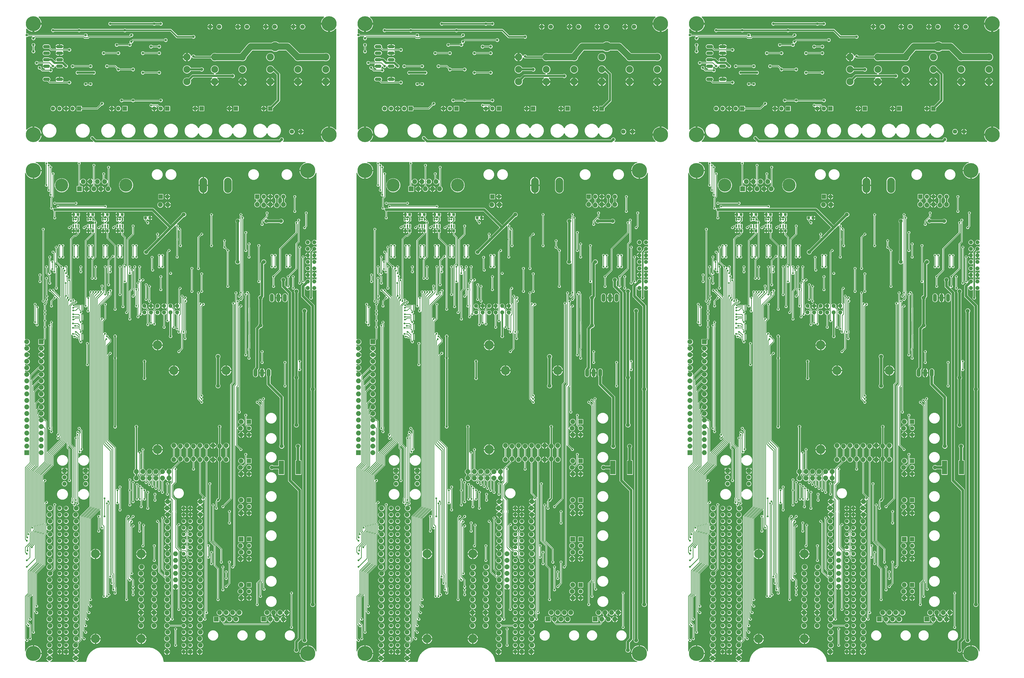
<source format=gbl>
G75*
G70*
%OFA0B0*%
%FSLAX25Y25*%
%IPPOS*%
%LPD*%
%AMOC8*
5,1,8,0,0,1.08239X$1,22.5*
%
%ADD103C,0.05910*%
%ADD107C,0.03200*%
%ADD11C,0.03100*%
%ADD110R,0.05910X0.05910*%
%ADD116R,0.07400X0.07400*%
%ADD118C,0.06000*%
%ADD121C,0.02800*%
%ADD127C,0.01000*%
%ADD135C,0.07400*%
%ADD139C,0.23000*%
%ADD146C,0.04800*%
%ADD147OC8,0.07400*%
%ADD150C,0.06690*%
%ADD18OC8,0.06000*%
%ADD19R,0.06500X0.06500*%
%ADD21R,0.04330X0.03940*%
%ADD24C,0.10000*%
%ADD26C,0.01200*%
%ADD28C,0.02400*%
%ADD29C,0.05150*%
%ADD36C,0.10950*%
%ADD38C,0.06500*%
%ADD48R,0.03940X0.04330*%
%ADD50R,0.07870X0.20870*%
%ADD51R,0.01970X0.00980*%
%ADD52C,0.03800*%
%ADD54C,0.14000*%
%ADD61C,0.02900*%
%ADD63C,0.11810*%
%ADD66C,0.13600*%
%ADD69C,0.03960*%
%ADD79C,0.04000*%
%ADD80C,0.10630*%
%ADD88C,0.01600*%
%ADD89C,0.20000*%
%ADD97R,0.02170X0.04720*%
X0060000Y0060000D02*
G75*
%LPD*%
D110*
X0125000Y0077500D03*
X0315000Y0077500D03*
D103*
X0315000Y0087500D03*
X0315000Y0097500D03*
X0315000Y0107500D03*
X0315000Y0117500D03*
X0315000Y0127500D03*
X0315000Y0137500D03*
X0315000Y0147500D03*
X0315000Y0157500D03*
X0315000Y0167500D03*
X0315000Y0177500D03*
X0315000Y0187500D03*
X0315000Y0197500D03*
X0315000Y0207500D03*
X0315000Y0217500D03*
X0315000Y0227500D03*
X0315000Y0237500D03*
X0315000Y0247500D03*
X0315000Y0257500D03*
X0315000Y0267500D03*
X0315000Y0277500D03*
X0315000Y0287500D03*
X0315000Y0297500D03*
X0305000Y0297500D03*
X0305000Y0287500D03*
X0305000Y0277500D03*
X0305000Y0267500D03*
X0305000Y0257500D03*
X0305000Y0247500D03*
X0305000Y0237500D03*
X0305000Y0227500D03*
X0305000Y0217500D03*
X0305000Y0207500D03*
X0305000Y0197500D03*
X0305000Y0187500D03*
X0305000Y0177500D03*
X0305000Y0167500D03*
X0305000Y0157500D03*
X0305000Y0147500D03*
X0305000Y0137500D03*
X0305000Y0127500D03*
X0305000Y0117500D03*
X0305000Y0107500D03*
X0305000Y0097500D03*
X0305000Y0087500D03*
X0305000Y0077500D03*
X0125000Y0087500D03*
X0125000Y0097500D03*
X0125000Y0107500D03*
X0125000Y0117500D03*
X0125000Y0127500D03*
X0125000Y0137500D03*
X0125000Y0147500D03*
X0125000Y0157500D03*
X0125000Y0167500D03*
X0125000Y0177500D03*
X0125000Y0187500D03*
X0125000Y0197500D03*
X0125000Y0207500D03*
X0125000Y0217500D03*
X0125000Y0227500D03*
X0125000Y0237500D03*
X0125000Y0247500D03*
X0125000Y0257500D03*
X0125000Y0267500D03*
X0125000Y0277500D03*
X0125000Y0287500D03*
X0125000Y0297500D03*
X0115000Y0297500D03*
X0115000Y0287500D03*
X0115000Y0277500D03*
X0115000Y0267500D03*
X0115000Y0257500D03*
X0115000Y0247500D03*
X0115000Y0237500D03*
X0115000Y0227500D03*
X0115000Y0217500D03*
X0115000Y0207500D03*
X0115000Y0197500D03*
X0115000Y0187500D03*
X0115000Y0177500D03*
X0115000Y0167500D03*
X0115000Y0157500D03*
X0115000Y0147500D03*
X0115000Y0137500D03*
X0115000Y0127500D03*
X0115000Y0117500D03*
X0115000Y0107500D03*
X0115000Y0097500D03*
X0115000Y0087500D03*
X0115000Y0077500D03*
D135*
X0100500Y0077500D03*
X0099500Y0067500D03*
X0099500Y0087500D03*
X0100500Y0097500D03*
X0099500Y0107500D03*
X0100500Y0117500D03*
X0099500Y0127500D03*
X0100500Y0137500D03*
X0099500Y0147500D03*
X0100500Y0157500D03*
X0099500Y0167500D03*
X0100500Y0177500D03*
X0099500Y0187500D03*
X0100500Y0197500D03*
X0099500Y0207500D03*
X0100500Y0217500D03*
X0099500Y0227500D03*
X0100500Y0237500D03*
X0099500Y0247500D03*
X0100500Y0257500D03*
X0099500Y0267500D03*
X0100500Y0277500D03*
X0099500Y0287500D03*
X0100500Y0297500D03*
X0140500Y0297500D03*
X0139500Y0287500D03*
X0140500Y0277500D03*
X0139500Y0267500D03*
X0140500Y0257500D03*
X0139500Y0247500D03*
X0140500Y0237500D03*
X0139500Y0227500D03*
X0140500Y0217500D03*
X0139500Y0207500D03*
X0140500Y0197500D03*
X0139500Y0187500D03*
X0140500Y0177500D03*
X0139500Y0167500D03*
X0140500Y0157500D03*
X0139500Y0147500D03*
X0140500Y0137500D03*
X0139500Y0127500D03*
X0140500Y0117500D03*
X0139500Y0107500D03*
X0140500Y0097500D03*
X0139500Y0087500D03*
X0140500Y0077500D03*
X0139500Y0067500D03*
X0239500Y0117500D03*
X0240500Y0127500D03*
X0239500Y0137500D03*
X0240500Y0147500D03*
X0239500Y0157500D03*
X0240500Y0167500D03*
X0239500Y0177500D03*
X0240500Y0187500D03*
X0239500Y0197500D03*
X0240500Y0207500D03*
X0259500Y0197500D03*
X0260500Y0187500D03*
X0259500Y0177500D03*
X0260500Y0167500D03*
X0259500Y0157500D03*
X0260500Y0147500D03*
X0259500Y0137500D03*
X0260500Y0127500D03*
X0259500Y0117500D03*
X0279500Y0117500D03*
X0280500Y0107500D03*
X0279500Y0097500D03*
X0280500Y0087500D03*
X0279500Y0077500D03*
X0280500Y0127500D03*
X0279500Y0137500D03*
X0280500Y0147500D03*
X0279500Y0157500D03*
X0280500Y0167500D03*
X0279500Y0177500D03*
X0280500Y0187500D03*
X0279500Y0197500D03*
X0280500Y0207500D03*
X0279500Y0217500D03*
X0280500Y0227500D03*
X0279500Y0237500D03*
X0280500Y0247500D03*
X0279500Y0257500D03*
X0280500Y0267500D03*
X0279500Y0277500D03*
X0280500Y0287500D03*
X0279500Y0297500D03*
X0280500Y0307500D03*
X0290000Y0372000D03*
X0300000Y0373000D03*
X0310000Y0372000D03*
X0320000Y0373000D03*
X0330000Y0372000D03*
X0340000Y0373000D03*
X0350000Y0372000D03*
X0360000Y0373000D03*
X0370000Y0372000D03*
X0370000Y0393500D03*
X0360000Y0392500D03*
X0350000Y0393500D03*
X0340000Y0392500D03*
X0330000Y0393500D03*
X0320000Y0392500D03*
X0310000Y0393500D03*
X0300000Y0392500D03*
X0290000Y0393500D03*
X0330500Y0307500D03*
X0329500Y0297500D03*
X0330500Y0287500D03*
X0329500Y0277500D03*
X0330500Y0267500D03*
X0329500Y0257500D03*
X0330500Y0247500D03*
X0329500Y0237500D03*
X0330500Y0227500D03*
X0329500Y0217500D03*
X0330500Y0207500D03*
X0329500Y0197500D03*
X0330500Y0187500D03*
X0329500Y0177500D03*
X0330500Y0167500D03*
X0329500Y0157500D03*
X0330500Y0147500D03*
X0329500Y0137500D03*
X0330500Y0127500D03*
X0329500Y0117500D03*
X0330500Y0107500D03*
X0329500Y0097500D03*
X0330500Y0087500D03*
X0329500Y0077500D03*
X0365000Y0127500D03*
X0370000Y0137500D03*
X0375000Y0127500D03*
X0380000Y0137500D03*
X0385000Y0127500D03*
X0390000Y0137500D03*
X0393000Y0160000D03*
X0392000Y0170000D03*
X0393000Y0180000D03*
X0392000Y0220000D03*
X0393000Y0230000D03*
X0392000Y0240000D03*
X0393000Y0290000D03*
X0392000Y0300000D03*
X0393000Y0310000D03*
X0393000Y0350000D03*
X0392000Y0360000D03*
X0393000Y0370000D03*
X0393000Y0410000D03*
X0392000Y0420000D03*
X0393000Y0430000D03*
X0292500Y0227500D03*
X0292500Y0217500D03*
X0292500Y0207500D03*
X0292500Y0197500D03*
X0292500Y0187500D03*
X0292500Y0177500D03*
X0260500Y0207500D03*
X0360000Y0137500D03*
X0432500Y0137500D03*
X0437500Y0127500D03*
X0442500Y0137500D03*
X0447500Y0127500D03*
X0452500Y0137500D03*
X0457500Y0127500D03*
X0462500Y0137500D03*
X0447500Y0762000D03*
X0457500Y0763000D03*
X0437500Y0763000D03*
X0427500Y0762000D03*
X0417500Y0763000D03*
X0280700Y0762500D03*
X0269300Y0762500D03*
X0189310Y0786910D03*
X0183840Y0798090D03*
X0172930Y0798090D03*
X0162060Y0798090D03*
X0151160Y0798090D03*
X0156590Y0786910D03*
X0167500Y0786910D03*
X0178400Y0786910D03*
X0065000Y0552500D03*
X0065000Y0542500D03*
X0065000Y0532500D03*
X0065000Y0522500D03*
X0065000Y0512500D03*
X0065000Y0502500D03*
X0065000Y0492500D03*
X0065000Y0482500D03*
X0065000Y0472500D03*
X0065000Y0462500D03*
X0065000Y0452500D03*
X0065000Y0442500D03*
X0065000Y0432500D03*
X0065000Y0422500D03*
X0065000Y0412500D03*
X0065000Y0402500D03*
X0065000Y0392500D03*
X0087000Y0392500D03*
X0087000Y0402500D03*
X0087000Y0412500D03*
X0087000Y0422500D03*
X0087000Y0432500D03*
X0087000Y0442500D03*
X0087000Y0452500D03*
X0087000Y0462500D03*
X0087000Y0472500D03*
X0087000Y0482500D03*
X0087000Y0492500D03*
X0087000Y0502500D03*
X0087000Y0512500D03*
X0087000Y0522500D03*
X0087000Y0532500D03*
X0087000Y0542500D03*
X0087000Y0382500D03*
D66*
X0170000Y0227500D03*
X0240000Y0227500D03*
X0240000Y0097500D03*
X0170000Y0097500D03*
X0290000Y0508600D03*
X0370000Y0508600D03*
D139*
X0495000Y0815000D03*
X0075000Y0815000D03*
X0075000Y0075000D03*
X0495000Y0075000D03*
D116*
X0427500Y0127500D03*
X0393000Y0250000D03*
X0355000Y0127500D03*
X0087000Y0552500D03*
X0065000Y0382500D03*
X0145690Y0786910D03*
D89*
X0118280Y0792500D03*
X0216710Y0792500D03*
D48*
X0210840Y0722500D03*
X0204150Y0722500D03*
X0188340Y0722500D03*
X0181650Y0722500D03*
X0165840Y0722500D03*
X0159150Y0722500D03*
X0143340Y0722500D03*
X0136650Y0722500D03*
D97*
X0136260Y0729880D03*
X0140000Y0729880D03*
X0143740Y0729880D03*
X0143740Y0740120D03*
X0136260Y0740120D03*
X0158760Y0740120D03*
X0158760Y0729880D03*
X0162500Y0729880D03*
X0166240Y0729880D03*
X0166240Y0740120D03*
X0181260Y0740120D03*
X0188740Y0740120D03*
X0188740Y0729880D03*
X0185000Y0729880D03*
X0181260Y0729880D03*
X0203760Y0729880D03*
X0207500Y0729880D03*
X0211240Y0729880D03*
X0211240Y0740120D03*
X0203760Y0740120D03*
D19*
X0270000Y0775000D03*
X0417500Y0775000D03*
X0405000Y0430000D03*
X0405000Y0370000D03*
X0405000Y0310000D03*
X0405000Y0250000D03*
X0405000Y0180000D03*
X0155000Y0355000D03*
X0122500Y0355000D03*
D38*
X0122500Y0345000D03*
X0122500Y0335000D03*
X0155000Y0335000D03*
X0155000Y0345000D03*
X0405000Y0350000D03*
X0405000Y0360000D03*
X0405000Y0410000D03*
X0405000Y0420000D03*
X0405000Y0300000D03*
X0405000Y0290000D03*
X0405000Y0240000D03*
X0405000Y0230000D03*
X0405000Y0220000D03*
X0405000Y0170000D03*
X0405000Y0160000D03*
X0427500Y0775000D03*
X0437500Y0775000D03*
X0447500Y0775000D03*
X0457500Y0775000D03*
X0280000Y0775000D03*
D18*
X0285000Y0607500D03*
X0295000Y0607500D03*
X0295000Y0597500D03*
X0285000Y0597500D03*
X0275000Y0597500D03*
X0275000Y0607500D03*
X0265000Y0607500D03*
X0255000Y0607500D03*
X0255000Y0597500D03*
X0265000Y0597500D03*
X0245000Y0597500D03*
X0245000Y0607500D03*
X0495000Y0635000D03*
X0495000Y0645000D03*
X0495000Y0655000D03*
X0495000Y0665000D03*
X0495000Y0675000D03*
X0505000Y0675000D03*
X0505000Y0665000D03*
X0505000Y0655000D03*
X0505000Y0645000D03*
X0505000Y0635000D03*
X0505000Y0685000D03*
X0505000Y0695000D03*
X0505000Y0705000D03*
X0495000Y0705000D03*
X0495000Y0695000D03*
X0495000Y0685000D03*
D63*
X0372500Y0786590D02*
X0372500Y0798410D01*
X0335000Y0798410D02*
X0335000Y0786590D01*
D54*
X0265000Y0547500D03*
X0265000Y0387500D03*
D21*
X0253340Y0742500D03*
X0246650Y0742500D03*
X0210840Y0747500D03*
X0204150Y0747500D03*
X0188340Y0747500D03*
X0181650Y0747500D03*
X0165840Y0747500D03*
X0159150Y0747500D03*
X0143340Y0747500D03*
X0136650Y0747500D03*
D147*
X0232500Y0353500D03*
X0232500Y0343500D03*
X0242500Y0343500D03*
X0242500Y0353500D03*
X0252500Y0353500D03*
X0252500Y0343500D03*
X0262500Y0343500D03*
X0262500Y0353500D03*
X0272500Y0353500D03*
X0272500Y0343500D03*
X0282500Y0343500D03*
X0282500Y0353500D03*
D51*
X0149470Y0557050D03*
X0149470Y0559020D03*
X0149470Y0560980D03*
X0149470Y0562950D03*
X0145530Y0562950D03*
X0145530Y0560980D03*
X0145530Y0559020D03*
X0145530Y0557050D03*
X0145530Y0572050D03*
X0145530Y0574020D03*
X0145530Y0575980D03*
X0145530Y0577950D03*
X0149470Y0577950D03*
X0149470Y0575980D03*
X0149470Y0574020D03*
X0149470Y0572050D03*
X0149470Y0587050D03*
X0149470Y0589020D03*
X0149470Y0590980D03*
X0149470Y0592950D03*
X0145530Y0592950D03*
X0145530Y0590980D03*
X0145530Y0589020D03*
X0145530Y0587050D03*
X0145530Y0602050D03*
X0145530Y0604020D03*
X0145530Y0605980D03*
X0145530Y0607950D03*
X0149470Y0607950D03*
X0149470Y0605980D03*
X0149470Y0604020D03*
X0149470Y0602050D03*
D118*
X0415000Y0508000D02*
X0415000Y0502000D01*
X0425000Y0502000D02*
X0425000Y0508000D01*
X0435000Y0508000D02*
X0435000Y0502000D01*
X0440000Y0617000D02*
X0440000Y0623000D01*
X0450000Y0623000D02*
X0450000Y0617000D01*
X0460000Y0617000D02*
X0460000Y0623000D01*
D50*
X0454500Y0360000D03*
X0480490Y0360000D03*
D127*
X0079380Y0062750D02*
X0078570Y0062500D01*
X0098060Y0062500D01*
X0097500Y0062680D01*
X0096770Y0063050D01*
X0096110Y0063530D01*
X0095530Y0064110D01*
X0095050Y0064770D01*
X0094680Y0065500D01*
X0094420Y0066280D01*
X0094310Y0067000D01*
X0099000Y0067000D01*
X0099000Y0068000D01*
X0094310Y0068000D01*
X0094420Y0068720D01*
X0094680Y0069500D01*
X0095050Y0070230D01*
X0095530Y0070890D01*
X0096110Y0071470D01*
X0096770Y0071950D01*
X0097500Y0072320D01*
X0098280Y0072570D01*
X0098650Y0072630D01*
X0098500Y0072680D01*
X0097770Y0073050D01*
X0097110Y0073530D01*
X0096530Y0074110D01*
X0096050Y0074770D01*
X0095680Y0075500D01*
X0095420Y0076280D01*
X0095310Y0077000D01*
X0100000Y0077000D01*
X0100000Y0078000D01*
X0100000Y0082600D01*
X0100470Y0082600D01*
X0102270Y0083350D01*
X0103650Y0084720D01*
X0104400Y0086530D01*
X0104400Y0088470D01*
X0103650Y0090280D01*
X0102270Y0091650D01*
X0100470Y0092400D01*
X0098520Y0092400D01*
X0096720Y0091650D01*
X0095340Y0090280D01*
X0094600Y0088470D01*
X0094600Y0086530D01*
X0095340Y0084720D01*
X0096720Y0083350D01*
X0098520Y0082600D01*
X0099460Y0082600D01*
X0099280Y0082570D01*
X0098500Y0082320D01*
X0097770Y0081950D01*
X0097110Y0081470D01*
X0096530Y0080890D01*
X0096050Y0080230D01*
X0095680Y0079500D01*
X0095420Y0078720D01*
X0095310Y0078000D01*
X0100000Y0078000D01*
X0101000Y0078000D01*
X0105680Y0078000D01*
X0105570Y0078720D01*
X0105320Y0079500D01*
X0104940Y0080230D01*
X0104460Y0080890D01*
X0103880Y0081470D01*
X0103220Y0081950D01*
X0102490Y0082320D01*
X0101710Y0082570D01*
X0101000Y0082690D01*
X0101000Y0078000D01*
X0101000Y0077000D01*
X0105680Y0077000D01*
X0105570Y0076280D01*
X0105320Y0075500D01*
X0104940Y0074770D01*
X0104460Y0074110D01*
X0103880Y0073530D01*
X0103220Y0073050D01*
X0102490Y0072680D01*
X0101710Y0072430D01*
X0101340Y0072370D01*
X0101490Y0072320D01*
X0102220Y0071950D01*
X0102880Y0071470D01*
X0103460Y0070890D01*
X0103940Y0070230D01*
X0104320Y0069500D01*
X0104570Y0068720D01*
X0104680Y0068000D01*
X0100000Y0068000D01*
X0100000Y0067000D01*
X0104680Y0067000D01*
X0104570Y0066280D01*
X0104320Y0065500D01*
X0103940Y0064770D01*
X0103460Y0064110D01*
X0102880Y0063530D01*
X0102220Y0063050D01*
X0101490Y0062680D01*
X0100940Y0062500D01*
X0138060Y0062500D01*
X0137500Y0062680D01*
X0136770Y0063050D01*
X0136110Y0063530D01*
X0135530Y0064110D01*
X0135050Y0064770D01*
X0134680Y0065500D01*
X0134420Y0066280D01*
X0134310Y0067000D01*
X0139000Y0067000D01*
X0139000Y0068000D01*
X0134310Y0068000D01*
X0134420Y0068720D01*
X0134680Y0069500D01*
X0135050Y0070230D01*
X0135530Y0070890D01*
X0136110Y0071470D01*
X0136770Y0071950D01*
X0137500Y0072320D01*
X0138280Y0072570D01*
X0138650Y0072630D01*
X0138500Y0072680D01*
X0137770Y0073050D01*
X0137110Y0073530D01*
X0136530Y0074110D01*
X0136050Y0074770D01*
X0135680Y0075500D01*
X0135420Y0076280D01*
X0135310Y0077000D01*
X0140000Y0077000D01*
X0140000Y0078000D01*
X0140000Y0082600D01*
X0140470Y0082600D01*
X0142270Y0083350D01*
X0143650Y0084720D01*
X0144400Y0086530D01*
X0144400Y0088470D01*
X0143950Y0089550D01*
X0149200Y0094800D01*
X0149200Y0098400D01*
X0149850Y0097750D01*
X0149850Y0096970D01*
X0150250Y0096000D01*
X0151000Y0095250D01*
X0151970Y0094850D01*
X0153020Y0094850D01*
X0154000Y0095250D01*
X0154740Y0096000D01*
X0155150Y0096970D01*
X0155150Y0098030D01*
X0154740Y0099000D01*
X0154000Y0099750D01*
X0153020Y0100150D01*
X0152250Y0100150D01*
X0151200Y0101200D01*
X0151200Y0108900D01*
X0152350Y0107750D01*
X0152350Y0106970D01*
X0152750Y0106000D01*
X0153500Y0105250D01*
X0154470Y0104850D01*
X0155520Y0104850D01*
X0156500Y0105250D01*
X0157240Y0106000D01*
X0157650Y0106970D01*
X0157650Y0108030D01*
X0157240Y0109000D01*
X0156500Y0109750D01*
X0155520Y0110150D01*
X0154750Y0110150D01*
X0153200Y0111700D01*
X0153200Y0115550D01*
X0153500Y0115250D01*
X0154470Y0114850D01*
X0155520Y0114850D01*
X0156500Y0115250D01*
X0157240Y0116000D01*
X0157650Y0116970D01*
X0157650Y0118030D01*
X0157240Y0119000D01*
X0156500Y0119750D01*
X0155520Y0120150D01*
X0155200Y0120150D01*
X0155200Y0126130D01*
X0155250Y0126000D01*
X0156000Y0125250D01*
X0156970Y0124850D01*
X0158020Y0124850D01*
X0159000Y0125250D01*
X0159740Y0126000D01*
X0160150Y0126970D01*
X0160150Y0128030D01*
X0159740Y0129000D01*
X0159000Y0129750D01*
X0158020Y0130150D01*
X0157250Y0130150D01*
X0157200Y0130200D01*
X0157200Y0137900D01*
X0157350Y0137750D01*
X0157350Y0136970D01*
X0157750Y0136000D01*
X0158500Y0135250D01*
X0159470Y0134850D01*
X0160520Y0134850D01*
X0161500Y0135250D01*
X0162240Y0136000D01*
X0162650Y0136970D01*
X0162650Y0138030D01*
X0162240Y0139000D01*
X0161500Y0139750D01*
X0160520Y0140150D01*
X0159750Y0140150D01*
X0159200Y0140700D01*
X0159200Y0148400D01*
X0159850Y0147750D01*
X0159850Y0146970D01*
X0160250Y0146000D01*
X0161000Y0145250D01*
X0161970Y0144850D01*
X0163020Y0144850D01*
X0164000Y0145250D01*
X0164740Y0146000D01*
X0165150Y0146970D01*
X0165150Y0148030D01*
X0164740Y0149000D01*
X0164000Y0149750D01*
X0163020Y0150150D01*
X0162250Y0150150D01*
X0161200Y0151200D01*
X0161200Y0155170D01*
X0161970Y0154850D01*
X0163020Y0154850D01*
X0164000Y0155250D01*
X0164740Y0156000D01*
X0165150Y0156970D01*
X0165150Y0158030D01*
X0164740Y0159000D01*
X0164000Y0159750D01*
X0163200Y0160080D01*
X0163200Y0222730D01*
X0163740Y0222020D01*
X0164510Y0221250D01*
X0165380Y0220580D01*
X0166320Y0220040D01*
X0167320Y0219620D01*
X0168370Y0219340D01*
X0169450Y0219200D01*
X0169500Y0219200D01*
X0169500Y0227000D01*
X0170500Y0227000D01*
X0170500Y0228000D01*
X0178300Y0228000D01*
X0178300Y0228040D01*
X0178150Y0229120D01*
X0177870Y0230170D01*
X0177460Y0231180D01*
X0176910Y0232120D01*
X0176250Y0232980D01*
X0175480Y0233750D01*
X0174620Y0234420D01*
X0173680Y0234960D01*
X0172670Y0235380D01*
X0171620Y0235660D01*
X0170540Y0235800D01*
X0170500Y0235800D01*
X0170500Y0228000D01*
X0169500Y0228000D01*
X0169500Y0235800D01*
X0169450Y0235800D01*
X0168370Y0235660D01*
X0167320Y0235380D01*
X0166320Y0234960D01*
X0165380Y0234420D01*
X0164510Y0233750D01*
X0163740Y0232980D01*
X0163200Y0232270D01*
X0163200Y0280800D01*
X0176800Y0294400D01*
X0176800Y0286950D01*
X0176500Y0287250D01*
X0175520Y0287650D01*
X0174470Y0287650D01*
X0173500Y0287250D01*
X0172750Y0286500D01*
X0172350Y0285530D01*
X0172350Y0284470D01*
X0172750Y0283500D01*
X0173300Y0282950D01*
X0173300Y0264550D01*
X0172750Y0264000D01*
X0172350Y0263030D01*
X0172350Y0261970D01*
X0172750Y0261000D01*
X0173500Y0260250D01*
X0174470Y0259850D01*
X0175520Y0259850D01*
X0176500Y0260250D01*
X0177240Y0261000D01*
X0177650Y0261970D01*
X0177650Y0263030D01*
X0177240Y0264000D01*
X0176700Y0264550D01*
X0176700Y0282950D01*
X0176800Y0283050D01*
X0176800Y0268300D01*
X0177350Y0267750D01*
X0177350Y0266970D01*
X0177750Y0266000D01*
X0178500Y0265250D01*
X0179470Y0264850D01*
X0180520Y0264850D01*
X0181300Y0265170D01*
X0181300Y0164550D01*
X0180750Y0164000D01*
X0180350Y0163030D01*
X0180350Y0161970D01*
X0180750Y0161000D01*
X0181500Y0160250D01*
X0182470Y0159850D01*
X0183520Y0159850D01*
X0184500Y0160250D01*
X0185240Y0161000D01*
X0185250Y0161010D01*
X0185250Y0161000D01*
X0186000Y0160250D01*
X0186970Y0159850D01*
X0188020Y0159850D01*
X0189000Y0160250D01*
X0189740Y0161000D01*
X0190150Y0161970D01*
X0190150Y0162350D01*
X0191020Y0162350D01*
X0192000Y0162750D01*
X0192740Y0163500D01*
X0193150Y0164470D01*
X0193150Y0165530D01*
X0192740Y0166500D01*
X0192000Y0167250D01*
X0191200Y0167580D01*
X0191200Y0190170D01*
X0191970Y0189850D01*
X0193020Y0189850D01*
X0193300Y0189960D01*
X0193300Y0184550D01*
X0192750Y0184000D01*
X0192350Y0183030D01*
X0192350Y0181970D01*
X0192750Y0181000D01*
X0193500Y0180250D01*
X0194470Y0179850D01*
X0195520Y0179850D01*
X0195800Y0179960D01*
X0195800Y0174550D01*
X0195250Y0174000D01*
X0194850Y0173030D01*
X0194850Y0171970D01*
X0195250Y0171000D01*
X0196000Y0170250D01*
X0196970Y0169850D01*
X0198020Y0169850D01*
X0199000Y0170250D01*
X0199300Y0170550D01*
X0199300Y0170080D01*
X0198500Y0169750D01*
X0197750Y0169000D01*
X0197350Y0168030D01*
X0197350Y0166970D01*
X0197750Y0166000D01*
X0198500Y0165250D01*
X0199470Y0164850D01*
X0200520Y0164850D01*
X0201500Y0165250D01*
X0202240Y0166000D01*
X0202650Y0166970D01*
X0202650Y0167750D01*
X0202700Y0167800D01*
X0202700Y0176200D01*
X0201700Y0177200D01*
X0201700Y0304050D01*
X0202000Y0303750D01*
X0202970Y0303350D01*
X0204020Y0303350D01*
X0205000Y0303750D01*
X0205740Y0304500D01*
X0205800Y0304630D01*
X0205800Y0297050D01*
X0205250Y0296500D01*
X0204850Y0295530D01*
X0204850Y0294470D01*
X0205250Y0293500D01*
X0206000Y0292750D01*
X0206970Y0292350D01*
X0208020Y0292350D01*
X0209000Y0292750D01*
X0209740Y0293500D01*
X0210150Y0294470D01*
X0210150Y0295530D01*
X0209740Y0296500D01*
X0209200Y0297050D01*
X0209200Y0327950D01*
X0209740Y0328500D01*
X0210150Y0329470D01*
X0210150Y0330530D01*
X0209740Y0331500D01*
X0209000Y0332250D01*
X0208020Y0332650D01*
X0206970Y0332650D01*
X0206000Y0332250D01*
X0205250Y0331500D01*
X0204850Y0330530D01*
X0204850Y0329470D01*
X0205250Y0328500D01*
X0205800Y0327950D01*
X0205800Y0326370D01*
X0205740Y0326500D01*
X0205000Y0327250D01*
X0204020Y0327650D01*
X0202970Y0327650D01*
X0202000Y0327250D01*
X0201700Y0326950D01*
X0201700Y0391200D01*
X0200700Y0392200D01*
X0190200Y0402700D01*
X0190200Y0530300D01*
X0192250Y0532350D01*
X0193020Y0532350D01*
X0194000Y0532750D01*
X0194740Y0533500D01*
X0195150Y0534470D01*
X0195150Y0535530D01*
X0194740Y0536500D01*
X0194000Y0537250D01*
X0193020Y0537650D01*
X0191970Y0537650D01*
X0191000Y0537250D01*
X0190250Y0536500D01*
X0189850Y0535530D01*
X0189850Y0534750D01*
X0188200Y0533100D01*
X0188200Y0545800D01*
X0193200Y0550800D01*
X0194200Y0551800D01*
X0194200Y0556700D01*
X0190150Y0560750D01*
X0190150Y0561530D01*
X0189740Y0562500D01*
X0189000Y0563250D01*
X0188020Y0563650D01*
X0186970Y0563650D01*
X0186770Y0563570D01*
X0187150Y0564470D01*
X0187150Y0565530D01*
X0186740Y0566500D01*
X0186000Y0567250D01*
X0185020Y0567650D01*
X0183970Y0567650D01*
X0183000Y0567250D01*
X0182250Y0566500D01*
X0182200Y0566370D01*
X0182200Y0582800D01*
X0186700Y0587300D01*
X0186700Y0607950D01*
X0187240Y0608500D01*
X0187650Y0609470D01*
X0187650Y0610530D01*
X0187240Y0611500D01*
X0186500Y0612250D01*
X0185520Y0612650D01*
X0184470Y0612650D01*
X0183500Y0612250D01*
X0182750Y0611500D01*
X0182350Y0610530D01*
X0182350Y0609470D01*
X0182750Y0608500D01*
X0183300Y0607950D01*
X0183300Y0588700D01*
X0182640Y0588050D01*
X0182240Y0589000D01*
X0181500Y0589750D01*
X0180520Y0590150D01*
X0179470Y0590150D01*
X0178500Y0589750D01*
X0178200Y0589450D01*
X0178200Y0607300D01*
X0194700Y0623800D01*
X0194700Y0628950D01*
X0195240Y0629500D01*
X0195650Y0630470D01*
X0195650Y0631530D01*
X0195240Y0632500D01*
X0194500Y0633250D01*
X0193520Y0633650D01*
X0192470Y0633650D01*
X0191500Y0633250D01*
X0190750Y0632500D01*
X0190350Y0631530D01*
X0190350Y0630650D01*
X0189470Y0630650D01*
X0188500Y0630250D01*
X0187750Y0629500D01*
X0187350Y0628530D01*
X0187350Y0627470D01*
X0187750Y0626500D01*
X0188300Y0625950D01*
X0188300Y0625200D01*
X0187650Y0624550D01*
X0187650Y0625530D01*
X0187240Y0626500D01*
X0186700Y0627050D01*
X0186700Y0665450D01*
X0187240Y0666000D01*
X0187650Y0666970D01*
X0187650Y0668030D01*
X0187240Y0669000D01*
X0186500Y0669750D01*
X0185520Y0670150D01*
X0184470Y0670150D01*
X0183500Y0669750D01*
X0182750Y0669000D01*
X0182350Y0668030D01*
X0182350Y0666970D01*
X0182750Y0666000D01*
X0183300Y0665450D01*
X0183300Y0631600D01*
X0183200Y0631700D01*
X0181700Y0633200D01*
X0181700Y0635950D01*
X0182240Y0636500D01*
X0182650Y0637470D01*
X0182650Y0638530D01*
X0182240Y0639500D01*
X0181500Y0640250D01*
X0180520Y0640650D01*
X0179470Y0640650D01*
X0178500Y0640250D01*
X0177750Y0639500D01*
X0177350Y0638530D01*
X0177350Y0637470D01*
X0177750Y0636500D01*
X0178300Y0635950D01*
X0178300Y0631800D01*
X0178440Y0631650D01*
X0177970Y0631650D01*
X0177000Y0631250D01*
X0176500Y0630750D01*
X0176000Y0631250D01*
X0175020Y0631650D01*
X0173970Y0631650D01*
X0173000Y0631250D01*
X0172500Y0630750D01*
X0172000Y0631250D01*
X0171020Y0631650D01*
X0169970Y0631650D01*
X0169000Y0631250D01*
X0168500Y0630750D01*
X0168000Y0631250D01*
X0167020Y0631650D01*
X0165970Y0631650D01*
X0165000Y0631250D01*
X0164500Y0630750D01*
X0164000Y0631250D01*
X0163020Y0631650D01*
X0161970Y0631650D01*
X0161000Y0631250D01*
X0160250Y0630500D01*
X0159850Y0629530D01*
X0159850Y0628470D01*
X0160250Y0627500D01*
X0160800Y0626950D01*
X0160800Y0621450D01*
X0160790Y0621450D01*
X0160800Y0621450D02*
X0160500Y0621750D01*
X0159520Y0622150D01*
X0158470Y0622150D01*
X0157500Y0621750D01*
X0156750Y0621000D01*
X0156700Y0620870D01*
X0156700Y0706800D01*
X0167540Y0717640D01*
X0167540Y0719130D01*
X0168300Y0719130D01*
X0168300Y0683200D01*
X0167650Y0682550D01*
X0167650Y0683030D01*
X0167240Y0684000D01*
X0166700Y0684550D01*
X0166700Y0697950D01*
X0167240Y0698500D01*
X0167650Y0699470D01*
X0167650Y0700530D01*
X0167240Y0701500D01*
X0166500Y0702250D01*
X0165520Y0702650D01*
X0164470Y0702650D01*
X0163500Y0702250D01*
X0162750Y0701500D01*
X0162500Y0700890D01*
X0162240Y0701500D01*
X0161500Y0702250D01*
X0160520Y0702650D01*
X0159470Y0702650D01*
X0158500Y0702250D01*
X0157750Y0701500D01*
X0157350Y0700530D01*
X0157350Y0699470D01*
X0157750Y0698500D01*
X0158300Y0697950D01*
X0158300Y0684550D01*
X0157750Y0684000D01*
X0157350Y0683030D01*
X0157350Y0681970D01*
X0157750Y0681000D01*
X0158500Y0680250D01*
X0159470Y0679850D01*
X0160520Y0679850D01*
X0161500Y0680250D01*
X0162240Y0681000D01*
X0162500Y0681610D01*
X0162750Y0681000D01*
X0163500Y0680250D01*
X0164470Y0679850D01*
X0164940Y0679850D01*
X0163300Y0678200D01*
X0163300Y0652050D01*
X0162750Y0651500D01*
X0162350Y0650530D01*
X0162350Y0649470D01*
X0162750Y0648500D01*
X0163500Y0647750D01*
X0164470Y0647350D01*
X0165520Y0647350D01*
X0166500Y0647750D01*
X0167240Y0648500D01*
X0167500Y0649110D01*
X0167750Y0648500D01*
X0168500Y0647750D01*
X0169470Y0647350D01*
X0170520Y0647350D01*
X0171500Y0647750D01*
X0172240Y0648500D01*
X0172650Y0649470D01*
X0172650Y0650530D01*
X0172240Y0651500D01*
X0171700Y0652050D01*
X0171700Y0665450D01*
X0172240Y0666000D01*
X0172650Y0666970D01*
X0172650Y0668030D01*
X0172240Y0669000D01*
X0171500Y0669750D01*
X0170520Y0670150D01*
X0169470Y0670150D01*
X0168500Y0669750D01*
X0167750Y0669000D01*
X0167350Y0668030D01*
X0167350Y0666970D01*
X0167750Y0666000D01*
X0168300Y0665450D01*
X0168300Y0652050D01*
X0167750Y0651500D01*
X0167500Y0650890D01*
X0167240Y0651500D01*
X0166700Y0652050D01*
X0166700Y0676800D01*
X0170700Y0680800D01*
X0171700Y0681800D01*
X0171700Y0732950D01*
X0172240Y0733500D01*
X0172650Y0734470D01*
X0172650Y0735530D01*
X0172240Y0736500D01*
X0171700Y0737050D01*
X0171700Y0738200D01*
X0170700Y0739200D01*
X0169080Y0740820D01*
X0169080Y0740820D01*
X0168520Y0741380D01*
X0168520Y0742980D01*
X0167940Y0743560D01*
X0167940Y0744330D01*
X0168510Y0744330D01*
X0169210Y0745030D01*
X0169210Y0749970D01*
X0168510Y0750670D01*
X0163180Y0750670D01*
X0162660Y0750140D01*
X0162520Y0750390D01*
X0162240Y0750670D01*
X0161890Y0750870D01*
X0161510Y0750970D01*
X0159630Y0750970D01*
X0159630Y0747980D01*
X0158670Y0747980D01*
X0158670Y0747020D01*
X0159630Y0747020D01*
X0159630Y0744030D01*
X0161510Y0744030D01*
X0161890Y0744130D01*
X0162240Y0744330D01*
X0162520Y0744610D01*
X0162660Y0744860D01*
X0163180Y0744330D01*
X0164540Y0744330D01*
X0164540Y0743560D01*
X0163950Y0742980D01*
X0163950Y0742260D01*
X0163020Y0742650D01*
X0161970Y0742650D01*
X0161040Y0742260D01*
X0161040Y0742980D01*
X0160340Y0743680D01*
X0157180Y0743680D01*
X0156470Y0742980D01*
X0156470Y0737260D01*
X0157180Y0736560D01*
X0160340Y0736560D01*
X0161040Y0737260D01*
X0161040Y0737740D01*
X0161970Y0737350D01*
X0163020Y0737350D01*
X0163950Y0737740D01*
X0163950Y0737260D01*
X0164660Y0736560D01*
X0167800Y0736560D01*
X0167750Y0736500D01*
X0167350Y0735530D01*
X0167350Y0734470D01*
X0167750Y0733500D01*
X0167800Y0733440D01*
X0164660Y0733440D01*
X0164580Y0733370D01*
X0164500Y0733440D01*
X0164160Y0733640D01*
X0163780Y0733740D01*
X0162540Y0733740D01*
X0162460Y0733740D01*
X0161220Y0733740D01*
X0160830Y0733640D01*
X0160490Y0733440D01*
X0160410Y0733370D01*
X0160340Y0733440D01*
X0157180Y0733440D01*
X0156470Y0732740D01*
X0156470Y0731580D01*
X0154170Y0731580D01*
X0152740Y0730150D01*
X0151970Y0730150D01*
X0151000Y0729750D01*
X0150250Y0729000D01*
X0149850Y0728030D01*
X0149850Y0726970D01*
X0150250Y0726000D01*
X0151000Y0725250D01*
X0151970Y0724850D01*
X0153020Y0724850D01*
X0154000Y0725250D01*
X0154740Y0726000D01*
X0155150Y0726970D01*
X0155150Y0727750D01*
X0155580Y0728180D01*
X0156470Y0728180D01*
X0156470Y0727020D01*
X0157180Y0726320D01*
X0160340Y0726320D01*
X0160410Y0726400D01*
X0160490Y0726320D01*
X0160760Y0726170D01*
X0159630Y0726170D01*
X0159630Y0722980D01*
X0158670Y0722980D01*
X0158670Y0722020D01*
X0159630Y0722020D01*
X0159630Y0718830D01*
X0161320Y0718830D01*
X0161700Y0718940D01*
X0162040Y0719130D01*
X0162320Y0719410D01*
X0162520Y0719760D01*
X0162620Y0720140D01*
X0162620Y0722020D01*
X0159630Y0722020D01*
X0159630Y0722980D01*
X0162620Y0722980D01*
X0162620Y0724860D01*
X0162520Y0725240D01*
X0162320Y0725590D01*
X0162040Y0725870D01*
X0161770Y0726020D01*
X0162460Y0726020D01*
X0162460Y0729840D01*
X0162540Y0729840D01*
X0162540Y0726020D01*
X0163780Y0726020D01*
X0164160Y0726120D01*
X0164500Y0726320D01*
X0164540Y0726360D01*
X0164540Y0725870D01*
X0163380Y0725870D01*
X0162670Y0725160D01*
X0162670Y0719840D01*
X0163380Y0719130D01*
X0164140Y0719130D01*
X0164140Y0719050D01*
X0154290Y0709200D01*
X0153300Y0708200D01*
X0153300Y0609550D01*
X0152750Y0609000D01*
X0152350Y0608030D01*
X0152350Y0606970D01*
X0152750Y0606000D01*
X0153500Y0605250D01*
X0154470Y0604850D01*
X0155520Y0604850D01*
X0156500Y0605250D01*
X0157240Y0606000D01*
X0157300Y0606130D01*
X0157300Y0602370D01*
X0157000Y0602250D01*
X0156250Y0601500D01*
X0155850Y0600530D01*
X0155850Y0599470D01*
X0156250Y0598500D01*
X0157000Y0597750D01*
X0157970Y0597350D01*
X0159020Y0597350D01*
X0160000Y0597750D01*
X0160740Y0598500D01*
X0160800Y0598630D01*
X0160800Y0300700D01*
X0146790Y0286700D01*
X0145800Y0285700D01*
X0145800Y0096200D01*
X0144890Y0095290D01*
X0145400Y0096530D01*
X0145400Y0098470D01*
X0144650Y0100280D01*
X0143270Y0101650D01*
X0141470Y0102400D01*
X0139520Y0102400D01*
X0137720Y0101650D01*
X0136340Y0100280D01*
X0135600Y0098470D01*
X0135600Y0096530D01*
X0136340Y0094720D01*
X0137720Y0093350D01*
X0139520Y0092600D01*
X0141470Y0092600D01*
X0142700Y0093110D01*
X0141550Y0091950D01*
X0140470Y0092400D01*
X0138520Y0092400D01*
X0136720Y0091650D01*
X0135340Y0090280D01*
X0134600Y0088470D01*
X0134600Y0086530D01*
X0135340Y0084720D01*
X0136720Y0083350D01*
X0138520Y0082600D01*
X0139460Y0082600D01*
X0139280Y0082570D01*
X0138500Y0082320D01*
X0137770Y0081950D01*
X0137110Y0081470D01*
X0136530Y0080890D01*
X0136050Y0080230D01*
X0135680Y0079500D01*
X0135420Y0078720D01*
X0135310Y0078000D01*
X0140000Y0078000D01*
X0141000Y0078000D01*
X0145680Y0078000D01*
X0145570Y0078720D01*
X0145320Y0079500D01*
X0144940Y0080230D01*
X0144460Y0080890D01*
X0143880Y0081470D01*
X0143220Y0081950D01*
X0142490Y0082320D01*
X0141710Y0082570D01*
X0141000Y0082690D01*
X0141000Y0078000D01*
X0141000Y0077000D01*
X0145680Y0077000D01*
X0145570Y0076280D01*
X0145320Y0075500D01*
X0144940Y0074770D01*
X0144460Y0074110D01*
X0143880Y0073530D01*
X0143220Y0073050D01*
X0142490Y0072680D01*
X0141710Y0072430D01*
X0141340Y0072370D01*
X0141490Y0072320D01*
X0142220Y0071950D01*
X0142880Y0071470D01*
X0143460Y0070890D01*
X0143940Y0070230D01*
X0144320Y0069500D01*
X0144570Y0068720D01*
X0144680Y0068000D01*
X0140000Y0068000D01*
X0140000Y0067000D01*
X0144680Y0067000D01*
X0144570Y0066280D01*
X0144320Y0065500D01*
X0143940Y0064770D01*
X0143460Y0064110D01*
X0142880Y0063530D01*
X0142220Y0063050D01*
X0141490Y0062680D01*
X0140940Y0062500D01*
X0155250Y0062500D01*
X0155250Y0062790D01*
X0156490Y0068230D01*
X0156490Y0068230D01*
X0158910Y0073250D01*
X0158910Y0073250D01*
X0162390Y0077610D01*
X0162390Y0077610D01*
X0162390Y0077610D01*
X0166750Y0081090D01*
X0166750Y0081090D01*
X0171770Y0083510D01*
X0171770Y0083510D01*
X0177210Y0084750D01*
X0252790Y0084750D01*
X0258220Y0083510D01*
X0258220Y0083510D01*
X0263250Y0081090D01*
X0263250Y0081090D01*
X0267610Y0077610D01*
X0267610Y0077610D01*
X0267610Y0077610D01*
X0271090Y0073250D01*
X0271090Y0073250D01*
X0273510Y0068230D01*
X0273510Y0068230D01*
X0274750Y0062790D01*
X0274750Y0062500D01*
X0491420Y0062500D01*
X0490610Y0062750D01*
X0489430Y0063230D01*
X0488310Y0063840D01*
X0487240Y0064550D01*
X0486260Y0065360D01*
X0485350Y0066260D01*
X0484540Y0067250D01*
X0483830Y0068310D01*
X0483230Y0069440D01*
X0482740Y0070620D01*
X0482370Y0071840D01*
X0482120Y0073090D01*
X0482000Y0074360D01*
X0482000Y0074500D01*
X0494500Y0074500D01*
X0494500Y0075500D01*
X0494500Y0088000D01*
X0494360Y0088000D01*
X0493090Y0087870D01*
X0491830Y0087630D01*
X0490610Y0087250D01*
X0489430Y0086770D01*
X0488310Y0086160D01*
X0487240Y0085450D01*
X0486260Y0084640D01*
X0485350Y0083740D01*
X0484540Y0082750D01*
X0483830Y0081690D01*
X0483230Y0080560D01*
X0482740Y0079380D01*
X0482370Y0078160D01*
X0482120Y0076910D01*
X0482000Y0075640D01*
X0482000Y0075500D01*
X0494500Y0075500D01*
X0495500Y0075500D01*
X0495500Y0088000D01*
X0495640Y0088000D01*
X0496910Y0087870D01*
X0498160Y0087630D01*
X0499380Y0087250D01*
X0500560Y0086770D01*
X0501690Y0086160D01*
X0502750Y0085450D01*
X0503740Y0084640D01*
X0504640Y0083740D01*
X0505450Y0082750D01*
X0506160Y0081690D01*
X0506760Y0080560D01*
X0507250Y0079380D01*
X0507500Y0078580D01*
X0507500Y0631560D01*
X0506740Y0630800D01*
X0503260Y0630800D01*
X0502400Y0631660D01*
X0502400Y0621980D01*
X0502620Y0621760D01*
X0503100Y0620620D01*
X0503100Y0619380D01*
X0502620Y0618240D01*
X0501750Y0617370D01*
X0500610Y0616900D01*
X0499380Y0616900D01*
X0498240Y0617370D01*
X0497370Y0618240D01*
X0496900Y0619380D01*
X0496900Y0620620D01*
X0497370Y0621760D01*
X0497600Y0621980D01*
X0497600Y0631660D01*
X0496740Y0630800D01*
X0493260Y0630800D01*
X0490800Y0633260D01*
X0490800Y0636270D01*
X0490700Y0636170D01*
X0490700Y0623830D01*
X0505210Y0609310D01*
X0505700Y0608140D01*
X0505700Y0482740D01*
X0506060Y0482380D01*
X0506700Y0480840D01*
X0506700Y0479160D01*
X0506060Y0477620D01*
X0505700Y0477260D01*
X0505700Y0152740D01*
X0506060Y0152380D01*
X0506700Y0150840D01*
X0506700Y0149160D01*
X0506060Y0147620D01*
X0504880Y0146440D01*
X0503330Y0145800D01*
X0501660Y0145800D01*
X0500120Y0146440D01*
X0498940Y0147620D01*
X0498300Y0149160D01*
X0498300Y0150840D01*
X0498940Y0152380D01*
X0499300Y0152740D01*
X0499300Y0477260D01*
X0498940Y0477620D01*
X0498300Y0479160D01*
X0498300Y0480840D01*
X0498940Y0482380D01*
X0499300Y0482740D01*
X0499300Y0606170D01*
X0485680Y0619790D01*
X0484780Y0620690D01*
X0484300Y0621860D01*
X0484300Y0638140D01*
X0484780Y0639310D01*
X0487820Y0642350D01*
X0486970Y0642350D01*
X0486000Y0642750D01*
X0485250Y0643500D01*
X0484850Y0644470D01*
X0484850Y0645530D01*
X0485250Y0646500D01*
X0485800Y0647050D01*
X0485800Y0680450D01*
X0485250Y0681000D01*
X0484850Y0681970D01*
X0484850Y0683030D01*
X0485250Y0684000D01*
X0486000Y0684750D01*
X0486970Y0685150D01*
X0488020Y0685150D01*
X0489000Y0684750D01*
X0489740Y0684000D01*
X0490150Y0683030D01*
X0490150Y0681970D01*
X0489740Y0681000D01*
X0489200Y0680450D01*
X0489200Y0647050D01*
X0489740Y0646500D01*
X0490150Y0645530D01*
X0490150Y0644680D01*
X0490800Y0645330D01*
X0490800Y0646740D01*
X0493260Y0649200D01*
X0496740Y0649200D01*
X0497600Y0648340D01*
X0497600Y0651240D01*
X0496860Y0650500D01*
X0495500Y0650500D01*
X0495500Y0654500D01*
X0494500Y0654500D01*
X0494500Y0650500D01*
X0493130Y0650500D01*
X0490500Y0653140D01*
X0490500Y0654500D01*
X0494500Y0654500D01*
X0494500Y0655500D01*
X0494500Y0659500D01*
X0493130Y0659500D01*
X0490500Y0656860D01*
X0490500Y0655500D01*
X0494500Y0655500D01*
X0495500Y0655500D01*
X0495500Y0659500D01*
X0496860Y0659500D01*
X0497600Y0658760D01*
X0497600Y0661660D01*
X0496740Y0660800D01*
X0493260Y0660800D01*
X0490800Y0663260D01*
X0490800Y0666740D01*
X0493260Y0669200D01*
X0496740Y0669200D01*
X0497600Y0668340D01*
X0497600Y0671660D01*
X0496740Y0670800D01*
X0493260Y0670800D01*
X0490800Y0673260D01*
X0490800Y0676740D01*
X0493260Y0679200D01*
X0496740Y0679200D01*
X0497600Y0678340D01*
X0497600Y0681240D01*
X0496860Y0680500D01*
X0495500Y0680500D01*
X0495500Y0684500D01*
X0494500Y0684500D01*
X0494500Y0680500D01*
X0493130Y0680500D01*
X0490500Y0683140D01*
X0490500Y0684500D01*
X0494500Y0684500D01*
X0494500Y0685500D01*
X0494500Y0689500D01*
X0493130Y0689500D01*
X0490500Y0686860D01*
X0490500Y0685500D01*
X0494500Y0685500D01*
X0495500Y0685500D01*
X0495500Y0689500D01*
X0496860Y0689500D01*
X0497600Y0688760D01*
X0497600Y0690480D01*
X0497960Y0691360D01*
X0498640Y0692030D01*
X0498640Y0692030D01*
X0500800Y0694190D01*
X0500800Y0696740D01*
X0503260Y0699200D01*
X0506740Y0699200D01*
X0507500Y0698440D01*
X0507500Y0701560D01*
X0506740Y0700800D01*
X0503260Y0700800D01*
X0500800Y0703260D01*
X0500800Y0706740D01*
X0503260Y0709200D01*
X0506740Y0709200D01*
X0507500Y0708440D01*
X0507500Y0811420D01*
X0507250Y0810620D01*
X0506760Y0809440D01*
X0506160Y0808310D01*
X0505450Y0807250D01*
X0504640Y0806260D01*
X0503740Y0805360D01*
X0502750Y0804550D01*
X0501690Y0803840D01*
X0500560Y0803230D01*
X0499380Y0802750D01*
X0498160Y0802370D01*
X0496910Y0802130D01*
X0495640Y0802000D01*
X0495500Y0802000D01*
X0495500Y0814500D01*
X0494500Y0814500D01*
X0494500Y0802000D01*
X0494360Y0802000D01*
X0493090Y0802130D01*
X0491830Y0802370D01*
X0490610Y0802750D01*
X0489430Y0803230D01*
X0488310Y0803840D01*
X0487240Y0804550D01*
X0486260Y0805360D01*
X0485350Y0806260D01*
X0484540Y0807250D01*
X0483830Y0808310D01*
X0483230Y0809440D01*
X0482740Y0810620D01*
X0482370Y0811840D01*
X0482120Y0813090D01*
X0482000Y0814360D01*
X0482000Y0814500D01*
X0494500Y0814500D01*
X0494500Y0815500D01*
X0482000Y0815500D01*
X0482000Y0815640D01*
X0482120Y0816910D01*
X0482370Y0818160D01*
X0482740Y0819380D01*
X0483230Y0820560D01*
X0483830Y0821690D01*
X0484540Y0822750D01*
X0485350Y0823740D01*
X0486260Y0824640D01*
X0487240Y0825450D01*
X0488310Y0826160D01*
X0489430Y0826770D01*
X0490610Y0827250D01*
X0491420Y0827500D01*
X0147240Y0827500D01*
X0147650Y0826530D01*
X0147650Y0825470D01*
X0147240Y0824500D01*
X0146700Y0823950D01*
X0146700Y0800120D01*
X0147000Y0800870D01*
X0148380Y0802240D01*
X0150180Y0802990D01*
X0152130Y0802990D01*
X0153930Y0802240D01*
X0155310Y0800870D01*
X0156060Y0799070D01*
X0156060Y0797120D01*
X0155310Y0795310D01*
X0153930Y0793940D01*
X0152130Y0793190D01*
X0150180Y0793190D01*
X0148380Y0793940D01*
X0147000Y0795310D01*
X0146700Y0796060D01*
X0146700Y0791810D01*
X0149880Y0791810D01*
X0150590Y0791110D01*
X0150590Y0782710D01*
X0149880Y0782010D01*
X0141490Y0782010D01*
X0140790Y0782710D01*
X0140790Y0791110D01*
X0141490Y0791810D01*
X0143300Y0791810D01*
X0143300Y0823950D01*
X0142750Y0824500D01*
X0142350Y0825470D01*
X0142350Y0826530D01*
X0142750Y0827500D01*
X0097240Y0827500D01*
X0097650Y0826530D01*
X0097650Y0825520D01*
X0097970Y0825650D01*
X0099020Y0825650D01*
X0100000Y0825250D01*
X0100740Y0824500D01*
X0101150Y0823530D01*
X0101150Y0822650D01*
X0102020Y0822650D01*
X0103000Y0822250D01*
X0103740Y0821500D01*
X0104150Y0820530D01*
X0104150Y0819470D01*
X0103740Y0818500D01*
X0103200Y0817950D01*
X0103200Y0811950D01*
X0103500Y0812250D01*
X0104470Y0812650D01*
X0105520Y0812650D01*
X0106500Y0812250D01*
X0107240Y0811500D01*
X0107650Y0810530D01*
X0107650Y0809470D01*
X0107240Y0808500D01*
X0106700Y0807950D01*
X0106700Y0774300D01*
X0105700Y0773300D01*
X0104200Y0771800D01*
X0104200Y0759550D01*
X0104740Y0759000D01*
X0105150Y0758030D01*
X0105150Y0757180D01*
X0105680Y0757710D01*
X0106860Y0758200D01*
X0110550Y0758200D01*
X0110250Y0758500D01*
X0109850Y0759470D01*
X0109850Y0760530D01*
X0110250Y0761500D01*
X0111000Y0762250D01*
X0111970Y0762650D01*
X0113020Y0762650D01*
X0114000Y0762250D01*
X0114540Y0761700D01*
X0182950Y0761700D01*
X0183500Y0762250D01*
X0184470Y0762650D01*
X0185520Y0762650D01*
X0186500Y0762250D01*
X0187240Y0761500D01*
X0187650Y0760530D01*
X0187650Y0759470D01*
X0187240Y0758500D01*
X0186940Y0758200D01*
X0258130Y0758200D01*
X0259310Y0757710D01*
X0260210Y0756810D01*
X0260210Y0756810D01*
X0285000Y0732030D01*
X0300800Y0747830D01*
X0300800Y0748340D01*
X0301440Y0749880D01*
X0302620Y0751060D01*
X0304160Y0751700D01*
X0305830Y0751700D01*
X0307380Y0751060D01*
X0308560Y0749880D01*
X0309200Y0748340D01*
X0309200Y0746660D01*
X0308560Y0745120D01*
X0307380Y0743940D01*
X0305830Y0743300D01*
X0305320Y0743300D01*
X0294670Y0732650D01*
X0295520Y0732650D01*
X0296500Y0732250D01*
X0297240Y0731500D01*
X0297650Y0730530D01*
X0297650Y0729470D01*
X0297240Y0728500D01*
X0296700Y0727950D01*
X0296700Y0727450D01*
X0297000Y0727750D01*
X0297970Y0728150D01*
X0299020Y0728150D01*
X0300000Y0727750D01*
X0300740Y0727000D01*
X0301150Y0726030D01*
X0301150Y0725250D01*
X0301700Y0724700D01*
X0301700Y0702050D01*
X0302240Y0701500D01*
X0302650Y0700530D01*
X0302650Y0699470D01*
X0302240Y0698500D01*
X0301500Y0697750D01*
X0300520Y0697350D01*
X0299470Y0697350D01*
X0298500Y0697750D01*
X0297750Y0698500D01*
X0297350Y0699470D01*
X0297350Y0700530D01*
X0297750Y0701500D01*
X0298300Y0702050D01*
X0298300Y0722850D01*
X0297970Y0722850D01*
X0297000Y0723250D01*
X0296700Y0723550D01*
X0296700Y0711700D01*
X0297200Y0711200D01*
X0297200Y0707800D01*
X0296700Y0707300D01*
X0296700Y0684550D01*
X0297240Y0684000D01*
X0297650Y0683030D01*
X0297650Y0681970D01*
X0297240Y0681000D01*
X0296500Y0680250D01*
X0295520Y0679850D01*
X0294470Y0679850D01*
X0293500Y0680250D01*
X0292750Y0681000D01*
X0292350Y0681970D01*
X0292350Y0683030D01*
X0292750Y0684000D01*
X0293300Y0684550D01*
X0293300Y0708700D01*
X0293800Y0709200D01*
X0293800Y0709800D01*
X0293300Y0710300D01*
X0293300Y0727950D01*
X0292750Y0728500D01*
X0292350Y0729470D01*
X0292350Y0730320D01*
X0287710Y0725690D01*
X0287710Y0725690D01*
X0286810Y0724790D01*
X0286810Y0724790D01*
X0268960Y0706940D01*
X0268960Y0706940D01*
X0251700Y0689670D01*
X0251700Y0689160D01*
X0251060Y0687620D01*
X0249880Y0686440D01*
X0248330Y0685800D01*
X0246660Y0685800D01*
X0245120Y0686440D01*
X0243940Y0687620D01*
X0243300Y0689160D01*
X0243300Y0690840D01*
X0243940Y0692380D01*
X0245120Y0693560D01*
X0246660Y0694200D01*
X0247170Y0694200D01*
X0263300Y0710330D01*
X0263300Y0715450D01*
X0262750Y0716000D01*
X0262350Y0716970D01*
X0262350Y0718030D01*
X0262750Y0719000D01*
X0263500Y0719750D01*
X0264470Y0720150D01*
X0265520Y0720150D01*
X0266500Y0719750D01*
X0267240Y0719000D01*
X0267650Y0718030D01*
X0267650Y0716970D01*
X0267240Y0716000D01*
X0266700Y0715450D01*
X0266700Y0713730D01*
X0280470Y0727500D01*
X0256170Y0751800D01*
X0109200Y0751800D01*
X0109200Y0744550D01*
X0109740Y0744000D01*
X0110150Y0743030D01*
X0110150Y0741970D01*
X0109740Y0741000D01*
X0109000Y0740250D01*
X0108020Y0739850D01*
X0106970Y0739850D01*
X0106000Y0740250D01*
X0105250Y0741000D01*
X0104850Y0741970D01*
X0104850Y0743030D01*
X0105250Y0744000D01*
X0105800Y0744550D01*
X0105800Y0752240D01*
X0105680Y0752290D01*
X0104780Y0753190D01*
X0104300Y0754360D01*
X0104300Y0755550D01*
X0104000Y0755250D01*
X0103020Y0754850D01*
X0101970Y0754850D01*
X0101000Y0755250D01*
X0100250Y0756000D01*
X0099850Y0756970D01*
X0099850Y0758030D01*
X0100250Y0759000D01*
X0100800Y0759550D01*
X0100800Y0773200D01*
X0102740Y0775150D01*
X0102020Y0774850D01*
X0100970Y0774850D01*
X0100000Y0775250D01*
X0099250Y0776000D01*
X0098850Y0776970D01*
X0098850Y0778030D01*
X0099250Y0779000D01*
X0099800Y0779550D01*
X0099800Y0782670D01*
X0099020Y0782350D01*
X0097970Y0782350D01*
X0097000Y0782750D01*
X0096250Y0783500D01*
X0095850Y0784470D01*
X0095850Y0785530D01*
X0096250Y0786500D01*
X0096800Y0787050D01*
X0096800Y0790550D01*
X0096500Y0790250D01*
X0095520Y0789850D01*
X0094470Y0789850D01*
X0093500Y0790250D01*
X0092750Y0791000D01*
X0092350Y0791970D01*
X0092350Y0793030D01*
X0092750Y0794000D01*
X0093300Y0794550D01*
X0093300Y0823950D01*
X0092750Y0824500D01*
X0092350Y0825470D01*
X0092350Y0826530D01*
X0092750Y0827500D01*
X0078570Y0827500D01*
X0079380Y0827250D01*
X0080560Y0826770D01*
X0081690Y0826160D01*
X0082750Y0825450D01*
X0083740Y0824640D01*
X0084640Y0823740D01*
X0085450Y0822750D01*
X0086160Y0821690D01*
X0086760Y0820560D01*
X0087250Y0819380D01*
X0087620Y0818160D01*
X0087870Y0816910D01*
X0088000Y0815640D01*
X0088000Y0815500D01*
X0075500Y0815500D01*
X0075500Y0814500D01*
X0088000Y0814500D01*
X0088000Y0814360D01*
X0087870Y0813090D01*
X0087620Y0811840D01*
X0087250Y0810620D01*
X0086760Y0809440D01*
X0086160Y0808310D01*
X0085450Y0807250D01*
X0084640Y0806260D01*
X0083740Y0805360D01*
X0082750Y0804550D01*
X0081690Y0803840D01*
X0080560Y0803230D01*
X0079380Y0802750D01*
X0078160Y0802370D01*
X0076910Y0802130D01*
X0075640Y0802000D01*
X0075500Y0802000D01*
X0075500Y0814500D01*
X0074500Y0814500D01*
X0074500Y0802000D01*
X0074360Y0802000D01*
X0073090Y0802130D01*
X0071830Y0802370D01*
X0070610Y0802750D01*
X0069430Y0803230D01*
X0068310Y0803840D01*
X0067240Y0804550D01*
X0066260Y0805360D01*
X0065350Y0806260D01*
X0064540Y0807250D01*
X0063830Y0808310D01*
X0063230Y0809440D01*
X0062740Y0810620D01*
X0062500Y0811420D01*
X0062500Y0556770D01*
X0064020Y0557400D01*
X0065970Y0557400D01*
X0067770Y0556650D01*
X0069150Y0555280D01*
X0069900Y0553470D01*
X0069900Y0551530D01*
X0069150Y0549720D01*
X0067770Y0548350D01*
X0065970Y0547600D01*
X0064020Y0547600D01*
X0062500Y0548230D01*
X0062500Y0546770D01*
X0064020Y0547400D01*
X0065970Y0547400D01*
X0067770Y0546650D01*
X0069150Y0545280D01*
X0069900Y0543470D01*
X0069900Y0541530D01*
X0069150Y0539720D01*
X0067770Y0538350D01*
X0065990Y0537610D01*
X0066210Y0537570D01*
X0066990Y0537320D01*
X0067720Y0536950D01*
X0068380Y0536470D01*
X0068960Y0535890D01*
X0069440Y0535230D01*
X0069820Y0534500D01*
X0070070Y0533720D01*
X0070180Y0533000D01*
X0065500Y0533000D01*
X0065500Y0532000D01*
X0070180Y0532000D01*
X0070070Y0531280D01*
X0069820Y0530500D01*
X0069440Y0529770D01*
X0068960Y0529110D01*
X0068380Y0528530D01*
X0067720Y0528050D01*
X0066990Y0527680D01*
X0066210Y0527430D01*
X0065990Y0527390D01*
X0067770Y0526650D01*
X0069150Y0525280D01*
X0069900Y0523470D01*
X0069900Y0521530D01*
X0069150Y0519720D01*
X0067770Y0518350D01*
X0065970Y0517600D01*
X0064020Y0517600D01*
X0062500Y0518230D01*
X0062500Y0516770D01*
X0064020Y0517400D01*
X0065970Y0517400D01*
X0067770Y0516650D01*
X0069150Y0515280D01*
X0069900Y0513470D01*
X0069900Y0511530D01*
X0069150Y0509720D01*
X0067770Y0508350D01*
X0065970Y0507600D01*
X0064020Y0507600D01*
X0062500Y0508230D01*
X0062500Y0506770D01*
X0064020Y0507400D01*
X0065970Y0507400D01*
X0067770Y0506650D01*
X0069150Y0505280D01*
X0069900Y0503470D01*
X0069900Y0502300D01*
X0081790Y0514200D01*
X0082400Y0514200D01*
X0082840Y0515280D01*
X0084220Y0516650D01*
X0086020Y0517400D01*
X0087970Y0517400D01*
X0089770Y0516650D01*
X0091150Y0515280D01*
X0091900Y0513470D01*
X0091900Y0511530D01*
X0091150Y0509720D01*
X0089770Y0508350D01*
X0087970Y0507600D01*
X0086020Y0507600D01*
X0084220Y0508350D01*
X0082840Y0509720D01*
X0082630Y0510230D01*
X0071700Y0499300D01*
X0071700Y0494600D01*
X0081290Y0504200D01*
X0082400Y0504200D01*
X0082840Y0505280D01*
X0084220Y0506650D01*
X0086020Y0507400D01*
X0087970Y0507400D01*
X0089770Y0506650D01*
X0091150Y0505280D01*
X0091900Y0503470D01*
X0091900Y0501530D01*
X0091150Y0499720D01*
X0089770Y0498350D01*
X0087970Y0497600D01*
X0086020Y0497600D01*
X0084220Y0498350D01*
X0082840Y0499720D01*
X0082490Y0500590D01*
X0073700Y0491800D01*
X0073700Y0486100D01*
X0081790Y0494200D01*
X0082400Y0494200D01*
X0082840Y0495280D01*
X0084220Y0496650D01*
X0086020Y0497400D01*
X0087970Y0497400D01*
X0089770Y0496650D01*
X0091150Y0495280D01*
X0091900Y0493470D01*
X0091900Y0491530D01*
X0091150Y0489720D01*
X0089770Y0488350D01*
X0087970Y0487600D01*
X0086020Y0487600D01*
X0084220Y0488350D01*
X0082840Y0489720D01*
X0082630Y0490230D01*
X0075700Y0483300D01*
X0075700Y0477600D01*
X0082290Y0484200D01*
X0082400Y0484200D01*
X0082840Y0485280D01*
X0084220Y0486650D01*
X0086020Y0487400D01*
X0087970Y0487400D01*
X0089770Y0486650D01*
X0091150Y0485280D01*
X0091900Y0483470D01*
X0091900Y0481530D01*
X0091150Y0479720D01*
X0089770Y0478350D01*
X0087970Y0477600D01*
X0086020Y0477600D01*
X0084220Y0478350D01*
X0082840Y0479720D01*
X0082780Y0479880D01*
X0077700Y0474800D01*
X0077700Y0459600D01*
X0082290Y0464200D01*
X0082400Y0464200D01*
X0082840Y0465280D01*
X0084220Y0466650D01*
X0086020Y0467400D01*
X0087970Y0467400D01*
X0089770Y0466650D01*
X0091150Y0465280D01*
X0091900Y0463470D01*
X0091900Y0461530D01*
X0091150Y0459720D01*
X0089770Y0458350D01*
X0087970Y0457600D01*
X0086020Y0457600D01*
X0084220Y0458350D01*
X0082840Y0459720D01*
X0082780Y0459880D01*
X0079700Y0456800D01*
X0079700Y0449600D01*
X0082100Y0452000D01*
X0082100Y0453470D01*
X0082840Y0455280D01*
X0084220Y0456650D01*
X0086020Y0457400D01*
X0087970Y0457400D01*
X0089770Y0456650D01*
X0091150Y0455280D01*
X0091900Y0453470D01*
X0091900Y0451530D01*
X0091150Y0449720D01*
X0089770Y0448350D01*
X0087970Y0447600D01*
X0086020Y0447600D01*
X0084220Y0448350D01*
X0083730Y0448830D01*
X0081700Y0446800D01*
X0081700Y0441600D01*
X0082100Y0442000D01*
X0082100Y0443470D01*
X0082840Y0445280D01*
X0084220Y0446650D01*
X0086020Y0447400D01*
X0087970Y0447400D01*
X0089770Y0446650D01*
X0091150Y0445280D01*
X0091900Y0443470D01*
X0091900Y0441530D01*
X0091150Y0439720D01*
X0089770Y0438350D01*
X0087970Y0437600D01*
X0086020Y0437600D01*
X0084220Y0438350D01*
X0083730Y0438830D01*
X0083700Y0438800D01*
X0083700Y0436130D01*
X0084220Y0436650D01*
X0086020Y0437400D01*
X0087970Y0437400D01*
X0089770Y0436650D01*
X0091150Y0435280D01*
X0091600Y0434200D01*
X0093200Y0434200D01*
X0095200Y0432200D01*
X0096200Y0431200D01*
X0096200Y0384100D01*
X0115800Y0403700D01*
X0115800Y0405900D01*
X0115150Y0405250D01*
X0115150Y0404470D01*
X0114740Y0403500D01*
X0114000Y0402750D01*
X0113020Y0402350D01*
X0111970Y0402350D01*
X0111000Y0402750D01*
X0110250Y0403500D01*
X0109850Y0404470D01*
X0109850Y0405530D01*
X0110250Y0406500D01*
X0111000Y0407250D01*
X0111610Y0407500D01*
X0111000Y0407750D01*
X0110250Y0408500D01*
X0109850Y0409470D01*
X0109850Y0410530D01*
X0110250Y0411500D01*
X0111000Y0412250D01*
X0111800Y0412580D01*
X0111800Y0617800D01*
X0110140Y0619450D01*
X0109740Y0618500D01*
X0109000Y0617750D01*
X0108020Y0617350D01*
X0107250Y0617350D01*
X0104200Y0614300D01*
X0104200Y0609550D01*
X0104740Y0609000D01*
X0105150Y0608030D01*
X0105150Y0606970D01*
X0104740Y0606000D01*
X0104000Y0605250D01*
X0103020Y0604850D01*
X0101970Y0604850D01*
X0101000Y0605250D01*
X0100250Y0606000D01*
X0099850Y0606970D01*
X0099850Y0608030D01*
X0100250Y0609000D01*
X0100800Y0609550D01*
X0100800Y0615700D01*
X0104850Y0619750D01*
X0104850Y0620530D01*
X0105250Y0621500D01*
X0106000Y0622250D01*
X0106950Y0622640D01*
X0100740Y0628850D01*
X0099970Y0628850D01*
X0099000Y0629250D01*
X0098250Y0630000D01*
X0097850Y0630970D01*
X0097850Y0632030D01*
X0098250Y0633000D01*
X0099000Y0633750D01*
X0099970Y0634150D01*
X0101020Y0634150D01*
X0102000Y0633750D01*
X0102740Y0633000D01*
X0102750Y0632990D01*
X0102750Y0633000D01*
X0103500Y0633750D01*
X0104470Y0634150D01*
X0105520Y0634150D01*
X0106500Y0633750D01*
X0107240Y0633000D01*
X0107650Y0632030D01*
X0107650Y0630970D01*
X0107580Y0630820D01*
X0115800Y0622600D01*
X0115800Y0665450D01*
X0115250Y0666000D01*
X0114850Y0666970D01*
X0114850Y0667750D01*
X0112650Y0667750D01*
X0112650Y0668030D02*
X0112240Y0669000D01*
X0111500Y0669750D01*
X0110520Y0670150D01*
X0109470Y0670150D01*
X0108700Y0669830D01*
X0108700Y0673900D01*
X0114850Y0667750D01*
X0114930Y0666760D02*
X0112560Y0666760D01*
X0112650Y0666970D02*
X0112650Y0668030D01*
X0112350Y0668730D02*
X0113860Y0668730D01*
X0112880Y0669720D02*
X0111530Y0669720D01*
X0111890Y0670700D02*
X0108700Y0670700D01*
X0108700Y0671690D02*
X0110910Y0671690D01*
X0109920Y0672670D02*
X0108700Y0672670D01*
X0108700Y0673660D02*
X0108940Y0673660D01*
X0110000Y0675000D02*
X0117500Y0667500D01*
X0117500Y0403000D01*
X0096500Y0382000D01*
X0096500Y0367000D01*
X0080500Y0351000D01*
X0080500Y0272000D01*
X0082000Y0270500D01*
X0082000Y0262000D01*
X0080000Y0260000D01*
X0080000Y0215000D01*
X0067000Y0202000D01*
X0067000Y0167000D01*
X0062500Y0162500D01*
X0062500Y0097500D01*
X0065000Y0095000D01*
X0066050Y0097430D02*
X0067350Y0097430D01*
X0067350Y0096970D02*
X0067750Y0096000D01*
X0068500Y0095250D01*
X0069470Y0094850D01*
X0070520Y0094850D01*
X0071500Y0095250D01*
X0072240Y0096000D01*
X0072650Y0096970D01*
X0072650Y0098030D01*
X0072240Y0099000D01*
X0072200Y0099050D01*
X0072200Y0119700D01*
X0071200Y0120700D01*
X0068200Y0123700D01*
X0068200Y0125550D01*
X0068500Y0125250D01*
X0069470Y0124850D01*
X0070520Y0124850D01*
X0071500Y0125250D01*
X0072240Y0126000D01*
X0072650Y0126970D01*
X0072650Y0128030D01*
X0072240Y0129000D01*
X0071500Y0129750D01*
X0070520Y0130150D01*
X0070200Y0130150D01*
X0070200Y0160300D01*
X0073300Y0163400D01*
X0073300Y0109550D01*
X0072750Y0109000D01*
X0072350Y0108030D01*
X0072350Y0106970D01*
X0072750Y0106000D01*
X0073500Y0105250D01*
X0074470Y0104850D01*
X0075520Y0104850D01*
X0076500Y0105250D01*
X0077240Y0106000D01*
X0077650Y0106970D01*
X0077650Y0108030D01*
X0077240Y0109000D01*
X0076700Y0109550D01*
X0076700Y0138400D01*
X0077350Y0137750D01*
X0077350Y0136970D01*
X0077750Y0136000D01*
X0078500Y0135250D01*
X0079470Y0134850D01*
X0080520Y0134850D01*
X0081500Y0135250D01*
X0082240Y0136000D01*
X0082650Y0136970D01*
X0082650Y0138030D01*
X0082240Y0139000D01*
X0081500Y0139750D01*
X0080520Y0140150D01*
X0079750Y0140150D01*
X0078700Y0141200D01*
X0078700Y0145170D01*
X0079470Y0144850D01*
X0080520Y0144850D01*
X0081500Y0145250D01*
X0082240Y0146000D01*
X0082650Y0146970D01*
X0082650Y0148030D01*
X0082240Y0149000D01*
X0081500Y0149750D01*
X0080700Y0150080D01*
X0080700Y0196800D01*
X0093700Y0209800D01*
X0093700Y0255800D01*
X0095600Y0257700D01*
X0095600Y0256530D01*
X0096340Y0254720D01*
X0097720Y0253350D01*
X0099520Y0252600D01*
X0101470Y0252600D01*
X0103270Y0253350D01*
X0104650Y0254720D01*
X0105400Y0256530D01*
X0105400Y0258470D01*
X0104650Y0260280D01*
X0103270Y0261650D01*
X0101470Y0262400D01*
X0099520Y0262400D01*
X0097720Y0261650D01*
X0096340Y0260280D01*
X0095700Y0258720D01*
X0095700Y0264370D01*
X0096720Y0263350D01*
X0098520Y0262600D01*
X0100470Y0262600D01*
X0102270Y0263350D01*
X0103650Y0264720D01*
X0104400Y0266530D01*
X0104400Y0268470D01*
X0103650Y0270280D01*
X0102270Y0271650D01*
X0100470Y0272400D01*
X0098520Y0272400D01*
X0096720Y0271650D01*
X0095700Y0270630D01*
X0095700Y0274700D01*
X0094700Y0275700D01*
X0094200Y0276200D01*
X0094200Y0303300D01*
X0094750Y0303850D01*
X0095520Y0303850D01*
X0096500Y0304250D01*
X0097240Y0305000D01*
X0097650Y0305970D01*
X0097650Y0307030D01*
X0097240Y0308000D01*
X0096500Y0308750D01*
X0095520Y0309150D01*
X0094470Y0309150D01*
X0093500Y0308750D01*
X0092750Y0308000D01*
X0092350Y0307030D01*
X0092350Y0306250D01*
X0092200Y0306100D01*
X0092200Y0337300D01*
X0092250Y0337350D01*
X0093020Y0337350D01*
X0094000Y0337750D01*
X0094740Y0338500D01*
X0095150Y0339470D01*
X0095150Y0340530D01*
X0094740Y0341500D01*
X0094000Y0342250D01*
X0093020Y0342650D01*
X0091970Y0342650D01*
X0091000Y0342250D01*
X0090250Y0341500D01*
X0090200Y0341370D01*
X0090200Y0346800D01*
X0106200Y0362800D01*
X0106200Y0377300D01*
X0125800Y0396900D01*
X0125800Y0389300D01*
X0126790Y0388300D01*
X0126790Y0388300D01*
X0128300Y0386800D01*
X0128300Y0342050D01*
X0127750Y0341500D01*
X0127350Y0340530D01*
X0127350Y0339470D01*
X0127750Y0338500D01*
X0128500Y0337750D01*
X0129470Y0337350D01*
X0130520Y0337350D01*
X0131500Y0337750D01*
X0132240Y0338500D01*
X0132650Y0339470D01*
X0132650Y0340530D01*
X0132240Y0341500D01*
X0131700Y0342050D01*
X0131700Y0388200D01*
X0129200Y0390700D01*
X0129200Y0392900D01*
X0133800Y0388300D01*
X0133800Y0314700D01*
X0132800Y0313700D01*
X0132800Y0308550D01*
X0132250Y0308000D01*
X0131850Y0307030D01*
X0131850Y0305970D01*
X0132250Y0305000D01*
X0133000Y0304250D01*
X0133970Y0303850D01*
X0134980Y0303850D01*
X0134850Y0303530D01*
X0134850Y0302470D01*
X0135250Y0301500D01*
X0136000Y0300750D01*
X0136580Y0300510D01*
X0136340Y0300280D01*
X0135600Y0298470D01*
X0135600Y0296530D01*
X0136340Y0294720D01*
X0137720Y0293350D01*
X0139520Y0292600D01*
X0141470Y0292600D01*
X0143270Y0293350D01*
X0144650Y0294720D01*
X0145400Y0296530D01*
X0145400Y0298470D01*
X0144650Y0300280D01*
X0143270Y0301650D01*
X0141470Y0302400D01*
X0140120Y0302400D01*
X0140150Y0302470D01*
X0140150Y0303530D01*
X0139740Y0304500D01*
X0139200Y0305050D01*
X0139200Y0307460D01*
X0139470Y0307350D01*
X0140520Y0307350D01*
X0140800Y0307460D01*
X0140800Y0307050D01*
X0140250Y0306500D01*
X0139850Y0305530D01*
X0139850Y0304470D01*
X0140250Y0303500D01*
X0141000Y0302750D01*
X0141970Y0302350D01*
X0143020Y0302350D01*
X0144000Y0302750D01*
X0144740Y0303500D01*
X0145150Y0304470D01*
X0145150Y0305530D01*
X0144740Y0306500D01*
X0144200Y0307050D01*
X0144200Y0307800D01*
X0144700Y0308300D01*
X0144700Y0311700D01*
X0144200Y0312200D01*
X0144200Y0315100D01*
X0144620Y0314070D01*
X0147070Y0311620D01*
X0150270Y0310300D01*
X0153730Y0310300D01*
X0156920Y0311620D01*
X0159370Y0314070D01*
X0160700Y0317270D01*
X0160700Y0320730D01*
X0159370Y0323930D01*
X0156920Y0326380D01*
X0153730Y0327700D01*
X0150270Y0327700D01*
X0147070Y0326380D01*
X0144620Y0323930D01*
X0144200Y0322900D01*
X0144200Y0367100D01*
X0144620Y0366070D01*
X0147070Y0363620D01*
X0150270Y0362300D01*
X0153730Y0362300D01*
X0156920Y0363620D01*
X0159370Y0366070D01*
X0160700Y0369270D01*
X0160700Y0372730D01*
X0159370Y0375930D01*
X0156920Y0378380D01*
X0153730Y0379700D01*
X0150270Y0379700D01*
X0147070Y0378380D01*
X0144620Y0375930D01*
X0144200Y0374900D01*
X0144200Y0382050D01*
X0144500Y0381750D01*
X0145470Y0381350D01*
X0146520Y0381350D01*
X0147500Y0381750D01*
X0148240Y0382500D01*
X0148650Y0383470D01*
X0148650Y0384530D01*
X0148310Y0385350D01*
X0149020Y0385350D01*
X0150000Y0385750D01*
X0150740Y0386500D01*
X0151150Y0387470D01*
X0151150Y0388530D01*
X0150740Y0389500D01*
X0150200Y0390050D01*
X0150200Y0417200D01*
X0147650Y0419750D01*
X0147650Y0420530D01*
X0147240Y0421500D01*
X0146500Y0422250D01*
X0145520Y0422650D01*
X0144470Y0422650D01*
X0143500Y0422250D01*
X0142750Y0421500D01*
X0142350Y0420530D01*
X0142350Y0419470D01*
X0142750Y0418500D01*
X0143500Y0417750D01*
X0144470Y0417350D01*
X0145240Y0417350D01*
X0146800Y0415800D01*
X0146800Y0412600D01*
X0145650Y0413750D01*
X0145650Y0414530D01*
X0145240Y0415500D01*
X0144500Y0416250D01*
X0143520Y0416650D01*
X0142470Y0416650D01*
X0141500Y0416250D01*
X0140750Y0415500D01*
X0140350Y0414530D01*
X0140350Y0413470D01*
X0140750Y0412500D01*
X0141000Y0412250D01*
X0141000Y0412250D01*
X0140250Y0411500D01*
X0139850Y0410530D01*
X0139850Y0409470D01*
X0140250Y0408500D01*
X0140800Y0407950D01*
X0140800Y0407540D01*
X0140520Y0407650D01*
X0139470Y0407650D01*
X0138500Y0407250D01*
X0137750Y0406500D01*
X0137350Y0405530D01*
X0137350Y0404470D01*
X0137750Y0403500D01*
X0138300Y0402950D01*
X0138300Y0391600D01*
X0133200Y0396700D01*
X0133200Y0563130D01*
X0133250Y0563000D01*
X0134000Y0562250D01*
X0134970Y0561850D01*
X0135190Y0561850D01*
X0134850Y0561030D01*
X0134850Y0559970D01*
X0135250Y0559000D01*
X0136000Y0558250D01*
X0136970Y0557850D01*
X0138020Y0557850D01*
X0139000Y0558250D01*
X0139170Y0558420D01*
X0139300Y0558300D01*
X0140290Y0557300D01*
X0143340Y0557300D01*
X0143340Y0556060D01*
X0143830Y0555570D01*
X0143830Y0553760D01*
X0144850Y0552750D01*
X0144850Y0551970D01*
X0145250Y0551000D01*
X0146000Y0550250D01*
X0146970Y0549850D01*
X0148020Y0549850D01*
X0149000Y0550250D01*
X0149740Y0551000D01*
X0150150Y0551970D01*
X0150150Y0553030D01*
X0149740Y0554000D01*
X0149000Y0554750D01*
X0148200Y0555080D01*
X0148280Y0555060D01*
X0149470Y0555060D01*
X0150650Y0555060D01*
X0151030Y0555160D01*
X0151370Y0555350D01*
X0151650Y0555630D01*
X0151850Y0555980D01*
X0151950Y0556360D01*
X0151950Y0557050D01*
X0151950Y0557740D01*
X0151870Y0558030D01*
X0151950Y0558330D01*
X0151950Y0559020D01*
X0151950Y0559710D01*
X0151870Y0560000D01*
X0151950Y0560290D01*
X0151950Y0560980D01*
X0150740Y0560980D01*
X0150740Y0560980D01*
X0151950Y0560980D01*
X0151950Y0561670D01*
X0151870Y0561970D01*
X0151950Y0562260D01*
X0151950Y0562950D01*
X0150740Y0562950D01*
X0150730Y0562950D01*
X0151950Y0562950D01*
X0151950Y0563640D01*
X0151850Y0564020D01*
X0151650Y0564370D01*
X0151370Y0564650D01*
X0151030Y0564840D01*
X0150650Y0564940D01*
X0149470Y0564940D01*
X0149470Y0562950D01*
X0149470Y0560980D01*
X0149470Y0560960D01*
X0149470Y0559020D01*
X0149470Y0559020D01*
X0149470Y0560980D01*
X0149470Y0560980D01*
X0149470Y0560980D01*
X0149470Y0562950D01*
X0149470Y0562950D01*
X0149470Y0562950D01*
X0149470Y0564940D01*
X0148280Y0564940D01*
X0148200Y0564920D01*
X0149000Y0565250D01*
X0149740Y0566000D01*
X0150150Y0566970D01*
X0150150Y0568030D01*
X0149740Y0569000D01*
X0149200Y0569550D01*
X0149200Y0570060D01*
X0149470Y0570060D01*
X0150650Y0570060D01*
X0151030Y0570160D01*
X0151370Y0570350D01*
X0151650Y0570630D01*
X0151850Y0570980D01*
X0151950Y0571360D01*
X0151950Y0572050D01*
X0151950Y0572740D01*
X0151870Y0573030D01*
X0151950Y0573330D01*
X0151950Y0574020D01*
X0151950Y0574710D01*
X0151870Y0575000D01*
X0151950Y0575290D01*
X0151950Y0575980D01*
X0150740Y0575980D01*
X0150740Y0575980D01*
X0151950Y0575980D01*
X0151950Y0576670D01*
X0151870Y0576970D01*
X0151950Y0577260D01*
X0151950Y0577950D01*
X0150740Y0577950D01*
X0150730Y0577950D01*
X0151950Y0577950D01*
X0151950Y0578640D01*
X0151850Y0579020D01*
X0151650Y0579370D01*
X0151370Y0579650D01*
X0151030Y0579840D01*
X0150650Y0579940D01*
X0149470Y0579940D01*
X0149470Y0577950D01*
X0149470Y0575980D01*
X0149470Y0575960D01*
X0149470Y0574020D01*
X0149470Y0574020D01*
X0149470Y0575980D01*
X0149470Y0575980D01*
X0149470Y0575980D01*
X0149470Y0577950D01*
X0149470Y0577950D01*
X0149470Y0577950D01*
X0149470Y0579940D01*
X0148280Y0579940D01*
X0148200Y0579920D01*
X0149000Y0580250D01*
X0149740Y0581000D01*
X0150150Y0581970D01*
X0150150Y0583030D01*
X0149740Y0584000D01*
X0149000Y0584750D01*
X0148200Y0585080D01*
X0148280Y0585060D01*
X0149470Y0585060D01*
X0150650Y0585060D01*
X0151030Y0585160D01*
X0151370Y0585350D01*
X0151650Y0585630D01*
X0151850Y0585980D01*
X0151950Y0586360D01*
X0151950Y0587050D01*
X0151950Y0587740D01*
X0151870Y0588030D01*
X0151950Y0588330D01*
X0151950Y0589020D01*
X0151950Y0589710D01*
X0151870Y0590000D01*
X0151950Y0590290D01*
X0151950Y0590980D01*
X0150740Y0590980D01*
X0150740Y0590980D01*
X0151950Y0590980D01*
X0151950Y0591670D01*
X0151870Y0591970D01*
X0151950Y0592260D01*
X0151950Y0592950D01*
X0150740Y0592950D01*
X0150730Y0592950D01*
X0151950Y0592950D01*
X0151950Y0593640D01*
X0151850Y0594020D01*
X0151650Y0594370D01*
X0151370Y0594650D01*
X0151030Y0594840D01*
X0150650Y0594940D01*
X0149470Y0594940D01*
X0149470Y0592950D01*
X0149470Y0590980D01*
X0149470Y0589020D01*
X0149470Y0589020D01*
X0149470Y0590980D01*
X0149470Y0590980D01*
X0149470Y0590980D01*
X0149470Y0591010D01*
X0149470Y0592950D01*
X0149470Y0592950D01*
X0149470Y0592950D01*
X0149470Y0594940D01*
X0148280Y0594940D01*
X0148200Y0594920D01*
X0149000Y0595250D01*
X0149740Y0596000D01*
X0150150Y0596970D01*
X0150150Y0598030D01*
X0149740Y0599000D01*
X0149200Y0599550D01*
X0149200Y0600060D01*
X0149470Y0600060D01*
X0150650Y0600060D01*
X0151030Y0600160D01*
X0151370Y0600350D01*
X0151650Y0600630D01*
X0151850Y0600980D01*
X0151950Y0601360D01*
X0151950Y0602050D01*
X0151950Y0602740D01*
X0151870Y0603030D01*
X0151950Y0603330D01*
X0151950Y0604020D01*
X0151950Y0604710D01*
X0157300Y0604710D01*
X0157300Y0605690D02*
X0156940Y0605690D01*
X0157300Y0603720D02*
X0151950Y0603720D01*
X0151950Y0604020D02*
X0150740Y0604020D01*
X0151950Y0604020D01*
X0151950Y0604710D02*
X0151870Y0605000D01*
X0151950Y0605290D01*
X0151950Y0605980D01*
X0150740Y0605980D01*
X0150740Y0605980D01*
X0151950Y0605980D01*
X0151950Y0606670D01*
X0151870Y0606970D01*
X0151950Y0607260D01*
X0151950Y0607950D01*
X0150740Y0607950D01*
X0150730Y0607950D01*
X0151950Y0607950D01*
X0151950Y0608640D01*
X0151850Y0609020D01*
X0151650Y0609370D01*
X0151370Y0609650D01*
X0151030Y0609840D01*
X0150650Y0609940D01*
X0149470Y0609940D01*
X0149470Y0607950D01*
X0149470Y0605980D01*
X0149470Y0605960D01*
X0149470Y0604020D01*
X0149470Y0604020D01*
X0149470Y0605980D01*
X0149470Y0605980D01*
X0149470Y0605980D01*
X0149470Y0607950D01*
X0149470Y0607950D01*
X0149470Y0607950D01*
X0149470Y0609940D01*
X0148280Y0609940D01*
X0147900Y0609840D01*
X0147560Y0609650D01*
X0147280Y0609370D01*
X0147010Y0609640D01*
X0146240Y0609640D01*
X0146190Y0609700D01*
X0138870Y0609700D01*
X0138740Y0610000D01*
X0138000Y0610750D01*
X0137400Y0611000D01*
X0137820Y0611420D01*
X0138000Y0611250D01*
X0138970Y0610850D01*
X0140020Y0610850D01*
X0141000Y0611250D01*
X0141740Y0612000D01*
X0142150Y0612970D01*
X0142150Y0614030D01*
X0141740Y0615000D01*
X0141000Y0615750D01*
X0140020Y0616150D01*
X0138970Y0616150D01*
X0138650Y0616020D01*
X0138650Y0617030D01*
X0138240Y0618000D01*
X0137500Y0618750D01*
X0136520Y0619150D01*
X0135470Y0619150D01*
X0134500Y0618750D01*
X0134200Y0618450D01*
X0134200Y0709300D01*
X0138200Y0713300D01*
X0140700Y0713300D01*
X0141700Y0714300D01*
X0145040Y0717640D01*
X0145040Y0719130D01*
X0145810Y0719130D01*
X0146510Y0719840D01*
X0146510Y0725160D01*
X0145810Y0725870D01*
X0145440Y0725870D01*
X0145440Y0726440D01*
X0146020Y0727020D01*
X0146020Y0732740D01*
X0145320Y0733440D01*
X0142190Y0733440D01*
X0142240Y0733500D01*
X0142650Y0734470D01*
X0142650Y0735250D01*
X0143960Y0736560D01*
X0145320Y0736560D01*
X0146020Y0737260D01*
X0146020Y0742980D01*
X0145440Y0743560D01*
X0145440Y0744330D01*
X0146010Y0744330D01*
X0146710Y0745030D01*
X0146710Y0749970D01*
X0146010Y0750670D01*
X0140680Y0750670D01*
X0140160Y0750140D01*
X0140020Y0750390D01*
X0139740Y0750670D01*
X0139390Y0750870D01*
X0139010Y0750970D01*
X0137130Y0750970D01*
X0137130Y0747980D01*
X0136170Y0747980D01*
X0136170Y0747020D01*
X0137130Y0747020D01*
X0137130Y0744030D01*
X0139010Y0744030D01*
X0139390Y0744130D01*
X0139740Y0744330D01*
X0140020Y0744610D01*
X0140160Y0744860D01*
X0140680Y0744330D01*
X0142040Y0744330D01*
X0142040Y0743560D01*
X0141450Y0742980D01*
X0141450Y0742260D01*
X0140520Y0742650D01*
X0139470Y0742650D01*
X0138540Y0742260D01*
X0138540Y0742980D01*
X0137840Y0743680D01*
X0134680Y0743680D01*
X0133970Y0742980D01*
X0133970Y0737260D01*
X0134680Y0736560D01*
X0137800Y0736560D01*
X0137750Y0736500D01*
X0137350Y0735530D01*
X0137350Y0734470D01*
X0137750Y0733500D01*
X0137800Y0733440D01*
X0134680Y0733440D01*
X0133970Y0732740D01*
X0133970Y0731580D01*
X0131670Y0731580D01*
X0130240Y0730150D01*
X0129470Y0730150D01*
X0128500Y0729750D01*
X0127750Y0729000D01*
X0127350Y0728030D01*
X0127350Y0726970D01*
X0127750Y0726000D01*
X0128500Y0725250D01*
X0129470Y0724850D01*
X0130520Y0724850D01*
X0131500Y0725250D01*
X0132240Y0726000D01*
X0132650Y0726970D01*
X0132650Y0727750D01*
X0133080Y0728180D01*
X0133970Y0728180D01*
X0133970Y0727020D01*
X0134680Y0726320D01*
X0137840Y0726320D01*
X0137910Y0726400D01*
X0137990Y0726320D01*
X0138260Y0726170D01*
X0137130Y0726170D01*
X0137130Y0722980D01*
X0136170Y0722980D01*
X0136170Y0722020D01*
X0137130Y0722020D01*
X0137130Y0718830D01*
X0138820Y0718830D01*
X0139200Y0718940D01*
X0139540Y0719130D01*
X0139820Y0719410D01*
X0140020Y0719760D01*
X0140120Y0720140D01*
X0140120Y0722020D01*
X0137130Y0722020D01*
X0137130Y0722980D01*
X0140120Y0722980D01*
X0140120Y0724860D01*
X0140020Y0725240D01*
X0139820Y0725590D01*
X0139540Y0725870D01*
X0139270Y0726020D01*
X0139960Y0726020D01*
X0139960Y0729840D01*
X0140040Y0729840D01*
X0140040Y0726020D01*
X0141280Y0726020D01*
X0141660Y0726120D01*
X0142000Y0726320D01*
X0142040Y0726360D01*
X0142040Y0725870D01*
X0140880Y0725870D01*
X0140170Y0725160D01*
X0140170Y0719840D01*
X0140880Y0719130D01*
X0141640Y0719130D01*
X0141640Y0719050D01*
X0139290Y0716700D01*
X0136790Y0716700D01*
X0131790Y0711700D01*
X0130800Y0710700D01*
X0130800Y0649330D01*
X0130020Y0649650D01*
X0128970Y0649650D01*
X0128200Y0649330D01*
X0128200Y0650950D01*
X0128740Y0651500D01*
X0129150Y0652470D01*
X0129150Y0653530D01*
X0128740Y0654500D01*
X0128000Y0655250D01*
X0127020Y0655650D01*
X0126890Y0655650D01*
X0127240Y0656000D01*
X0127650Y0656970D01*
X0127650Y0658030D01*
X0127240Y0659000D01*
X0127200Y0659050D01*
X0127200Y0665950D01*
X0127240Y0666000D01*
X0127650Y0666970D01*
X0127650Y0668030D01*
X0127240Y0669000D01*
X0126500Y0669750D01*
X0125520Y0670150D01*
X0124470Y0670150D01*
X0123500Y0669750D01*
X0122750Y0669000D01*
X0122350Y0668030D01*
X0122350Y0667310D01*
X0121520Y0667650D01*
X0120470Y0667650D01*
X0120150Y0667520D01*
X0120150Y0668030D01*
X0119740Y0669000D01*
X0119000Y0669750D01*
X0118020Y0670150D01*
X0117250Y0670150D01*
X0111700Y0675700D01*
X0111700Y0695450D01*
X0112240Y0696000D01*
X0112650Y0696970D01*
X0112650Y0698030D01*
X0112240Y0699000D01*
X0111500Y0699750D01*
X0110520Y0700150D01*
X0109470Y0700150D01*
X0108500Y0699750D01*
X0107750Y0699000D01*
X0107350Y0698030D01*
X0107350Y0696970D01*
X0107750Y0696000D01*
X0108300Y0695450D01*
X0108300Y0689100D01*
X0107650Y0689750D01*
X0107650Y0690530D01*
X0107240Y0691500D01*
X0106500Y0692250D01*
X0105520Y0692650D01*
X0104470Y0692650D01*
X0103500Y0692250D01*
X0102750Y0691500D01*
X0102350Y0690530D01*
X0102350Y0689470D01*
X0102750Y0688500D01*
X0103500Y0687750D01*
X0104470Y0687350D01*
X0105240Y0687350D01*
X0105300Y0687300D01*
X0105300Y0677330D01*
X0104520Y0677650D01*
X0103470Y0677650D01*
X0102500Y0677250D01*
X0101750Y0676500D01*
X0101700Y0676370D01*
X0101700Y0680450D01*
X0102240Y0681000D01*
X0102650Y0681970D01*
X0102650Y0683030D01*
X0102240Y0684000D01*
X0101500Y0684750D01*
X0100520Y0685150D01*
X0099470Y0685150D01*
X0098500Y0684750D01*
X0097750Y0684000D01*
X0097350Y0683030D01*
X0097350Y0681970D01*
X0097750Y0681000D01*
X0098300Y0680450D01*
X0098300Y0659550D01*
X0097750Y0659000D01*
X0097350Y0658030D01*
X0097350Y0657550D01*
X0096700Y0658200D01*
X0096700Y0665450D01*
X0097240Y0666000D01*
X0097650Y0666970D01*
X0097650Y0668030D01*
X0097240Y0669000D01*
X0096500Y0669750D01*
X0095520Y0670150D01*
X0094470Y0670150D01*
X0093500Y0669750D01*
X0092750Y0669000D01*
X0092350Y0668030D01*
X0092350Y0666970D01*
X0092750Y0666000D01*
X0093300Y0665450D01*
X0093300Y0656800D01*
X0098300Y0651800D01*
X0098300Y0644550D01*
X0097750Y0644000D01*
X0097350Y0643030D01*
X0097350Y0641970D01*
X0097750Y0641000D01*
X0098500Y0640250D01*
X0099470Y0639850D01*
X0100520Y0639850D01*
X0101500Y0640250D01*
X0102240Y0641000D01*
X0102650Y0641970D01*
X0102650Y0643030D01*
X0102240Y0644000D01*
X0101700Y0644550D01*
X0101700Y0653200D01*
X0100700Y0654200D01*
X0100050Y0654850D01*
X0100520Y0654850D01*
X0101500Y0655250D01*
X0102240Y0656000D01*
X0102650Y0656970D01*
X0102650Y0658030D01*
X0102240Y0659000D01*
X0101700Y0659550D01*
X0101700Y0662630D01*
X0101750Y0662500D01*
X0102500Y0661750D01*
X0103470Y0661350D01*
X0104520Y0661350D01*
X0104720Y0661430D01*
X0104350Y0660530D01*
X0104350Y0659470D01*
X0104750Y0658500D01*
X0105500Y0657750D01*
X0106470Y0657350D01*
X0107520Y0657350D01*
X0108300Y0657670D01*
X0108300Y0637050D01*
X0107750Y0636500D01*
X0107350Y0635530D01*
X0107350Y0634470D01*
X0107750Y0633500D01*
X0108500Y0632750D01*
X0109470Y0632350D01*
X0110520Y0632350D01*
X0111500Y0632750D01*
X0112240Y0633500D01*
X0112650Y0634470D01*
X0112650Y0635530D01*
X0112240Y0636500D01*
X0111700Y0637050D01*
X0111700Y0665450D01*
X0112240Y0666000D01*
X0112650Y0666970D01*
X0112020Y0665780D02*
X0115470Y0665780D01*
X0115800Y0664790D02*
X0111700Y0664790D01*
X0111700Y0663810D02*
X0115800Y0663810D01*
X0115800Y0662820D02*
X0111700Y0662820D01*
X0111700Y0661840D02*
X0115800Y0661840D01*
X0115800Y0660850D02*
X0111700Y0660850D01*
X0111700Y0659870D02*
X0115800Y0659870D01*
X0115800Y0658880D02*
X0111700Y0658880D01*
X0111700Y0657900D02*
X0115800Y0657900D01*
X0115800Y0656910D02*
X0111700Y0656910D01*
X0111700Y0655930D02*
X0115800Y0655930D01*
X0115800Y0654940D02*
X0111700Y0654940D01*
X0111700Y0653960D02*
X0115800Y0653960D01*
X0115800Y0652970D02*
X0111700Y0652970D01*
X0111700Y0651990D02*
X0115800Y0651990D01*
X0115800Y0651000D02*
X0111700Y0651000D01*
X0111700Y0650020D02*
X0115800Y0650020D01*
X0115800Y0649030D02*
X0111700Y0649030D01*
X0111700Y0648050D02*
X0115800Y0648050D01*
X0115800Y0647060D02*
X0111700Y0647060D01*
X0111700Y0646080D02*
X0115800Y0646080D01*
X0115800Y0645090D02*
X0111700Y0645090D01*
X0111700Y0644110D02*
X0115800Y0644110D01*
X0115800Y0643120D02*
X0111700Y0643120D01*
X0111700Y0642140D02*
X0115800Y0642140D01*
X0115800Y0641150D02*
X0111700Y0641150D01*
X0111700Y0640170D02*
X0115800Y0640170D01*
X0115800Y0639180D02*
X0111700Y0639180D01*
X0111700Y0638200D02*
X0115800Y0638200D01*
X0115800Y0637210D02*
X0111700Y0637210D01*
X0112360Y0636230D02*
X0115800Y0636230D01*
X0115800Y0635240D02*
X0112650Y0635240D01*
X0112560Y0634260D02*
X0115800Y0634260D01*
X0115800Y0633270D02*
X0112020Y0633270D01*
X0110000Y0635000D02*
X0110000Y0667500D01*
X0104000Y0664000D02*
X0104000Y0675000D01*
X0104650Y0677600D02*
X0105300Y0677600D01*
X0105300Y0678580D02*
X0101700Y0678580D01*
X0101700Y0677600D02*
X0103340Y0677600D01*
X0101860Y0676610D02*
X0101700Y0676610D01*
X0101700Y0679570D02*
X0105300Y0679570D01*
X0105300Y0680550D02*
X0101800Y0680550D01*
X0102470Y0681540D02*
X0105300Y0681540D01*
X0105300Y0682520D02*
X0102650Y0682520D01*
X0102450Y0683510D02*
X0105300Y0683510D01*
X0105300Y0684490D02*
X0101750Y0684490D01*
X0100000Y0682500D02*
X0100000Y0657500D01*
X0100740Y0654940D02*
X0108300Y0654940D01*
X0108300Y0653960D02*
X0100940Y0653960D01*
X0101700Y0652970D02*
X0108300Y0652970D01*
X0108300Y0651990D02*
X0101700Y0651990D01*
X0101700Y0651000D02*
X0108300Y0651000D01*
X0108300Y0650020D02*
X0101700Y0650020D01*
X0101700Y0649030D02*
X0108300Y0649030D01*
X0108300Y0648050D02*
X0101700Y0648050D01*
X0101700Y0647060D02*
X0108300Y0647060D01*
X0108300Y0646080D02*
X0101700Y0646080D01*
X0101700Y0645090D02*
X0108300Y0645090D01*
X0108300Y0644110D02*
X0102140Y0644110D01*
X0102610Y0643120D02*
X0108300Y0643120D01*
X0108300Y0642140D02*
X0102650Y0642140D01*
X0102310Y0641150D02*
X0108300Y0641150D01*
X0108300Y0640170D02*
X0101290Y0640170D01*
X0098710Y0640170D02*
X0096700Y0640170D01*
X0096700Y0641150D02*
X0097690Y0641150D01*
X0097350Y0642140D02*
X0096700Y0642140D01*
X0096700Y0643120D02*
X0097390Y0643120D01*
X0097860Y0644110D02*
X0096700Y0644110D01*
X0096700Y0645090D02*
X0098300Y0645090D01*
X0098300Y0646080D02*
X0096700Y0646080D01*
X0096700Y0647060D02*
X0098300Y0647060D01*
X0098300Y0648050D02*
X0096790Y0648050D01*
X0096700Y0647950D02*
X0097240Y0648500D01*
X0097650Y0649470D01*
X0097650Y0650530D01*
X0097240Y0651500D01*
X0096500Y0652250D01*
X0095520Y0652650D01*
X0094470Y0652650D01*
X0093500Y0652250D01*
X0092750Y0651500D01*
X0092350Y0650530D01*
X0092350Y0649470D01*
X0092750Y0648500D01*
X0093300Y0647950D01*
X0093300Y0624050D01*
X0093250Y0624000D01*
X0092850Y0623030D01*
X0092850Y0621970D01*
X0093250Y0621000D01*
X0093300Y0620950D01*
X0093300Y0619550D01*
X0092750Y0619000D01*
X0092350Y0618030D01*
X0092350Y0616970D01*
X0092750Y0616000D01*
X0093300Y0615450D01*
X0093300Y0613200D01*
X0092740Y0612650D01*
X0091970Y0612650D01*
X0091000Y0612250D01*
X0090250Y0611500D01*
X0089850Y0610530D01*
X0089850Y0609470D01*
X0090250Y0608500D01*
X0090800Y0607950D01*
X0090800Y0602050D01*
X0090250Y0601500D01*
X0089850Y0600530D01*
X0089850Y0599470D01*
X0090250Y0598500D01*
X0090800Y0597950D01*
X0090800Y0597050D01*
X0090250Y0596500D01*
X0089850Y0595530D01*
X0089850Y0594470D01*
X0090250Y0593500D01*
X0090800Y0592950D01*
X0090800Y0587050D01*
X0090250Y0586500D01*
X0089850Y0585530D01*
X0089850Y0584470D01*
X0090250Y0583500D01*
X0090800Y0582950D01*
X0090800Y0577050D01*
X0090250Y0576500D01*
X0089850Y0575530D01*
X0089850Y0574470D01*
X0090250Y0573500D01*
X0090800Y0572950D01*
X0090800Y0558200D01*
X0089990Y0557400D01*
X0082800Y0557400D01*
X0082100Y0556700D01*
X0082100Y0548300D01*
X0082800Y0547600D01*
X0091190Y0547600D01*
X0091900Y0548300D01*
X0091900Y0554500D01*
X0093200Y0555800D01*
X0094200Y0556800D01*
X0094200Y0572950D01*
X0094740Y0573500D01*
X0095150Y0574470D01*
X0095150Y0575530D01*
X0094740Y0576500D01*
X0094200Y0577050D01*
X0094200Y0582950D01*
X0094740Y0583500D01*
X0095150Y0584470D01*
X0095150Y0585530D01*
X0094740Y0586500D01*
X0094200Y0587050D01*
X0094200Y0592950D01*
X0094740Y0593500D01*
X0095150Y0594470D01*
X0095150Y0595530D01*
X0094740Y0596500D01*
X0094200Y0597050D01*
X0094200Y0597950D01*
X0094740Y0598500D01*
X0095150Y0599470D01*
X0095150Y0600530D01*
X0094740Y0601500D01*
X0094200Y0602050D01*
X0094200Y0607950D01*
X0094740Y0608500D01*
X0095150Y0609470D01*
X0095150Y0610250D01*
X0095700Y0610800D01*
X0095700Y0610800D01*
X0096700Y0611800D01*
X0096700Y0615450D01*
X0097240Y0616000D01*
X0097650Y0616970D01*
X0097650Y0618030D01*
X0097240Y0619000D01*
X0096700Y0619550D01*
X0096700Y0620130D01*
X0097000Y0620250D01*
X0097740Y0621000D01*
X0098150Y0621970D01*
X0098150Y0623030D01*
X0097740Y0624000D01*
X0097000Y0624750D01*
X0096700Y0624870D01*
X0096700Y0647950D01*
X0097460Y0649030D02*
X0098300Y0649030D01*
X0098300Y0650020D02*
X0097650Y0650020D01*
X0097450Y0651000D02*
X0098300Y0651000D01*
X0098110Y0651990D02*
X0096760Y0651990D01*
X0097120Y0652970D02*
X0091700Y0652970D01*
X0091700Y0651990D02*
X0093240Y0651990D01*
X0092540Y0651000D02*
X0091700Y0651000D01*
X0091700Y0650020D02*
X0092350Y0650020D01*
X0092530Y0649030D02*
X0091700Y0649030D01*
X0091700Y0648050D02*
X0093200Y0648050D01*
X0093300Y0647060D02*
X0091700Y0647060D01*
X0091700Y0646080D02*
X0093300Y0646080D01*
X0093300Y0645090D02*
X0091700Y0645090D01*
X0091700Y0644110D02*
X0093300Y0644110D01*
X0093300Y0643120D02*
X0091700Y0643120D01*
X0091700Y0642140D02*
X0093300Y0642140D01*
X0093300Y0641150D02*
X0091700Y0641150D01*
X0091700Y0640170D02*
X0093300Y0640170D01*
X0093300Y0639180D02*
X0091700Y0639180D01*
X0091700Y0638200D02*
X0093300Y0638200D01*
X0093300Y0637210D02*
X0091700Y0637210D01*
X0091700Y0636230D02*
X0093300Y0636230D01*
X0093300Y0635240D02*
X0091700Y0635240D01*
X0091700Y0634260D02*
X0093300Y0634260D01*
X0093300Y0633270D02*
X0091700Y0633270D01*
X0091700Y0632290D02*
X0093300Y0632290D01*
X0093300Y0631300D02*
X0091700Y0631300D01*
X0091700Y0630320D02*
X0093300Y0630320D01*
X0093300Y0629330D02*
X0091700Y0629330D01*
X0091700Y0628350D02*
X0093300Y0628350D01*
X0093300Y0627360D02*
X0091700Y0627360D01*
X0091700Y0626380D02*
X0093300Y0626380D01*
X0093300Y0625390D02*
X0091700Y0625390D01*
X0091700Y0624410D02*
X0093300Y0624410D01*
X0093010Y0623420D02*
X0091700Y0623420D01*
X0091700Y0622440D02*
X0092850Y0622440D01*
X0093060Y0621450D02*
X0091700Y0621450D01*
X0091700Y0620470D02*
X0093300Y0620470D01*
X0093230Y0619480D02*
X0091700Y0619480D01*
X0091700Y0618500D02*
X0092540Y0618500D01*
X0092350Y0617510D02*
X0091700Y0617510D01*
X0091700Y0617050D02*
X0091700Y0722950D01*
X0092240Y0723500D01*
X0092650Y0724470D01*
X0092650Y0725530D01*
X0092240Y0726500D01*
X0091500Y0727250D01*
X0090520Y0727650D01*
X0089470Y0727650D01*
X0088500Y0727250D01*
X0087750Y0726500D01*
X0087350Y0725530D01*
X0087350Y0724470D01*
X0087750Y0723500D01*
X0088300Y0722950D01*
X0088300Y0617050D01*
X0087750Y0616500D01*
X0087350Y0615530D01*
X0087350Y0614470D01*
X0087750Y0613500D01*
X0088500Y0612750D01*
X0089470Y0612350D01*
X0090520Y0612350D01*
X0091500Y0612750D01*
X0092240Y0613500D01*
X0092650Y0614470D01*
X0092650Y0615530D01*
X0092240Y0616500D01*
X0091700Y0617050D01*
X0092220Y0616530D02*
X0092530Y0616530D01*
X0092640Y0615540D02*
X0093210Y0615540D01*
X0093300Y0614560D02*
X0092650Y0614560D01*
X0092270Y0613570D02*
X0093300Y0613570D01*
X0091820Y0612590D02*
X0091090Y0612590D01*
X0090350Y0611600D02*
X0079640Y0611600D01*
X0079740Y0611500D02*
X0079000Y0612250D01*
X0078020Y0612650D01*
X0076970Y0612650D01*
X0076000Y0612250D01*
X0075250Y0611500D01*
X0074850Y0610530D01*
X0074850Y0609470D01*
X0075250Y0608500D01*
X0075800Y0607950D01*
X0075800Y0584550D01*
X0075250Y0584000D01*
X0074850Y0583030D01*
X0074850Y0581970D01*
X0075250Y0581000D01*
X0076000Y0580250D01*
X0076970Y0579850D01*
X0078020Y0579850D01*
X0078220Y0579930D01*
X0077850Y0579030D01*
X0077850Y0577970D01*
X0078250Y0577000D01*
X0079000Y0576250D01*
X0079970Y0575850D01*
X0081020Y0575850D01*
X0082000Y0576250D01*
X0082740Y0577000D01*
X0083150Y0577970D01*
X0083150Y0579030D01*
X0082740Y0580000D01*
X0082700Y0580050D01*
X0082700Y0603450D01*
X0083240Y0604000D01*
X0083650Y0604970D01*
X0083650Y0606030D01*
X0083240Y0607000D01*
X0082500Y0607750D01*
X0081520Y0608150D01*
X0080470Y0608150D01*
X0079500Y0607750D01*
X0079200Y0607450D01*
X0079200Y0607950D01*
X0079740Y0608500D01*
X0080150Y0609470D01*
X0080150Y0610530D01*
X0079740Y0611500D01*
X0080110Y0610620D02*
X0089880Y0610620D01*
X0089850Y0609630D02*
X0080150Y0609630D01*
X0079800Y0608650D02*
X0090190Y0608650D01*
X0090800Y0607660D02*
X0082580Y0607660D01*
X0083380Y0606680D02*
X0090800Y0606680D01*
X0090800Y0605690D02*
X0083650Y0605690D01*
X0083540Y0604710D02*
X0090800Y0604710D01*
X0090800Y0603720D02*
X0082970Y0603720D01*
X0082700Y0602740D02*
X0090800Y0602740D01*
X0090500Y0601750D02*
X0082700Y0601750D01*
X0082700Y0600770D02*
X0089950Y0600770D01*
X0089850Y0599780D02*
X0082700Y0599780D01*
X0082700Y0598800D02*
X0090130Y0598800D01*
X0090800Y0597810D02*
X0082700Y0597810D01*
X0082700Y0596830D02*
X0090580Y0596830D01*
X0089980Y0595840D02*
X0082700Y0595840D01*
X0082700Y0594860D02*
X0089850Y0594860D01*
X0090100Y0593870D02*
X0082700Y0593870D01*
X0082700Y0592890D02*
X0090800Y0592890D01*
X0090800Y0591900D02*
X0082700Y0591900D01*
X0082700Y0590920D02*
X0090800Y0590920D01*
X0090800Y0589930D02*
X0082700Y0589930D01*
X0082700Y0588950D02*
X0090800Y0588950D01*
X0090800Y0587960D02*
X0082700Y0587960D01*
X0082700Y0586980D02*
X0090730Y0586980D01*
X0090040Y0585990D02*
X0082700Y0585990D01*
X0082700Y0585010D02*
X0089850Y0585010D01*
X0090030Y0584020D02*
X0082700Y0584020D01*
X0082700Y0583040D02*
X0090710Y0583040D01*
X0090800Y0582050D02*
X0082700Y0582050D01*
X0082700Y0581070D02*
X0090800Y0581070D01*
X0090800Y0580080D02*
X0082700Y0580080D01*
X0083120Y0579100D02*
X0090800Y0579100D01*
X0090800Y0578110D02*
X0083150Y0578110D01*
X0082800Y0577130D02*
X0090800Y0577130D01*
X0090100Y0576140D02*
X0081730Y0576140D01*
X0079270Y0576140D02*
X0062500Y0576140D01*
X0062500Y0575160D02*
X0089850Y0575160D01*
X0089970Y0574170D02*
X0062500Y0574170D01*
X0062500Y0573190D02*
X0090560Y0573190D01*
X0090800Y0572200D02*
X0062500Y0572200D01*
X0062500Y0571220D02*
X0090800Y0571220D01*
X0090800Y0570230D02*
X0062500Y0570230D01*
X0062500Y0569250D02*
X0090800Y0569250D01*
X0090800Y0568260D02*
X0062500Y0568260D01*
X0062500Y0567280D02*
X0090800Y0567280D01*
X0090800Y0566290D02*
X0062500Y0566290D01*
X0062500Y0565310D02*
X0090800Y0565310D01*
X0090800Y0564320D02*
X0062500Y0564320D01*
X0062500Y0563340D02*
X0090800Y0563340D01*
X0090800Y0562350D02*
X0062500Y0562350D01*
X0062500Y0561370D02*
X0090800Y0561370D01*
X0090800Y0560380D02*
X0062500Y0560380D01*
X0062500Y0559400D02*
X0090800Y0559400D01*
X0090800Y0558410D02*
X0062500Y0558410D01*
X0062500Y0557430D02*
X0090020Y0557430D01*
X0092500Y0557500D02*
X0092500Y0575000D01*
X0092500Y0585000D01*
X0092500Y0595000D01*
X0092500Y0600000D01*
X0092500Y0610000D01*
X0095000Y0612500D01*
X0095000Y0617500D01*
X0095000Y0622000D01*
X0095500Y0622500D01*
X0095000Y0623000D01*
X0095000Y0650000D01*
X0096140Y0653960D02*
X0091700Y0653960D01*
X0091700Y0654940D02*
X0095150Y0654940D01*
X0094170Y0655930D02*
X0091700Y0655930D01*
X0091700Y0656910D02*
X0093300Y0656910D01*
X0093300Y0657900D02*
X0091700Y0657900D01*
X0091700Y0658880D02*
X0093300Y0658880D01*
X0093300Y0659870D02*
X0091700Y0659870D01*
X0091700Y0660850D02*
X0093300Y0660850D01*
X0093300Y0661840D02*
X0091700Y0661840D01*
X0091700Y0662820D02*
X0093300Y0662820D01*
X0093300Y0663810D02*
X0091700Y0663810D01*
X0091700Y0664790D02*
X0093300Y0664790D01*
X0092970Y0665780D02*
X0091700Y0665780D01*
X0091700Y0666760D02*
X0092430Y0666760D01*
X0092350Y0667750D02*
X0091700Y0667750D01*
X0091700Y0668730D02*
X0092640Y0668730D01*
X0093470Y0669720D02*
X0091700Y0669720D01*
X0091700Y0670700D02*
X0098300Y0670700D01*
X0098300Y0669720D02*
X0096530Y0669720D01*
X0097350Y0668730D02*
X0098300Y0668730D01*
X0098300Y0667750D02*
X0097650Y0667750D01*
X0097560Y0666760D02*
X0098300Y0666760D01*
X0098300Y0665780D02*
X0097020Y0665780D01*
X0096700Y0664790D02*
X0098300Y0664790D01*
X0098300Y0663810D02*
X0096700Y0663810D01*
X0096700Y0662820D02*
X0098300Y0662820D01*
X0098300Y0661840D02*
X0096700Y0661840D01*
X0096700Y0660850D02*
X0098300Y0660850D01*
X0098300Y0659870D02*
X0096700Y0659870D01*
X0096700Y0658880D02*
X0097700Y0658880D01*
X0097350Y0657900D02*
X0097000Y0657900D01*
X0095000Y0657500D02*
X0100000Y0652500D01*
X0100000Y0642500D01*
X0096700Y0639180D02*
X0108300Y0639180D01*
X0108300Y0638200D02*
X0096700Y0638200D01*
X0096700Y0637210D02*
X0108300Y0637210D01*
X0107640Y0636230D02*
X0096700Y0636230D01*
X0096700Y0635240D02*
X0107350Y0635240D01*
X0107440Y0634260D02*
X0096700Y0634260D01*
X0096700Y0633270D02*
X0098520Y0633270D01*
X0097950Y0632290D02*
X0096700Y0632290D01*
X0096700Y0631300D02*
X0097850Y0631300D01*
X0098120Y0630320D02*
X0096700Y0630320D01*
X0096700Y0629330D02*
X0098920Y0629330D01*
X0096700Y0628350D02*
X0101250Y0628350D01*
X0102230Y0627360D02*
X0096700Y0627360D01*
X0096700Y0626380D02*
X0103220Y0626380D01*
X0104200Y0625390D02*
X0096700Y0625390D01*
X0097340Y0624410D02*
X0105190Y0624410D01*
X0106170Y0623420D02*
X0097980Y0623420D01*
X0098150Y0622440D02*
X0106450Y0622440D01*
X0105230Y0621450D02*
X0097930Y0621450D01*
X0097210Y0620470D02*
X0104850Y0620470D01*
X0104570Y0619480D02*
X0096760Y0619480D01*
X0097450Y0618500D02*
X0103590Y0618500D01*
X0102600Y0617510D02*
X0097650Y0617510D01*
X0097460Y0616530D02*
X0101620Y0616530D01*
X0100800Y0615540D02*
X0096790Y0615540D01*
X0096700Y0614560D02*
X0100800Y0614560D01*
X0100800Y0613570D02*
X0096700Y0613570D01*
X0096700Y0612590D02*
X0100800Y0612590D01*
X0100800Y0611600D02*
X0096500Y0611600D01*
X0095520Y0610620D02*
X0100800Y0610620D01*
X0100800Y0609630D02*
X0095150Y0609630D01*
X0094800Y0608650D02*
X0100100Y0608650D01*
X0099850Y0607660D02*
X0094200Y0607660D01*
X0094200Y0606680D02*
X0099970Y0606680D01*
X0100560Y0605690D02*
X0094200Y0605690D01*
X0094200Y0604710D02*
X0111800Y0604710D01*
X0111800Y0605690D02*
X0104440Y0605690D01*
X0105020Y0606680D02*
X0111800Y0606680D01*
X0111800Y0607660D02*
X0105150Y0607660D01*
X0104890Y0608650D02*
X0111800Y0608650D01*
X0111800Y0609630D02*
X0104200Y0609630D01*
X0104200Y0610620D02*
X0111800Y0610620D01*
X0111800Y0611600D02*
X0104200Y0611600D01*
X0104200Y0612590D02*
X0111800Y0612590D01*
X0111800Y0613570D02*
X0104200Y0613570D01*
X0104460Y0614560D02*
X0111800Y0614560D01*
X0111800Y0615540D02*
X0105440Y0615540D01*
X0106430Y0616530D02*
X0111800Y0616530D01*
X0111800Y0617510D02*
X0108410Y0617510D01*
X0109740Y0618500D02*
X0111100Y0618500D01*
X0113500Y0618500D02*
X0113500Y0411000D01*
X0112500Y0410000D01*
X0110170Y0408690D02*
X0096200Y0408690D01*
X0096200Y0407710D02*
X0111110Y0407710D01*
X0110470Y0406720D02*
X0096200Y0406720D01*
X0096200Y0405740D02*
X0109930Y0405740D01*
X0109850Y0404750D02*
X0096200Y0404750D01*
X0096200Y0403770D02*
X0110140Y0403770D01*
X0110970Y0402780D02*
X0096200Y0402780D01*
X0096200Y0401800D02*
X0113890Y0401800D01*
X0114030Y0402780D02*
X0114870Y0402780D01*
X0114850Y0403770D02*
X0115800Y0403770D01*
X0115800Y0404750D02*
X0115150Y0404750D01*
X0115640Y0405740D02*
X0115800Y0405740D01*
X0115500Y0408000D02*
X0112500Y0405000D01*
X0112900Y0400810D02*
X0096200Y0400810D01*
X0096200Y0399830D02*
X0111920Y0399830D01*
X0110930Y0398840D02*
X0096200Y0398840D01*
X0096200Y0397860D02*
X0109950Y0397860D01*
X0108960Y0396870D02*
X0096200Y0396870D01*
X0096200Y0395890D02*
X0107980Y0395890D01*
X0106990Y0394900D02*
X0096200Y0394900D01*
X0096200Y0393920D02*
X0106010Y0393920D01*
X0105020Y0392930D02*
X0096200Y0392930D01*
X0096200Y0391950D02*
X0104040Y0391950D01*
X0103050Y0390960D02*
X0096200Y0390960D01*
X0096200Y0389980D02*
X0102070Y0389980D01*
X0101080Y0388990D02*
X0096200Y0388990D01*
X0096200Y0388010D02*
X0100100Y0388010D01*
X0099110Y0387020D02*
X0096200Y0387020D01*
X0096200Y0386040D02*
X0098130Y0386040D01*
X0097140Y0385050D02*
X0096200Y0385050D01*
X0098500Y0381000D02*
X0098500Y0366000D01*
X0082500Y0350000D01*
X0082500Y0272500D01*
X0084000Y0271000D01*
X0084000Y0261500D01*
X0082000Y0259500D01*
X0082000Y0214000D01*
X0069000Y0201000D01*
X0069000Y0166500D01*
X0064500Y0162000D01*
X0064500Y0120500D01*
X0067500Y0117500D01*
X0068770Y0115160D02*
X0068800Y0115160D01*
X0068800Y0115170D02*
X0068800Y0099870D01*
X0068500Y0099750D01*
X0067750Y0099000D01*
X0067350Y0098030D01*
X0067350Y0096970D01*
X0067240Y0096500D02*
X0066500Y0097250D01*
X0065520Y0097650D01*
X0064750Y0097650D01*
X0064200Y0098200D01*
X0064200Y0118400D01*
X0064850Y0117750D01*
X0064850Y0116970D01*
X0065250Y0116000D01*
X0066000Y0115250D01*
X0066970Y0114850D01*
X0068020Y0114850D01*
X0068800Y0115170D01*
X0068800Y0114180D02*
X0064200Y0114180D01*
X0064200Y0115160D02*
X0066220Y0115160D01*
X0065190Y0116150D02*
X0064200Y0116150D01*
X0064200Y0117130D02*
X0064850Y0117130D01*
X0064480Y0118120D02*
X0064200Y0118120D01*
X0064200Y0113190D02*
X0068800Y0113190D01*
X0068800Y0112210D02*
X0064200Y0112210D01*
X0064200Y0111220D02*
X0068800Y0111220D01*
X0068800Y0110240D02*
X0064200Y0110240D01*
X0064200Y0109250D02*
X0068800Y0109250D01*
X0068800Y0108270D02*
X0064200Y0108270D01*
X0064200Y0107280D02*
X0068800Y0107280D01*
X0068800Y0106300D02*
X0064200Y0106300D01*
X0064200Y0105310D02*
X0068800Y0105310D01*
X0068800Y0104330D02*
X0064200Y0104330D01*
X0064200Y0103340D02*
X0068800Y0103340D01*
X0068800Y0102360D02*
X0064200Y0102360D01*
X0064200Y0101370D02*
X0068800Y0101370D01*
X0068800Y0100390D02*
X0064200Y0100390D01*
X0064200Y0099400D02*
X0068150Y0099400D01*
X0067510Y0098420D02*
X0064200Y0098420D01*
X0067240Y0096500D02*
X0067650Y0095530D01*
X0067650Y0094470D01*
X0067240Y0093500D01*
X0066500Y0092750D01*
X0065520Y0092350D01*
X0064470Y0092350D01*
X0063500Y0092750D01*
X0062750Y0093500D01*
X0062500Y0094110D01*
X0062500Y0078580D01*
X0062740Y0079380D01*
X0063230Y0080560D01*
X0063830Y0081690D01*
X0064540Y0082750D01*
X0065350Y0083740D01*
X0066260Y0084640D01*
X0067240Y0085450D01*
X0068310Y0086160D01*
X0069430Y0086770D01*
X0070610Y0087250D01*
X0071830Y0087630D01*
X0073090Y0087870D01*
X0074360Y0088000D01*
X0074500Y0088000D01*
X0074500Y0075500D01*
X0075500Y0075500D01*
X0088000Y0075500D01*
X0088000Y0075640D01*
X0087870Y0076910D01*
X0087620Y0078160D01*
X0087250Y0079380D01*
X0086760Y0080560D01*
X0086160Y0081690D01*
X0085450Y0082750D01*
X0084640Y0083740D01*
X0083740Y0084640D01*
X0082750Y0085450D01*
X0081690Y0086160D01*
X0080560Y0086770D01*
X0079380Y0087250D01*
X0078160Y0087630D01*
X0076910Y0087870D01*
X0075640Y0088000D01*
X0075500Y0088000D01*
X0075500Y0075500D01*
X0075500Y0074500D01*
X0088000Y0074500D01*
X0088000Y0074360D01*
X0087870Y0073090D01*
X0087620Y0071840D01*
X0087250Y0070620D01*
X0086760Y0069440D01*
X0086160Y0068310D01*
X0085450Y0067250D01*
X0084640Y0066260D01*
X0083740Y0065360D01*
X0082750Y0064550D01*
X0081690Y0063840D01*
X0080560Y0063230D01*
X0079380Y0062750D01*
X0079890Y0062960D02*
X0096960Y0062960D01*
X0095700Y0063940D02*
X0081840Y0063940D01*
X0083210Y0064930D02*
X0094970Y0064930D01*
X0094550Y0065910D02*
X0084290Y0065910D01*
X0085160Y0066900D02*
X0094330Y0066900D01*
X0094470Y0068870D02*
X0086460Y0068870D01*
X0086930Y0069850D02*
X0094860Y0069850D01*
X0095490Y0070840D02*
X0087320Y0070840D01*
X0087620Y0071820D02*
X0096600Y0071820D01*
X0098260Y0072810D02*
X0087810Y0072810D01*
X0087940Y0073790D02*
X0096850Y0073790D01*
X0096050Y0074780D02*
X0075500Y0074780D01*
X0075500Y0075760D02*
X0074500Y0075760D01*
X0074500Y0076750D02*
X0075500Y0076750D01*
X0075500Y0077730D02*
X0074500Y0077730D01*
X0074500Y0078720D02*
X0075500Y0078720D01*
X0075500Y0079700D02*
X0074500Y0079700D01*
X0074500Y0080690D02*
X0075500Y0080690D01*
X0075500Y0081670D02*
X0074500Y0081670D01*
X0074500Y0082660D02*
X0075500Y0082660D01*
X0075500Y0083640D02*
X0074500Y0083640D01*
X0074500Y0084630D02*
X0075500Y0084630D01*
X0075500Y0085610D02*
X0074500Y0085610D01*
X0074500Y0086600D02*
X0075500Y0086600D01*
X0075500Y0087580D02*
X0074500Y0087580D01*
X0071680Y0087580D02*
X0062500Y0087580D01*
X0062500Y0086600D02*
X0069110Y0086600D01*
X0067480Y0085610D02*
X0062500Y0085610D01*
X0062500Y0084630D02*
X0066240Y0084630D01*
X0065270Y0083640D02*
X0062500Y0083640D01*
X0062500Y0082660D02*
X0064480Y0082660D01*
X0063820Y0081670D02*
X0062500Y0081670D01*
X0062500Y0080690D02*
X0063290Y0080690D01*
X0062870Y0079700D02*
X0062500Y0079700D01*
X0062500Y0078720D02*
X0062540Y0078720D01*
X0062500Y0088570D02*
X0094630Y0088570D01*
X0094600Y0087580D02*
X0078310Y0087580D01*
X0080880Y0086600D02*
X0094600Y0086600D01*
X0094980Y0085610D02*
X0082520Y0085610D01*
X0083760Y0084630D02*
X0095440Y0084630D01*
X0096430Y0083640D02*
X0084720Y0083640D01*
X0085520Y0082660D02*
X0098390Y0082660D01*
X0097390Y0081670D02*
X0086170Y0081670D01*
X0086700Y0080690D02*
X0096380Y0080690D01*
X0095780Y0079700D02*
X0087120Y0079700D01*
X0087450Y0078720D02*
X0095420Y0078720D01*
X0095350Y0076750D02*
X0087890Y0076750D01*
X0087980Y0075760D02*
X0095590Y0075760D01*
X0100000Y0077730D02*
X0087710Y0077730D01*
X0085870Y0067880D02*
X0099000Y0067880D01*
X0100000Y0067880D02*
X0139000Y0067880D01*
X0140000Y0067880D02*
X0156410Y0067880D01*
X0156180Y0066900D02*
X0144670Y0066900D01*
X0144450Y0065910D02*
X0155960Y0065910D01*
X0155730Y0064930D02*
X0144020Y0064930D01*
X0143290Y0063940D02*
X0155510Y0063940D01*
X0155280Y0062960D02*
X0142030Y0062960D01*
X0136960Y0062960D02*
X0102030Y0062960D01*
X0103290Y0063940D02*
X0135700Y0063940D01*
X0134970Y0064930D02*
X0104020Y0064930D01*
X0104450Y0065910D02*
X0134550Y0065910D01*
X0134330Y0066900D02*
X0104670Y0066900D01*
X0104520Y0068870D02*
X0134470Y0068870D01*
X0134860Y0069850D02*
X0104140Y0069850D01*
X0103500Y0070840D02*
X0135490Y0070840D01*
X0136600Y0071820D02*
X0102400Y0071820D01*
X0102740Y0072810D02*
X0138260Y0072810D01*
X0136850Y0073790D02*
X0129240Y0073790D01*
X0129150Y0073630D02*
X0129350Y0073970D01*
X0129450Y0074350D01*
X0129450Y0077020D01*
X0125480Y0077020D01*
X0125480Y0077980D01*
X0129450Y0077980D01*
X0129450Y0080650D01*
X0129350Y0081030D01*
X0129150Y0081370D01*
X0128870Y0081650D01*
X0128530Y0081850D01*
X0128150Y0081950D01*
X0125480Y0081950D01*
X0125480Y0077980D01*
X0124510Y0077980D01*
X0124510Y0077020D01*
X0120540Y0077020D01*
X0120540Y0074350D01*
X0120650Y0073970D01*
X0120840Y0073630D01*
X0121120Y0073350D01*
X0121460Y0073150D01*
X0121850Y0073050D01*
X0124510Y0073050D01*
X0124510Y0077020D01*
X0125480Y0077020D01*
X0125480Y0073050D01*
X0128150Y0073050D01*
X0128530Y0073150D01*
X0128870Y0073350D01*
X0129150Y0073630D01*
X0129450Y0074780D02*
X0136050Y0074780D01*
X0135590Y0075760D02*
X0129450Y0075760D01*
X0129450Y0076750D02*
X0135350Y0076750D01*
X0135420Y0078720D02*
X0129450Y0078720D01*
X0129450Y0079700D02*
X0135780Y0079700D01*
X0136380Y0080690D02*
X0129440Y0080690D01*
X0128840Y0081670D02*
X0137390Y0081670D01*
X0138390Y0082660D02*
X0101190Y0082660D01*
X0101000Y0082660D02*
X0100600Y0082660D01*
X0101000Y0081670D02*
X0100000Y0081670D01*
X0100000Y0080690D02*
X0101000Y0080690D01*
X0101000Y0079700D02*
X0100000Y0079700D01*
X0100000Y0078720D02*
X0101000Y0078720D01*
X0101000Y0077730D02*
X0114510Y0077730D01*
X0114510Y0077980D02*
X0114510Y0077020D01*
X0110570Y0077020D01*
X0110650Y0076460D01*
X0110870Y0075790D01*
X0111190Y0075170D01*
X0111600Y0074600D01*
X0112100Y0074100D01*
X0112660Y0073690D01*
X0113290Y0073370D01*
X0113950Y0073160D01*
X0114510Y0073070D01*
X0114510Y0077020D01*
X0115480Y0077020D01*
X0115480Y0077980D01*
X0119430Y0077980D01*
X0119340Y0078540D01*
X0119120Y0079210D01*
X0118800Y0079830D01*
X0118390Y0080400D01*
X0117900Y0080900D01*
X0117330Y0081310D01*
X0116710Y0081630D01*
X0116040Y0081840D01*
X0115480Y0081930D01*
X0115480Y0077980D01*
X0114510Y0077980D01*
X0110570Y0077980D01*
X0110650Y0078540D01*
X0110870Y0079210D01*
X0111190Y0079830D01*
X0111600Y0080400D01*
X0112100Y0080900D01*
X0112660Y0081310D01*
X0113290Y0081630D01*
X0113950Y0081840D01*
X0114510Y0081930D01*
X0114510Y0077980D01*
X0114510Y0078720D02*
X0115480Y0078720D01*
X0115480Y0079700D02*
X0114510Y0079700D01*
X0114510Y0080690D02*
X0115480Y0080690D01*
X0115480Y0081670D02*
X0114510Y0081670D01*
X0113420Y0081670D02*
X0103600Y0081670D01*
X0104610Y0080690D02*
X0111880Y0080690D01*
X0111120Y0079700D02*
X0105210Y0079700D01*
X0105570Y0078720D02*
X0110710Y0078720D01*
X0110610Y0076750D02*
X0105640Y0076750D01*
X0105400Y0075760D02*
X0110890Y0075760D01*
X0111470Y0074780D02*
X0104940Y0074780D01*
X0104140Y0073790D02*
X0112530Y0073790D01*
X0114510Y0073790D02*
X0115480Y0073790D01*
X0115480Y0073070D02*
X0116040Y0073160D01*
X0116710Y0073370D01*
X0117330Y0073690D01*
X0117900Y0074100D01*
X0118390Y0074600D01*
X0118800Y0075170D01*
X0119120Y0075790D01*
X0119340Y0076460D01*
X0119430Y0077020D01*
X0115480Y0077020D01*
X0115480Y0073070D01*
X0115480Y0074780D02*
X0114510Y0074780D01*
X0114510Y0075760D02*
X0115480Y0075760D01*
X0115480Y0076750D02*
X0114510Y0076750D01*
X0115480Y0077730D02*
X0124510Y0077730D01*
X0124510Y0077980D02*
X0120540Y0077980D01*
X0120540Y0080650D01*
X0120650Y0081030D01*
X0120840Y0081370D01*
X0121120Y0081650D01*
X0121460Y0081850D01*
X0121850Y0081950D01*
X0124510Y0081950D01*
X0124510Y0077980D01*
X0124510Y0078720D02*
X0125480Y0078720D01*
X0125480Y0079700D02*
X0124510Y0079700D01*
X0124510Y0080690D02*
X0125480Y0080690D01*
X0125480Y0081670D02*
X0124510Y0081670D01*
X0124170Y0083350D02*
X0125820Y0083350D01*
X0127350Y0083980D01*
X0128520Y0085150D01*
X0129150Y0086670D01*
X0129150Y0088330D01*
X0128520Y0089850D01*
X0127350Y0091020D01*
X0125820Y0091650D01*
X0124170Y0091650D01*
X0122640Y0091020D01*
X0121480Y0089850D01*
X0120840Y0088330D01*
X0120840Y0086670D01*
X0121480Y0085150D01*
X0122640Y0083980D01*
X0124170Y0083350D01*
X0123460Y0083640D02*
X0116530Y0083640D01*
X0115820Y0083350D02*
X0117350Y0083980D01*
X0118520Y0085150D01*
X0119150Y0086670D01*
X0119150Y0088330D01*
X0118520Y0089850D01*
X0117350Y0091020D01*
X0115820Y0091650D01*
X0114170Y0091650D01*
X0112640Y0091020D01*
X0111480Y0089850D01*
X0110840Y0088330D01*
X0110840Y0086670D01*
X0111480Y0085150D01*
X0112640Y0083980D01*
X0114170Y0083350D01*
X0115820Y0083350D01*
X0116570Y0081670D02*
X0121150Y0081670D01*
X0120550Y0080690D02*
X0118110Y0080690D01*
X0118870Y0079700D02*
X0120540Y0079700D01*
X0120540Y0078720D02*
X0119280Y0078720D01*
X0119390Y0076750D02*
X0120540Y0076750D01*
X0120540Y0075760D02*
X0119110Y0075760D01*
X0118520Y0074780D02*
X0120540Y0074780D01*
X0120750Y0073790D02*
X0117470Y0073790D01*
X0124510Y0073790D02*
X0125480Y0073790D01*
X0125480Y0074780D02*
X0124510Y0074780D01*
X0124510Y0075760D02*
X0125480Y0075760D01*
X0125480Y0076750D02*
X0124510Y0076750D01*
X0125480Y0077730D02*
X0140000Y0077730D01*
X0140000Y0078720D02*
X0141000Y0078720D01*
X0141000Y0079700D02*
X0140000Y0079700D01*
X0140000Y0080690D02*
X0141000Y0080690D01*
X0141000Y0081670D02*
X0140000Y0081670D01*
X0140600Y0082660D02*
X0141000Y0082660D01*
X0141190Y0082660D02*
X0170000Y0082660D01*
X0167950Y0081670D02*
X0143600Y0081670D01*
X0144610Y0080690D02*
X0166240Y0080690D01*
X0165000Y0079700D02*
X0145210Y0079700D01*
X0145570Y0078720D02*
X0163770Y0078720D01*
X0162530Y0077730D02*
X0141000Y0077730D01*
X0145640Y0076750D02*
X0161690Y0076750D01*
X0160910Y0075760D02*
X0145400Y0075760D01*
X0144940Y0074780D02*
X0160120Y0074780D01*
X0159340Y0073790D02*
X0144140Y0073790D01*
X0142740Y0072810D02*
X0158690Y0072810D01*
X0158220Y0071820D02*
X0142400Y0071820D01*
X0143500Y0070840D02*
X0157740Y0070840D01*
X0157270Y0069850D02*
X0144140Y0069850D01*
X0144520Y0068870D02*
X0156800Y0068870D01*
X0144020Y0085610D02*
X0275980Y0085610D01*
X0276340Y0084720D02*
X0277720Y0083350D01*
X0279520Y0082600D01*
X0280000Y0082600D01*
X0280000Y0078000D01*
X0284680Y0078000D01*
X0284570Y0078720D01*
X0284320Y0079500D01*
X0283940Y0080230D01*
X0283460Y0080890D01*
X0282880Y0081470D01*
X0282220Y0081950D01*
X0281490Y0082320D01*
X0280710Y0082570D01*
X0280540Y0082600D01*
X0281470Y0082600D01*
X0283270Y0083350D01*
X0284650Y0084720D01*
X0285400Y0086530D01*
X0285400Y0088470D01*
X0284650Y0090280D01*
X0283270Y0091650D01*
X0281470Y0092400D01*
X0279520Y0092400D01*
X0277720Y0091650D01*
X0276340Y0090280D01*
X0275600Y0088470D01*
X0275600Y0086530D01*
X0276340Y0084720D01*
X0276440Y0084630D02*
X0253330Y0084630D01*
X0257650Y0083640D02*
X0277430Y0083640D01*
X0277500Y0082320D02*
X0276770Y0081950D01*
X0276110Y0081470D01*
X0275530Y0080890D01*
X0275050Y0080230D01*
X0274680Y0079500D01*
X0274420Y0078720D01*
X0274310Y0078000D01*
X0279000Y0078000D01*
X0279000Y0082690D01*
X0278280Y0082570D01*
X0277500Y0082320D01*
X0276390Y0081670D02*
X0262040Y0081670D01*
X0263750Y0080690D02*
X0275380Y0080690D01*
X0274780Y0079700D02*
X0264990Y0079700D01*
X0266220Y0078720D02*
X0274420Y0078720D01*
X0274310Y0077000D02*
X0274420Y0076280D01*
X0274680Y0075500D01*
X0275050Y0074770D01*
X0275530Y0074110D01*
X0276110Y0073530D01*
X0276770Y0073050D01*
X0277500Y0072680D01*
X0278280Y0072430D01*
X0279000Y0072310D01*
X0279000Y0077000D01*
X0280000Y0077000D01*
X0280000Y0078000D01*
X0279000Y0078000D01*
X0279000Y0077000D01*
X0274310Y0077000D01*
X0274350Y0076750D02*
X0268300Y0076750D01*
X0269080Y0075760D02*
X0274590Y0075760D01*
X0275050Y0074780D02*
X0269870Y0074780D01*
X0270660Y0073790D02*
X0275850Y0073790D01*
X0277260Y0072810D02*
X0271300Y0072810D01*
X0271770Y0071820D02*
X0482380Y0071820D01*
X0482180Y0072810D02*
X0331740Y0072810D01*
X0331490Y0072680D02*
X0332220Y0073050D01*
X0332880Y0073530D01*
X0333460Y0074110D01*
X0333940Y0074770D01*
X0334320Y0075500D01*
X0334570Y0076280D01*
X0334680Y0077000D01*
X0330000Y0077000D01*
X0330000Y0078000D01*
X0334680Y0078000D01*
X0334570Y0078720D01*
X0334320Y0079500D01*
X0333940Y0080230D01*
X0333460Y0080890D01*
X0332880Y0081470D01*
X0332220Y0081950D01*
X0331490Y0082320D01*
X0330710Y0082570D01*
X0330540Y0082600D01*
X0331470Y0082600D01*
X0333270Y0083350D01*
X0334650Y0084720D01*
X0335400Y0086530D01*
X0335400Y0088470D01*
X0334650Y0090280D01*
X0333270Y0091650D01*
X0331470Y0092400D01*
X0329520Y0092400D01*
X0327720Y0091650D01*
X0326340Y0090280D01*
X0325600Y0088470D01*
X0325600Y0086530D01*
X0326340Y0084720D01*
X0327720Y0083350D01*
X0329520Y0082600D01*
X0330000Y0082600D01*
X0330000Y0078000D01*
X0329000Y0078000D01*
X0329000Y0082690D01*
X0328280Y0082570D01*
X0327500Y0082320D01*
X0326770Y0081950D01*
X0326110Y0081470D01*
X0325530Y0080890D01*
X0325050Y0080230D01*
X0324680Y0079500D01*
X0324420Y0078720D01*
X0324310Y0078000D01*
X0329000Y0078000D01*
X0329000Y0077000D01*
X0330000Y0077000D01*
X0330000Y0072310D01*
X0330710Y0072430D01*
X0331490Y0072680D01*
X0330000Y0072810D02*
X0329000Y0072810D01*
X0329000Y0072310D02*
X0329000Y0077000D01*
X0324310Y0077000D01*
X0324420Y0076280D01*
X0324680Y0075500D01*
X0325050Y0074770D01*
X0325530Y0074110D01*
X0326110Y0073530D01*
X0326770Y0073050D01*
X0327500Y0072680D01*
X0328280Y0072430D01*
X0329000Y0072310D01*
X0329000Y0073790D02*
X0330000Y0073790D01*
X0330000Y0074780D02*
X0329000Y0074780D01*
X0329000Y0075760D02*
X0330000Y0075760D01*
X0330000Y0076750D02*
X0329000Y0076750D01*
X0329000Y0077730D02*
X0315480Y0077730D01*
X0315480Y0077980D02*
X0319450Y0077980D01*
X0319450Y0080650D01*
X0319350Y0081030D01*
X0319150Y0081370D01*
X0318870Y0081650D01*
X0318530Y0081850D01*
X0318150Y0081950D01*
X0315480Y0081950D01*
X0315480Y0077980D01*
X0315480Y0077020D01*
X0319450Y0077020D01*
X0319450Y0074350D01*
X0319350Y0073970D01*
X0319150Y0073630D01*
X0318870Y0073350D01*
X0318530Y0073150D01*
X0318150Y0073050D01*
X0315480Y0073050D01*
X0315480Y0077020D01*
X0314510Y0077020D01*
X0310540Y0077020D01*
X0310540Y0074350D01*
X0310650Y0073970D01*
X0310840Y0073630D01*
X0311120Y0073350D01*
X0311460Y0073150D01*
X0311850Y0073050D01*
X0314510Y0073050D01*
X0314510Y0077020D01*
X0314510Y0077980D01*
X0310540Y0077980D01*
X0310540Y0080650D01*
X0310650Y0081030D01*
X0310840Y0081370D01*
X0311120Y0081650D01*
X0311460Y0081850D01*
X0311850Y0081950D01*
X0314510Y0081950D01*
X0314510Y0077980D01*
X0315480Y0077980D01*
X0315480Y0078720D02*
X0314510Y0078720D01*
X0314510Y0079700D02*
X0315480Y0079700D01*
X0315480Y0080690D02*
X0314510Y0080690D01*
X0314510Y0081670D02*
X0315480Y0081670D01*
X0315820Y0083350D02*
X0314170Y0083350D01*
X0312640Y0083980D01*
X0311480Y0085150D01*
X0310840Y0086670D01*
X0310840Y0088330D01*
X0311480Y0089850D01*
X0312640Y0091020D01*
X0314170Y0091650D01*
X0315820Y0091650D01*
X0317350Y0091020D01*
X0318520Y0089850D01*
X0319150Y0088330D01*
X0319150Y0086670D01*
X0318520Y0085150D01*
X0317350Y0083980D01*
X0315820Y0083350D01*
X0316530Y0083640D02*
X0327430Y0083640D01*
X0326440Y0084630D02*
X0317990Y0084630D01*
X0318710Y0085610D02*
X0325980Y0085610D01*
X0325600Y0086600D02*
X0319120Y0086600D01*
X0319150Y0087580D02*
X0325600Y0087580D01*
X0325630Y0088570D02*
X0319050Y0088570D01*
X0318640Y0089550D02*
X0326040Y0089550D01*
X0326600Y0090540D02*
X0317830Y0090540D01*
X0316140Y0091520D02*
X0327590Y0091520D01*
X0328520Y0092600D02*
X0330470Y0092600D01*
X0332270Y0093350D01*
X0333650Y0094720D01*
X0334400Y0096530D01*
X0334400Y0098470D01*
X0333650Y0100280D01*
X0332270Y0101650D01*
X0330470Y0102400D01*
X0328520Y0102400D01*
X0326720Y0101650D01*
X0325340Y0100280D01*
X0324600Y0098470D01*
X0324600Y0096530D01*
X0325340Y0094720D01*
X0326720Y0093350D01*
X0328520Y0092600D01*
X0326580Y0093490D02*
X0316170Y0093490D01*
X0315820Y0093350D02*
X0317350Y0093980D01*
X0318520Y0095150D01*
X0319150Y0096670D01*
X0319150Y0098330D01*
X0318520Y0099850D01*
X0317350Y0101020D01*
X0315820Y0101650D01*
X0314170Y0101650D01*
X0312640Y0101020D01*
X0311480Y0099850D01*
X0310840Y0098330D01*
X0310840Y0096670D01*
X0311480Y0095150D01*
X0312640Y0093980D01*
X0314170Y0093350D01*
X0315820Y0093350D01*
X0313830Y0093490D02*
X0306170Y0093490D01*
X0305820Y0093350D02*
X0307350Y0093980D01*
X0308520Y0095150D01*
X0309150Y0096670D01*
X0309150Y0098330D01*
X0308520Y0099850D01*
X0307350Y0101020D01*
X0305820Y0101650D01*
X0304170Y0101650D01*
X0302640Y0101020D01*
X0301480Y0099850D01*
X0300840Y0098330D01*
X0300840Y0096670D01*
X0301480Y0095150D01*
X0302640Y0093980D01*
X0304170Y0093350D01*
X0305820Y0093350D01*
X0305820Y0091650D02*
X0304170Y0091650D01*
X0302640Y0091020D01*
X0301480Y0089850D01*
X0300840Y0088330D01*
X0300840Y0086670D01*
X0301480Y0085150D01*
X0302640Y0083980D01*
X0304170Y0083350D01*
X0305820Y0083350D01*
X0307350Y0083980D01*
X0308520Y0085150D01*
X0309150Y0086670D01*
X0309150Y0088330D01*
X0308520Y0089850D01*
X0307350Y0091020D01*
X0305820Y0091650D01*
X0306140Y0091520D02*
X0313850Y0091520D01*
X0312160Y0090540D02*
X0307830Y0090540D01*
X0308640Y0089550D02*
X0311350Y0089550D01*
X0310940Y0088570D02*
X0309050Y0088570D01*
X0309150Y0087580D02*
X0310840Y0087580D01*
X0310880Y0086600D02*
X0309120Y0086600D01*
X0308710Y0085610D02*
X0311280Y0085610D01*
X0312000Y0084630D02*
X0307990Y0084630D01*
X0306530Y0083640D02*
X0313460Y0083640D01*
X0311150Y0081670D02*
X0306570Y0081670D01*
X0306710Y0081630D02*
X0306040Y0081840D01*
X0305480Y0081930D01*
X0305480Y0077980D01*
X0309430Y0077980D01*
X0309340Y0078540D01*
X0309120Y0079210D01*
X0308800Y0079830D01*
X0308390Y0080400D01*
X0307900Y0080900D01*
X0307330Y0081310D01*
X0306710Y0081630D01*
X0305480Y0081670D02*
X0304510Y0081670D01*
X0304510Y0081930D02*
X0303950Y0081840D01*
X0303290Y0081630D01*
X0302660Y0081310D01*
X0302100Y0080900D01*
X0301600Y0080400D01*
X0301190Y0079830D01*
X0300870Y0079210D01*
X0300650Y0078540D01*
X0300570Y0077980D01*
X0304510Y0077980D01*
X0304510Y0077020D01*
X0300570Y0077020D01*
X0300650Y0076460D01*
X0300870Y0075790D01*
X0301190Y0075170D01*
X0301600Y0074600D01*
X0302100Y0074100D01*
X0302660Y0073690D01*
X0303290Y0073370D01*
X0303950Y0073160D01*
X0304510Y0073070D01*
X0304510Y0077020D01*
X0305480Y0077020D01*
X0305480Y0077980D01*
X0304510Y0077980D01*
X0304510Y0081930D01*
X0303420Y0081670D02*
X0282600Y0081670D01*
X0281600Y0082660D02*
X0328800Y0082660D01*
X0329000Y0082660D02*
X0329390Y0082660D01*
X0329000Y0081670D02*
X0330000Y0081670D01*
X0330000Y0080690D02*
X0329000Y0080690D01*
X0329000Y0079700D02*
X0330000Y0079700D01*
X0330000Y0078720D02*
X0329000Y0078720D01*
X0330000Y0077730D02*
X0473890Y0077730D01*
X0473940Y0077620D02*
X0475120Y0076440D01*
X0476660Y0075800D01*
X0478330Y0075800D01*
X0479880Y0076440D01*
X0481060Y0077620D01*
X0481700Y0079160D01*
X0481700Y0080840D01*
X0481060Y0082380D01*
X0480700Y0082740D01*
X0480700Y0091170D01*
X0484310Y0094790D01*
X0485210Y0095690D01*
X0485700Y0096860D01*
X0485700Y0325640D01*
X0485210Y0326810D01*
X0470700Y0341330D01*
X0470700Y0628140D01*
X0470210Y0629310D01*
X0464670Y0634850D01*
X0465520Y0634850D01*
X0466500Y0635250D01*
X0467240Y0636000D01*
X0467650Y0636970D01*
X0467650Y0638030D01*
X0467240Y0639000D01*
X0466700Y0639550D01*
X0466700Y0650450D01*
X0467240Y0651000D01*
X0467650Y0651970D01*
X0467650Y0652750D01*
X0479200Y0664300D01*
X0479200Y0701800D01*
X0482700Y0705300D01*
X0482700Y0736950D01*
X0483240Y0737500D01*
X0483650Y0738470D01*
X0483650Y0739530D01*
X0483240Y0740500D01*
X0482500Y0741250D01*
X0481520Y0741650D01*
X0480470Y0741650D01*
X0479500Y0741250D01*
X0478750Y0740500D01*
X0478350Y0739530D01*
X0478350Y0738470D01*
X0478750Y0737500D01*
X0479300Y0736950D01*
X0479300Y0736950D01*
X0479000Y0737250D01*
X0478020Y0737650D01*
X0476970Y0737650D01*
X0476000Y0737250D01*
X0475250Y0736500D01*
X0474850Y0735530D01*
X0474850Y0734470D01*
X0475250Y0733500D01*
X0475800Y0732950D01*
X0475800Y0720700D01*
X0451790Y0696700D01*
X0450800Y0695700D01*
X0450800Y0663200D01*
X0442740Y0655150D01*
X0441970Y0655150D01*
X0441000Y0654750D01*
X0440250Y0654000D01*
X0439850Y0653030D01*
X0439850Y0651970D01*
X0440250Y0651000D01*
X0440800Y0650450D01*
X0440800Y0639550D01*
X0440250Y0639000D01*
X0439850Y0638030D01*
X0439850Y0636970D01*
X0440250Y0636000D01*
X0441000Y0635250D01*
X0441970Y0634850D01*
X0443020Y0634850D01*
X0444000Y0635250D01*
X0444740Y0636000D01*
X0445150Y0636970D01*
X0445150Y0638030D01*
X0444740Y0639000D01*
X0444200Y0639550D01*
X0444200Y0650450D01*
X0444740Y0651000D01*
X0445150Y0651970D01*
X0445150Y0652750D01*
X0454200Y0661800D01*
X0454200Y0694300D01*
X0479200Y0719300D01*
X0479200Y0732950D01*
X0479300Y0733050D01*
X0479300Y0706700D01*
X0476790Y0704200D01*
X0475800Y0703200D01*
X0475800Y0665700D01*
X0465240Y0655150D01*
X0464470Y0655150D01*
X0463500Y0654750D01*
X0462750Y0654000D01*
X0462350Y0653030D01*
X0462350Y0651970D01*
X0462750Y0651000D01*
X0463300Y0650450D01*
X0463300Y0639550D01*
X0462750Y0639000D01*
X0462350Y0638030D01*
X0462350Y0637180D01*
X0460700Y0638830D01*
X0460700Y0644760D01*
X0461060Y0645120D01*
X0461700Y0646660D01*
X0461700Y0648340D01*
X0461060Y0649880D01*
X0459880Y0651060D01*
X0458330Y0651700D01*
X0456660Y0651700D01*
X0455120Y0651060D01*
X0453940Y0649880D01*
X0453300Y0648340D01*
X0453300Y0646660D01*
X0453940Y0645120D01*
X0454300Y0644760D01*
X0454300Y0636860D01*
X0454780Y0635690D01*
X0455680Y0634790D01*
X0464300Y0626170D01*
X0464300Y0339360D01*
X0464780Y0338190D01*
X0465680Y0337290D01*
X0479300Y0323670D01*
X0479300Y0098830D01*
X0474780Y0094310D01*
X0474300Y0093140D01*
X0474300Y0082740D01*
X0473940Y0082380D01*
X0473300Y0080840D01*
X0473300Y0079160D01*
X0473940Y0077620D01*
X0473480Y0078720D02*
X0334570Y0078720D01*
X0334210Y0079700D02*
X0473300Y0079700D01*
X0473300Y0080690D02*
X0333610Y0080690D01*
X0332600Y0081670D02*
X0473640Y0081670D01*
X0474210Y0082660D02*
X0331600Y0082660D01*
X0333570Y0083640D02*
X0474300Y0083640D01*
X0474300Y0084630D02*
X0334550Y0084630D01*
X0335020Y0085610D02*
X0474300Y0085610D01*
X0474300Y0086600D02*
X0335400Y0086600D01*
X0335400Y0087580D02*
X0474300Y0087580D01*
X0474300Y0088570D02*
X0335360Y0088570D01*
X0334950Y0089550D02*
X0474300Y0089550D01*
X0474300Y0090540D02*
X0334390Y0090540D01*
X0333410Y0091520D02*
X0474300Y0091520D01*
X0474300Y0092510D02*
X0294200Y0092510D01*
X0294200Y0093490D02*
X0303830Y0093490D01*
X0302150Y0094480D02*
X0294200Y0094480D01*
X0294200Y0095460D02*
X0301350Y0095460D01*
X0300940Y0096450D02*
X0294200Y0096450D01*
X0294200Y0097430D02*
X0300840Y0097430D01*
X0300880Y0098420D02*
X0294200Y0098420D01*
X0294200Y0099400D02*
X0301290Y0099400D01*
X0302010Y0100390D02*
X0294200Y0100390D01*
X0294200Y0101370D02*
X0303490Y0101370D01*
X0304170Y0103350D02*
X0305820Y0103350D01*
X0307350Y0103980D01*
X0308520Y0105150D01*
X0309150Y0106670D01*
X0309150Y0108330D01*
X0308520Y0109850D01*
X0307350Y0111020D01*
X0305820Y0111650D01*
X0304170Y0111650D01*
X0302640Y0111020D01*
X0301480Y0109850D01*
X0300840Y0108330D01*
X0300840Y0106670D01*
X0301480Y0105150D01*
X0302640Y0103980D01*
X0304170Y0103350D01*
X0302300Y0104330D02*
X0294200Y0104330D01*
X0294200Y0105310D02*
X0301410Y0105310D01*
X0301000Y0106300D02*
X0294200Y0106300D01*
X0294200Y0107280D02*
X0300840Y0107280D01*
X0300840Y0108270D02*
X0294200Y0108270D01*
X0294200Y0109250D02*
X0301230Y0109250D01*
X0301860Y0110240D02*
X0294200Y0110240D01*
X0294200Y0110450D02*
X0294740Y0111000D01*
X0295150Y0111970D01*
X0295150Y0113030D01*
X0294740Y0114000D01*
X0294000Y0114750D01*
X0293020Y0115150D01*
X0291970Y0115150D01*
X0291000Y0114750D01*
X0290250Y0114000D01*
X0289850Y0113030D01*
X0289850Y0111970D01*
X0290250Y0111000D01*
X0290800Y0110450D01*
X0290800Y0089550D01*
X0284950Y0089550D01*
X0285360Y0088570D02*
X0290070Y0088570D01*
X0290250Y0089000D02*
X0289850Y0088030D01*
X0289850Y0086970D01*
X0290250Y0086000D01*
X0291000Y0085250D01*
X0291970Y0084850D01*
X0293020Y0084850D01*
X0294000Y0085250D01*
X0294740Y0086000D01*
X0295150Y0086970D01*
X0295150Y0088030D01*
X0294740Y0089000D01*
X0294200Y0089550D01*
X0301350Y0089550D01*
X0300940Y0088570D02*
X0294920Y0088570D01*
X0295150Y0087580D02*
X0300840Y0087580D01*
X0300880Y0086600D02*
X0294990Y0086600D01*
X0294350Y0085610D02*
X0301280Y0085610D01*
X0302000Y0084630D02*
X0284550Y0084630D01*
X0285020Y0085610D02*
X0290640Y0085610D01*
X0290000Y0086600D02*
X0285400Y0086600D01*
X0285400Y0087580D02*
X0289850Y0087580D01*
X0290250Y0089000D02*
X0290800Y0089550D01*
X0290800Y0090540D02*
X0284390Y0090540D01*
X0283410Y0091520D02*
X0290800Y0091520D01*
X0290800Y0092510D02*
X0246630Y0092510D01*
X0246910Y0092880D02*
X0247460Y0093820D01*
X0247870Y0094830D01*
X0248150Y0095880D01*
X0248300Y0096960D01*
X0248300Y0097000D01*
X0240500Y0097000D01*
X0240500Y0098000D01*
X0248300Y0098000D01*
X0248300Y0098040D01*
X0248150Y0099120D01*
X0247870Y0100170D01*
X0247460Y0101180D01*
X0246910Y0102120D01*
X0246250Y0102980D01*
X0245480Y0103750D01*
X0244620Y0104420D01*
X0243680Y0104960D01*
X0242670Y0105380D01*
X0241620Y0105660D01*
X0240540Y0105800D01*
X0240500Y0105800D01*
X0240500Y0098000D01*
X0239500Y0098000D01*
X0239500Y0105800D01*
X0239450Y0105800D01*
X0238370Y0105660D01*
X0237320Y0105380D01*
X0236320Y0104960D01*
X0235380Y0104420D01*
X0234510Y0103750D01*
X0233740Y0102980D01*
X0233080Y0102120D01*
X0232540Y0101180D01*
X0232120Y0100170D01*
X0231840Y0099120D01*
X0231700Y0098040D01*
X0231700Y0098000D01*
X0239500Y0098000D01*
X0239500Y0097000D01*
X0240500Y0097000D01*
X0240500Y0089200D01*
X0240540Y0089200D01*
X0241620Y0089340D01*
X0242670Y0089620D01*
X0243680Y0090040D01*
X0244620Y0090580D01*
X0245480Y0091250D01*
X0246250Y0092020D01*
X0246910Y0092880D01*
X0247270Y0093490D02*
X0276580Y0093490D01*
X0276720Y0093350D02*
X0278520Y0092600D01*
X0280470Y0092600D01*
X0282270Y0093350D01*
X0283650Y0094720D01*
X0284400Y0096530D01*
X0284400Y0098470D01*
X0283650Y0100280D01*
X0282270Y0101650D01*
X0280470Y0102400D01*
X0278520Y0102400D01*
X0276720Y0101650D01*
X0275340Y0100280D01*
X0274600Y0098470D01*
X0274600Y0096530D01*
X0275340Y0094720D01*
X0276720Y0093350D01*
X0275590Y0094480D02*
X0247730Y0094480D01*
X0248040Y0095460D02*
X0275040Y0095460D01*
X0274630Y0096450D02*
X0248230Y0096450D01*
X0248250Y0098420D02*
X0274600Y0098420D01*
X0274600Y0097430D02*
X0240500Y0097430D01*
X0240500Y0096450D02*
X0239500Y0096450D01*
X0239500Y0097000D02*
X0239500Y0089200D01*
X0239450Y0089200D01*
X0238370Y0089340D01*
X0237320Y0089620D01*
X0236320Y0090040D01*
X0235380Y0090580D01*
X0234510Y0091250D01*
X0233740Y0092020D01*
X0233080Y0092880D01*
X0232540Y0093820D01*
X0232120Y0094830D01*
X0231840Y0095880D01*
X0231700Y0096960D01*
X0231700Y0097000D01*
X0239500Y0097000D01*
X0239500Y0097430D02*
X0170500Y0097430D01*
X0170500Y0097000D02*
X0170500Y0098000D01*
X0178300Y0098000D01*
X0178300Y0098040D01*
X0178150Y0099120D01*
X0177870Y0100170D01*
X0177460Y0101180D01*
X0176910Y0102120D01*
X0176250Y0102980D01*
X0175480Y0103750D01*
X0174620Y0104420D01*
X0173680Y0104960D01*
X0172670Y0105380D01*
X0171620Y0105660D01*
X0170540Y0105800D01*
X0170500Y0105800D01*
X0170500Y0098000D01*
X0169500Y0098000D01*
X0169500Y0105800D01*
X0169450Y0105800D01*
X0168370Y0105660D01*
X0167320Y0105380D01*
X0166320Y0104960D01*
X0165380Y0104420D01*
X0164510Y0103750D01*
X0163740Y0102980D01*
X0163080Y0102120D01*
X0162540Y0101180D01*
X0162120Y0100170D01*
X0161840Y0099120D01*
X0161700Y0098040D01*
X0161700Y0098000D01*
X0169500Y0098000D01*
X0169500Y0097000D01*
X0170500Y0097000D01*
X0178300Y0097000D01*
X0178300Y0096960D01*
X0178150Y0095880D01*
X0177870Y0094830D01*
X0177460Y0093820D01*
X0176910Y0092880D01*
X0176250Y0092020D01*
X0175480Y0091250D01*
X0174620Y0090580D01*
X0173680Y0090040D01*
X0172670Y0089620D01*
X0171620Y0089340D01*
X0170540Y0089200D01*
X0170500Y0089200D01*
X0170500Y0097000D01*
X0170500Y0096450D02*
X0169500Y0096450D01*
X0169500Y0097000D02*
X0169500Y0089200D01*
X0169450Y0089200D01*
X0168370Y0089340D01*
X0167320Y0089620D01*
X0166320Y0090040D01*
X0165380Y0090580D01*
X0164510Y0091250D01*
X0163740Y0092020D01*
X0163080Y0092880D01*
X0162540Y0093820D01*
X0162120Y0094830D01*
X0161840Y0095880D01*
X0161700Y0096960D01*
X0161700Y0097000D01*
X0169500Y0097000D01*
X0169500Y0097430D02*
X0155150Y0097430D01*
X0154990Y0098420D02*
X0161750Y0098420D01*
X0161910Y0099400D02*
X0154340Y0099400D01*
X0152020Y0100390D02*
X0162210Y0100390D01*
X0162650Y0101370D02*
X0151200Y0101370D01*
X0151200Y0102360D02*
X0163260Y0102360D01*
X0164100Y0103340D02*
X0151200Y0103340D01*
X0151200Y0104330D02*
X0165260Y0104330D01*
X0167160Y0105310D02*
X0156550Y0105310D01*
X0157370Y0106300D02*
X0275690Y0106300D01*
X0275600Y0106530D02*
X0276340Y0104720D01*
X0277720Y0103350D01*
X0279520Y0102600D01*
X0281470Y0102600D01*
X0283270Y0103350D01*
X0284650Y0104720D01*
X0285400Y0106530D01*
X0285400Y0108470D01*
X0284650Y0110280D01*
X0283270Y0111650D01*
X0281470Y0112400D01*
X0279520Y0112400D01*
X0277720Y0111650D01*
X0276340Y0110280D01*
X0275600Y0108470D01*
X0275600Y0106530D01*
X0275600Y0107280D02*
X0157650Y0107280D01*
X0157550Y0108270D02*
X0275600Y0108270D01*
X0275920Y0109250D02*
X0156990Y0109250D01*
X0154670Y0110240D02*
X0276330Y0110240D01*
X0277290Y0111220D02*
X0153680Y0111220D01*
X0153200Y0112210D02*
X0279050Y0112210D01*
X0278520Y0112600D02*
X0280470Y0112600D01*
X0282270Y0113350D01*
X0283650Y0114720D01*
X0284100Y0115800D01*
X0301210Y0115800D01*
X0301480Y0115150D01*
X0302640Y0113980D01*
X0304170Y0113350D01*
X0305820Y0113350D01*
X0307350Y0113980D01*
X0308520Y0115150D01*
X0309150Y0116670D01*
X0309150Y0118330D01*
X0308520Y0119850D01*
X0307350Y0121020D01*
X0305820Y0121650D01*
X0304170Y0121650D01*
X0302640Y0121020D01*
X0301480Y0119850D01*
X0301210Y0119200D01*
X0284100Y0119200D01*
X0283650Y0120280D01*
X0282270Y0121650D01*
X0280470Y0122400D01*
X0278520Y0122400D01*
X0276720Y0121650D01*
X0275340Y0120280D01*
X0274600Y0118470D01*
X0274600Y0116530D01*
X0275340Y0114720D01*
X0276720Y0113350D01*
X0278520Y0112600D01*
X0277100Y0113190D02*
X0261900Y0113190D01*
X0262270Y0113350D02*
X0263650Y0114720D01*
X0264400Y0116530D01*
X0264400Y0118470D01*
X0263650Y0120280D01*
X0262270Y0121650D01*
X0260470Y0122400D01*
X0258520Y0122400D01*
X0256720Y0121650D01*
X0255340Y0120280D01*
X0254600Y0118470D01*
X0254600Y0116530D01*
X0255340Y0114720D01*
X0256720Y0113350D01*
X0258520Y0112600D01*
X0260470Y0112600D01*
X0262270Y0113350D01*
X0263100Y0114180D02*
X0275890Y0114180D01*
X0275160Y0115160D02*
X0263830Y0115160D01*
X0264240Y0116150D02*
X0274750Y0116150D01*
X0274600Y0117130D02*
X0264400Y0117130D01*
X0264400Y0118120D02*
X0274600Y0118120D01*
X0274860Y0119100D02*
X0264140Y0119100D01*
X0263730Y0120090D02*
X0275260Y0120090D01*
X0276140Y0121070D02*
X0262860Y0121070D01*
X0261300Y0122060D02*
X0277690Y0122060D01*
X0278460Y0123040D02*
X0262530Y0123040D01*
X0263270Y0123350D02*
X0264650Y0124720D01*
X0265400Y0126530D01*
X0265400Y0128470D01*
X0264650Y0130280D01*
X0263270Y0131650D01*
X0261470Y0132400D01*
X0260540Y0132400D01*
X0260710Y0132430D01*
X0261490Y0132680D01*
X0262220Y0133050D01*
X0262880Y0133530D01*
X0263460Y0134110D01*
X0263940Y0134770D01*
X0264320Y0135500D01*
X0264570Y0136280D01*
X0264680Y0137000D01*
X0260000Y0137000D01*
X0260000Y0138000D01*
X0264680Y0138000D01*
X0264570Y0138720D01*
X0264320Y0139500D01*
X0263940Y0140230D01*
X0263460Y0140890D01*
X0262880Y0141470D01*
X0262220Y0141950D01*
X0261490Y0142320D01*
X0260710Y0142570D01*
X0260540Y0142600D01*
X0261470Y0142600D01*
X0263270Y0143350D01*
X0264650Y0144720D01*
X0265400Y0146530D01*
X0265400Y0148470D01*
X0264650Y0150280D01*
X0263270Y0151650D01*
X0261470Y0152400D01*
X0259520Y0152400D01*
X0257720Y0151650D01*
X0256340Y0150280D01*
X0255600Y0148470D01*
X0255600Y0146530D01*
X0256340Y0144720D01*
X0257720Y0143350D01*
X0259520Y0142600D01*
X0260000Y0142600D01*
X0260000Y0138000D01*
X0259000Y0138000D01*
X0259000Y0142690D01*
X0258280Y0142570D01*
X0257500Y0142320D01*
X0256770Y0141950D01*
X0256110Y0141470D01*
X0255530Y0140890D01*
X0255050Y0140230D01*
X0254680Y0139500D01*
X0254420Y0138720D01*
X0254310Y0138000D01*
X0259000Y0138000D01*
X0259000Y0137000D01*
X0260000Y0137000D01*
X0260000Y0132400D01*
X0259520Y0132400D01*
X0257720Y0131650D01*
X0256340Y0130280D01*
X0255600Y0128470D01*
X0255600Y0126530D01*
X0256340Y0124720D01*
X0257720Y0123350D01*
X0259520Y0122600D01*
X0261470Y0122600D01*
X0263270Y0123350D01*
X0263950Y0124030D02*
X0277040Y0124030D01*
X0277720Y0123350D02*
X0279520Y0122600D01*
X0281470Y0122600D01*
X0283270Y0123350D01*
X0284650Y0124720D01*
X0285210Y0126090D01*
X0285250Y0126000D01*
X0286000Y0125250D01*
X0286970Y0124850D01*
X0288020Y0124850D01*
X0289000Y0125250D01*
X0289740Y0126000D01*
X0290150Y0126970D01*
X0290150Y0128030D01*
X0289740Y0129000D01*
X0289200Y0129550D01*
X0289200Y0173470D01*
X0289770Y0173050D01*
X0290500Y0172680D01*
X0291280Y0172430D01*
X0292000Y0172310D01*
X0292000Y0177000D01*
X0293000Y0177000D01*
X0293000Y0172310D01*
X0293710Y0172430D01*
X0294490Y0172680D01*
X0295220Y0173050D01*
X0295800Y0173470D01*
X0295800Y0144550D01*
X0295250Y0144000D01*
X0294850Y0143030D01*
X0294850Y0141970D01*
X0295250Y0141000D01*
X0296000Y0140250D01*
X0296970Y0139850D01*
X0298020Y0139850D01*
X0299000Y0140250D01*
X0299740Y0141000D01*
X0300150Y0141970D01*
X0300150Y0143030D01*
X0299740Y0144000D01*
X0299200Y0144550D01*
X0299200Y0231900D01*
X0300290Y0230800D01*
X0302420Y0230800D01*
X0301480Y0229850D01*
X0300840Y0228330D01*
X0300840Y0226670D01*
X0301480Y0225150D01*
X0302640Y0223980D01*
X0304170Y0223350D01*
X0305820Y0223350D01*
X0307350Y0223980D01*
X0308300Y0224930D01*
X0308300Y0221800D01*
X0309290Y0220800D01*
X0311110Y0218980D01*
X0310840Y0218330D01*
X0310840Y0216670D01*
X0311480Y0215150D01*
X0312640Y0213980D01*
X0314170Y0213350D01*
X0315820Y0213350D01*
X0317350Y0213980D01*
X0318520Y0215150D01*
X0319150Y0216670D01*
X0319150Y0218330D01*
X0318520Y0219850D01*
X0317350Y0221020D01*
X0315820Y0221650D01*
X0314170Y0221650D01*
X0313520Y0221380D01*
X0311700Y0223200D01*
X0311700Y0224930D01*
X0312640Y0223980D01*
X0314170Y0223350D01*
X0315820Y0223350D01*
X0317350Y0223980D01*
X0318520Y0225150D01*
X0319150Y0226670D01*
X0319150Y0228330D01*
X0318520Y0229850D01*
X0317350Y0231020D01*
X0315820Y0231650D01*
X0314170Y0231650D01*
X0313520Y0231380D01*
X0311700Y0233200D01*
X0311700Y0234930D01*
X0312640Y0233980D01*
X0314170Y0233350D01*
X0315820Y0233350D01*
X0317350Y0233980D01*
X0318520Y0235150D01*
X0319150Y0236670D01*
X0319150Y0238330D01*
X0318520Y0239850D01*
X0317350Y0241020D01*
X0315820Y0241650D01*
X0314170Y0241650D01*
X0312640Y0241020D01*
X0311700Y0240070D01*
X0311700Y0244930D01*
X0312640Y0243980D01*
X0314170Y0243350D01*
X0315820Y0243350D01*
X0317350Y0243980D01*
X0318520Y0245150D01*
X0319150Y0246670D01*
X0319150Y0248330D01*
X0318520Y0249850D01*
X0317350Y0251020D01*
X0315820Y0251650D01*
X0314170Y0251650D01*
X0312640Y0251020D01*
X0311700Y0250070D01*
X0311700Y0254930D01*
X0312640Y0253980D01*
X0314170Y0253350D01*
X0315820Y0253350D01*
X0317350Y0253980D01*
X0318520Y0255150D01*
X0319150Y0256670D01*
X0319150Y0258330D01*
X0318520Y0259850D01*
X0317350Y0261020D01*
X0315820Y0261650D01*
X0314170Y0261650D01*
X0312640Y0261020D01*
X0311700Y0260070D01*
X0311700Y0260450D01*
X0312240Y0261000D01*
X0312650Y0261970D01*
X0312650Y0263030D01*
X0312240Y0264000D01*
X0311500Y0264750D01*
X0310520Y0265150D01*
X0309470Y0265150D01*
X0308500Y0264750D01*
X0307750Y0264000D01*
X0307350Y0263030D01*
X0307350Y0261970D01*
X0307750Y0261000D01*
X0308300Y0260450D01*
X0308300Y0260070D01*
X0307350Y0261020D01*
X0305820Y0261650D01*
X0304170Y0261650D01*
X0302640Y0261020D01*
X0301480Y0259850D01*
X0300840Y0258330D01*
X0300840Y0256670D01*
X0301480Y0255150D01*
X0302640Y0253980D01*
X0304170Y0253350D01*
X0305820Y0253350D01*
X0307350Y0253980D01*
X0308300Y0254930D01*
X0308300Y0250070D01*
X0307350Y0251020D01*
X0305820Y0251650D01*
X0304170Y0251650D01*
X0302640Y0251020D01*
X0301480Y0249850D01*
X0300840Y0248330D01*
X0300840Y0246670D01*
X0301480Y0245150D01*
X0302640Y0243980D01*
X0304170Y0243350D01*
X0305820Y0243350D01*
X0307350Y0243980D01*
X0308300Y0244930D01*
X0308300Y0240500D01*
X0307900Y0240900D01*
X0307330Y0241310D01*
X0306710Y0241630D01*
X0306040Y0241840D01*
X0305480Y0241930D01*
X0305480Y0237980D01*
X0304510Y0237980D01*
X0304510Y0237020D01*
X0300570Y0237020D01*
X0300650Y0236460D01*
X0300870Y0235790D01*
X0301190Y0235170D01*
X0301600Y0234600D01*
X0302000Y0234200D01*
X0301700Y0234200D01*
X0296700Y0239200D01*
X0296700Y0269300D01*
X0297250Y0269850D01*
X0298020Y0269850D01*
X0299000Y0270250D01*
X0299740Y0271000D01*
X0300150Y0271970D01*
X0300150Y0273030D01*
X0299740Y0274000D01*
X0299000Y0274750D01*
X0298020Y0275150D01*
X0296970Y0275150D01*
X0296000Y0274750D01*
X0295250Y0274000D01*
X0294850Y0273030D01*
X0294850Y0272250D01*
X0294200Y0271600D01*
X0294200Y0289800D01*
X0294700Y0290300D01*
X0294700Y0294700D01*
X0294200Y0295200D01*
X0294200Y0310700D01*
X0293200Y0311700D01*
X0289200Y0315700D01*
X0289200Y0331800D01*
X0294200Y0336800D01*
X0294200Y0355450D01*
X0294740Y0356000D01*
X0295150Y0356970D01*
X0295150Y0358030D01*
X0294740Y0359000D01*
X0294000Y0359750D01*
X0293020Y0360150D01*
X0292550Y0360150D01*
X0300500Y0368100D01*
X0300970Y0368100D01*
X0302770Y0368850D01*
X0304150Y0370220D01*
X0304900Y0372030D01*
X0304900Y0373970D01*
X0304150Y0375780D01*
X0302770Y0377150D01*
X0301700Y0377600D01*
X0301700Y0387900D01*
X0302770Y0388350D01*
X0304150Y0389720D01*
X0304900Y0391530D01*
X0304900Y0393470D01*
X0304150Y0395280D01*
X0302770Y0396650D01*
X0300970Y0397400D01*
X0299020Y0397400D01*
X0297220Y0396650D01*
X0295840Y0395280D01*
X0295100Y0393470D01*
X0295100Y0391530D01*
X0295840Y0389720D01*
X0297220Y0388350D01*
X0298300Y0387900D01*
X0298300Y0377600D01*
X0297220Y0377150D01*
X0295840Y0375780D01*
X0295100Y0373970D01*
X0295100Y0372030D01*
X0295840Y0370220D01*
X0296830Y0369240D01*
X0286790Y0359200D01*
X0285800Y0358200D01*
X0285800Y0357550D01*
X0284650Y0358700D01*
X0283000Y0358700D01*
X0283000Y0354000D01*
X0282000Y0354000D01*
X0282000Y0358700D01*
X0280340Y0358700D01*
X0277300Y0355650D01*
X0277300Y0355630D01*
X0274530Y0358400D01*
X0270470Y0358400D01*
X0267600Y0355530D01*
X0267600Y0351470D01*
X0267830Y0351240D01*
X0265800Y0349200D01*
X0265800Y0347130D01*
X0264530Y0348400D01*
X0260470Y0348400D01*
X0259200Y0347130D01*
X0259200Y0347800D01*
X0260230Y0348830D01*
X0260470Y0348600D01*
X0264530Y0348600D01*
X0267400Y0351470D01*
X0267400Y0355530D01*
X0264530Y0358400D01*
X0260470Y0358400D01*
X0257600Y0355530D01*
X0257600Y0351470D01*
X0257830Y0351240D01*
X0255800Y0349200D01*
X0255800Y0347130D01*
X0254530Y0348400D01*
X0250470Y0348400D01*
X0249200Y0347130D01*
X0249200Y0347800D01*
X0250230Y0348830D01*
X0250470Y0348600D01*
X0254530Y0348600D01*
X0257400Y0351470D01*
X0257400Y0355530D01*
X0254530Y0358400D01*
X0250470Y0358400D01*
X0247600Y0355530D01*
X0247600Y0351470D01*
X0247830Y0351240D01*
X0245800Y0349200D01*
X0245800Y0347130D01*
X0244530Y0348400D01*
X0240470Y0348400D01*
X0240230Y0348170D01*
X0239200Y0349200D01*
X0239200Y0349870D01*
X0240470Y0348600D01*
X0244530Y0348600D01*
X0247400Y0351470D01*
X0247400Y0355530D01*
X0244530Y0358400D01*
X0244200Y0358400D01*
X0244200Y0385450D01*
X0244740Y0386000D01*
X0245150Y0386970D01*
X0245150Y0388030D01*
X0244740Y0389000D01*
X0244000Y0389750D01*
X0243020Y0390150D01*
X0241970Y0390150D01*
X0241000Y0389750D01*
X0240250Y0389000D01*
X0239850Y0388030D01*
X0239850Y0386970D01*
X0240250Y0386000D01*
X0240800Y0385450D01*
X0240800Y0358400D01*
X0240470Y0358400D01*
X0239200Y0357130D01*
X0239200Y0380450D01*
X0239740Y0381000D01*
X0240150Y0381970D01*
X0240150Y0383030D01*
X0239740Y0384000D01*
X0239000Y0384750D01*
X0238020Y0385150D01*
X0236970Y0385150D01*
X0236000Y0384750D01*
X0235250Y0384000D01*
X0234900Y0383150D01*
X0234900Y0420520D01*
X0235120Y0420740D01*
X0235600Y0421880D01*
X0235600Y0423120D01*
X0235120Y0424260D01*
X0234250Y0425130D01*
X0233110Y0425600D01*
X0231880Y0425600D01*
X0230740Y0425130D01*
X0229870Y0424260D01*
X0229400Y0423120D01*
X0229400Y0421880D01*
X0229870Y0420740D01*
X0230100Y0420520D01*
X0230100Y0358030D01*
X0227600Y0355530D01*
X0227600Y0351470D01*
X0230100Y0348970D01*
X0230100Y0348030D01*
X0227600Y0345530D01*
X0227600Y0341470D01*
X0230470Y0338600D01*
X0234530Y0338600D01*
X0237400Y0341470D01*
X0237400Y0345530D01*
X0234900Y0348030D01*
X0234900Y0348970D01*
X0235800Y0349870D01*
X0235800Y0347800D01*
X0237830Y0345760D01*
X0237600Y0345530D01*
X0237600Y0341470D01*
X0240470Y0338600D01*
X0244530Y0338600D01*
X0245800Y0339870D01*
X0245800Y0339050D01*
X0245250Y0338500D01*
X0244850Y0337530D01*
X0244850Y0336470D01*
X0245250Y0335500D01*
X0246000Y0334750D01*
X0246970Y0334350D01*
X0248020Y0334350D01*
X0249000Y0334750D01*
X0249740Y0335500D01*
X0250150Y0336470D01*
X0250150Y0337530D01*
X0249740Y0338500D01*
X0249200Y0339050D01*
X0249200Y0339870D01*
X0250470Y0338600D01*
X0250800Y0338600D01*
X0250800Y0336050D01*
X0250250Y0335500D01*
X0249850Y0334530D01*
X0249850Y0333470D01*
X0250250Y0332500D01*
X0251000Y0331750D01*
X0251970Y0331350D01*
X0253020Y0331350D01*
X0254000Y0331750D01*
X0254740Y0332500D01*
X0255150Y0333470D01*
X0255150Y0334530D01*
X0254740Y0335500D01*
X0254200Y0336050D01*
X0254200Y0338600D01*
X0254530Y0338600D01*
X0255800Y0339870D01*
X0255800Y0333050D01*
X0255250Y0332500D01*
X0254850Y0331530D01*
X0254850Y0330470D01*
X0255250Y0329500D01*
X0256000Y0328750D01*
X0256970Y0328350D01*
X0258020Y0328350D01*
X0259000Y0328750D01*
X0259740Y0329500D01*
X0260150Y0330470D01*
X0260150Y0331530D01*
X0259740Y0332500D01*
X0259200Y0333050D01*
X0259200Y0339870D01*
X0260470Y0338600D01*
X0260800Y0338600D01*
X0260800Y0330050D01*
X0260250Y0329500D01*
X0259850Y0328530D01*
X0259850Y0327470D01*
X0260250Y0326500D01*
X0261000Y0325750D01*
X0261970Y0325350D01*
X0263020Y0325350D01*
X0264000Y0325750D01*
X0264740Y0326500D01*
X0265150Y0327470D01*
X0265150Y0328530D01*
X0264740Y0329500D01*
X0264200Y0330050D01*
X0264200Y0338600D01*
X0264530Y0338600D01*
X0265800Y0339870D01*
X0265800Y0327050D01*
X0265250Y0326500D01*
X0264850Y0325530D01*
X0264850Y0324470D01*
X0265250Y0323500D01*
X0266000Y0322750D01*
X0266970Y0322350D01*
X0268020Y0322350D01*
X0269000Y0322750D01*
X0269740Y0323500D01*
X0270150Y0324470D01*
X0270150Y0325530D01*
X0269740Y0326500D01*
X0269200Y0327050D01*
X0269200Y0339870D01*
X0270470Y0338600D01*
X0270800Y0338600D01*
X0270800Y0324050D01*
X0270250Y0323500D01*
X0269850Y0322530D01*
X0269850Y0321470D01*
X0270250Y0320500D01*
X0271000Y0319750D01*
X0271970Y0319350D01*
X0273020Y0319350D01*
X0274000Y0319750D01*
X0274740Y0320500D01*
X0275150Y0321470D01*
X0275150Y0322530D01*
X0274740Y0323500D01*
X0274200Y0324050D01*
X0274200Y0338600D01*
X0274530Y0338600D01*
X0277300Y0341370D01*
X0277300Y0341350D01*
X0280340Y0338300D01*
X0282000Y0338300D01*
X0282000Y0343000D01*
X0283000Y0343000D01*
X0283000Y0338300D01*
X0284650Y0338300D01*
X0285800Y0339450D01*
X0285800Y0338200D01*
X0284290Y0336700D01*
X0283300Y0335700D01*
X0283300Y0311890D01*
X0283220Y0311950D01*
X0282490Y0312320D01*
X0281710Y0312570D01*
X0281000Y0312690D01*
X0281000Y0308000D01*
X0285680Y0308000D01*
X0285570Y0308720D01*
X0285320Y0309500D01*
X0285020Y0310070D01*
X0285800Y0309300D01*
X0285800Y0295200D01*
X0285300Y0294700D01*
X0285300Y0290300D01*
X0285800Y0289800D01*
X0285800Y0129550D01*
X0285250Y0129000D01*
X0285210Y0128910D01*
X0284650Y0130280D01*
X0283270Y0131650D01*
X0281470Y0132400D01*
X0279520Y0132400D01*
X0277720Y0131650D01*
X0276340Y0130280D01*
X0275600Y0128470D01*
X0275600Y0126530D01*
X0276340Y0124720D01*
X0277720Y0123350D01*
X0276220Y0125010D02*
X0264770Y0125010D01*
X0265180Y0126000D02*
X0275820Y0126000D01*
X0275600Y0126980D02*
X0265400Y0126980D01*
X0265400Y0127970D02*
X0275600Y0127970D01*
X0275790Y0128950D02*
X0265200Y0128950D01*
X0264790Y0129940D02*
X0276200Y0129940D01*
X0276990Y0130920D02*
X0264010Y0130920D01*
X0262670Y0131910D02*
X0278330Y0131910D01*
X0278520Y0132600D02*
X0280470Y0132600D01*
X0282270Y0133350D01*
X0283650Y0134720D01*
X0284400Y0136530D01*
X0284400Y0138470D01*
X0283650Y0140280D01*
X0282270Y0141650D01*
X0280470Y0142400D01*
X0278520Y0142400D01*
X0276720Y0141650D01*
X0275340Y0140280D01*
X0274600Y0138470D01*
X0274600Y0136530D01*
X0275340Y0134720D01*
X0276720Y0133350D01*
X0278520Y0132600D01*
X0277820Y0132890D02*
X0261900Y0132890D01*
X0263230Y0133880D02*
X0276190Y0133880D01*
X0275290Y0134860D02*
X0263990Y0134860D01*
X0264430Y0135850D02*
X0274880Y0135850D01*
X0274600Y0136830D02*
X0264660Y0136830D01*
X0264540Y0138800D02*
X0274730Y0138800D01*
X0274600Y0137820D02*
X0260000Y0137820D01*
X0260000Y0138800D02*
X0259000Y0138800D01*
X0259000Y0137820D02*
X0240000Y0137820D01*
X0240000Y0138000D02*
X0244680Y0138000D01*
X0244570Y0138720D01*
X0244320Y0139500D01*
X0243940Y0140230D01*
X0243460Y0140890D01*
X0242880Y0141470D01*
X0242220Y0141950D01*
X0241490Y0142320D01*
X0240710Y0142570D01*
X0240540Y0142600D01*
X0241470Y0142600D01*
X0243270Y0143350D01*
X0244650Y0144720D01*
X0245400Y0146530D01*
X0245400Y0148470D01*
X0244650Y0150280D01*
X0243270Y0151650D01*
X0241470Y0152400D01*
X0239520Y0152400D01*
X0237720Y0151650D01*
X0236340Y0150280D01*
X0235600Y0148470D01*
X0235600Y0146530D01*
X0236340Y0144720D01*
X0237720Y0143350D01*
X0239520Y0142600D01*
X0240000Y0142600D01*
X0240000Y0138000D01*
X0240000Y0137000D01*
X0244680Y0137000D01*
X0244570Y0136280D01*
X0244320Y0135500D01*
X0243940Y0134770D01*
X0243460Y0134110D01*
X0242880Y0133530D01*
X0242220Y0133050D01*
X0241490Y0132680D01*
X0240710Y0132430D01*
X0240540Y0132400D01*
X0241470Y0132400D01*
X0243270Y0131650D01*
X0244650Y0130280D01*
X0245400Y0128470D01*
X0245400Y0126530D01*
X0244650Y0124720D01*
X0243270Y0123350D01*
X0241470Y0122600D01*
X0239520Y0122600D01*
X0237720Y0123350D01*
X0236340Y0124720D01*
X0235600Y0126530D01*
X0235600Y0128470D01*
X0236340Y0130280D01*
X0237720Y0131650D01*
X0239520Y0132400D01*
X0240000Y0132400D01*
X0240000Y0137000D01*
X0239000Y0137000D01*
X0239000Y0132310D01*
X0238280Y0132430D01*
X0237500Y0132680D01*
X0236770Y0133050D01*
X0236110Y0133530D01*
X0235530Y0134110D01*
X0235050Y0134770D01*
X0234680Y0135500D01*
X0234420Y0136280D01*
X0234310Y0137000D01*
X0239000Y0137000D01*
X0239000Y0138000D01*
X0239000Y0142690D01*
X0238280Y0142570D01*
X0237500Y0142320D01*
X0236770Y0141950D01*
X0236110Y0141470D01*
X0235530Y0140890D01*
X0235050Y0140230D01*
X0234680Y0139500D01*
X0234420Y0138720D01*
X0234310Y0138000D01*
X0239000Y0138000D01*
X0240000Y0138000D01*
X0240000Y0138800D02*
X0239000Y0138800D01*
X0239000Y0137820D02*
X0162650Y0137820D01*
X0162590Y0136830D02*
X0234340Y0136830D01*
X0234570Y0135850D02*
X0162090Y0135850D01*
X0160550Y0134860D02*
X0235010Y0134860D01*
X0235770Y0133880D02*
X0157200Y0133880D01*
X0157200Y0134860D02*
X0159440Y0134860D01*
X0157900Y0135850D02*
X0157200Y0135850D01*
X0157200Y0136830D02*
X0157410Y0136830D01*
X0157280Y0137820D02*
X0157200Y0137820D01*
X0157500Y0140000D02*
X0160000Y0137500D01*
X0162330Y0138800D02*
X0234450Y0138800D01*
X0234820Y0139790D02*
X0161400Y0139790D01*
X0159200Y0140770D02*
X0235450Y0140770D01*
X0236510Y0141760D02*
X0159200Y0141760D01*
X0159200Y0142740D02*
X0239180Y0142740D01*
X0239000Y0141760D02*
X0240000Y0141760D01*
X0240000Y0140770D02*
X0239000Y0140770D01*
X0239000Y0139790D02*
X0240000Y0139790D01*
X0240000Y0136830D02*
X0239000Y0136830D01*
X0239000Y0135850D02*
X0240000Y0135850D01*
X0240000Y0134860D02*
X0239000Y0134860D01*
X0239000Y0133880D02*
X0240000Y0133880D01*
X0240000Y0132890D02*
X0239000Y0132890D01*
X0238330Y0131910D02*
X0157200Y0131910D01*
X0157200Y0132890D02*
X0237090Y0132890D01*
X0236990Y0130920D02*
X0157200Y0130920D01*
X0158540Y0129940D02*
X0236200Y0129940D01*
X0235790Y0128950D02*
X0159760Y0128950D01*
X0160150Y0127970D02*
X0235600Y0127970D01*
X0235600Y0126980D02*
X0160150Y0126980D01*
X0159740Y0126000D02*
X0235820Y0126000D01*
X0236220Y0125010D02*
X0158410Y0125010D01*
X0156580Y0125010D02*
X0155200Y0125010D01*
X0155200Y0124030D02*
X0237040Y0124030D01*
X0238460Y0123040D02*
X0155200Y0123040D01*
X0155200Y0122060D02*
X0237690Y0122060D01*
X0238520Y0122400D02*
X0236720Y0121650D01*
X0235340Y0120280D01*
X0234600Y0118470D01*
X0234600Y0116530D01*
X0235340Y0114720D01*
X0236720Y0113350D01*
X0238520Y0112600D01*
X0240470Y0112600D01*
X0242270Y0113350D01*
X0243650Y0114720D01*
X0244400Y0116530D01*
X0244400Y0118470D01*
X0243650Y0120280D01*
X0242270Y0121650D01*
X0240470Y0122400D01*
X0238520Y0122400D01*
X0236140Y0121070D02*
X0155200Y0121070D01*
X0155680Y0120090D02*
X0235260Y0120090D01*
X0234860Y0119100D02*
X0157140Y0119100D01*
X0157610Y0118120D02*
X0234600Y0118120D01*
X0234600Y0117130D02*
X0157650Y0117130D01*
X0157300Y0116150D02*
X0234750Y0116150D01*
X0235160Y0115160D02*
X0156270Y0115160D01*
X0153720Y0115160D02*
X0153200Y0115160D01*
X0153200Y0114180D02*
X0235890Y0114180D01*
X0237100Y0113190D02*
X0153200Y0113190D01*
X0151500Y0111000D02*
X0155000Y0107500D01*
X0152630Y0106300D02*
X0151200Y0106300D01*
X0151200Y0107280D02*
X0152350Y0107280D01*
X0151830Y0108270D02*
X0151200Y0108270D01*
X0151500Y0111000D02*
X0151500Y0284000D01*
X0166500Y0299000D01*
X0166500Y0625000D01*
X0170500Y0629000D01*
X0171870Y0631300D02*
X0173130Y0631300D01*
X0174500Y0629000D02*
X0174500Y0628500D01*
X0168500Y0622500D01*
X0168500Y0298500D01*
X0153500Y0283500D01*
X0153500Y0119000D01*
X0155000Y0117500D01*
X0155200Y0126000D02*
X0155250Y0126000D01*
X0157500Y0127500D02*
X0155500Y0129500D01*
X0155500Y0283000D01*
X0170500Y0298000D01*
X0170500Y0620000D01*
X0178500Y0628000D01*
X0178500Y0629000D01*
X0177130Y0631300D02*
X0175870Y0631300D01*
X0178300Y0632290D02*
X0156700Y0632290D01*
X0156700Y0633270D02*
X0178300Y0633270D01*
X0178300Y0634260D02*
X0156700Y0634260D01*
X0156700Y0635240D02*
X0178300Y0635240D01*
X0178020Y0636230D02*
X0156700Y0636230D01*
X0156700Y0637210D02*
X0177450Y0637210D01*
X0177350Y0638200D02*
X0156700Y0638200D01*
X0156700Y0639180D02*
X0177620Y0639180D01*
X0178420Y0640170D02*
X0156700Y0640170D01*
X0156700Y0641150D02*
X0183300Y0641150D01*
X0183300Y0640170D02*
X0181580Y0640170D01*
X0182380Y0639180D02*
X0183300Y0639180D01*
X0183300Y0638200D02*
X0182650Y0638200D01*
X0182540Y0637210D02*
X0183300Y0637210D01*
X0183300Y0636230D02*
X0181970Y0636230D01*
X0181700Y0635240D02*
X0183300Y0635240D01*
X0183300Y0634260D02*
X0181700Y0634260D01*
X0181700Y0633270D02*
X0183300Y0633270D01*
X0183300Y0632290D02*
X0182610Y0632290D01*
X0182500Y0630000D02*
X0182500Y0628500D01*
X0172500Y0618500D01*
X0172500Y0297500D01*
X0157500Y0282500D01*
X0157500Y0140000D01*
X0159200Y0143730D02*
X0237340Y0143730D01*
X0236360Y0144710D02*
X0159200Y0144710D01*
X0159200Y0145700D02*
X0160550Y0145700D01*
X0159970Y0146680D02*
X0159200Y0146680D01*
X0159200Y0147670D02*
X0159850Y0147670D01*
X0162500Y0147500D02*
X0159500Y0150500D01*
X0159500Y0282000D01*
X0174500Y0297000D01*
X0174500Y0609000D01*
X0190000Y0624500D01*
X0190000Y0628000D01*
X0188660Y0630320D02*
X0186700Y0630320D01*
X0186700Y0631300D02*
X0190350Y0631300D01*
X0190660Y0632290D02*
X0186700Y0632290D01*
X0186700Y0633270D02*
X0191560Y0633270D01*
X0193000Y0631000D02*
X0193000Y0624500D01*
X0176500Y0608000D01*
X0176500Y0296500D01*
X0161500Y0281500D01*
X0161500Y0158500D01*
X0162500Y0157500D01*
X0165150Y0157520D02*
X0214850Y0157520D01*
X0214850Y0158030D02*
X0214850Y0156970D01*
X0215250Y0156000D01*
X0216000Y0155250D01*
X0216970Y0154850D01*
X0218020Y0154850D01*
X0219000Y0155250D01*
X0219740Y0156000D01*
X0220150Y0156970D01*
X0220150Y0158030D01*
X0219740Y0159000D01*
X0219200Y0159550D01*
X0219200Y0188400D01*
X0219290Y0188300D01*
X0219290Y0188300D01*
X0219850Y0187750D01*
X0219850Y0186970D01*
X0220250Y0186000D01*
X0221000Y0185250D01*
X0221970Y0184850D01*
X0223020Y0184850D01*
X0224000Y0185250D01*
X0224740Y0186000D01*
X0225150Y0186970D01*
X0225150Y0187450D01*
X0225800Y0186800D01*
X0225800Y0179550D01*
X0225250Y0179000D01*
X0224850Y0178030D01*
X0224850Y0176970D01*
X0225250Y0176000D01*
X0226000Y0175250D01*
X0226610Y0175000D01*
X0226000Y0174750D01*
X0225250Y0174000D01*
X0224850Y0173030D01*
X0224850Y0171970D01*
X0225250Y0171000D01*
X0225800Y0170450D01*
X0225800Y0167050D01*
X0225250Y0166500D01*
X0224850Y0165530D01*
X0224850Y0164470D01*
X0225250Y0163500D01*
X0226000Y0162750D01*
X0226970Y0162350D01*
X0228020Y0162350D01*
X0229000Y0162750D01*
X0229740Y0163500D01*
X0230150Y0164470D01*
X0230150Y0165530D01*
X0229740Y0166500D01*
X0229200Y0167050D01*
X0229200Y0170450D01*
X0229740Y0171000D01*
X0230150Y0171970D01*
X0230150Y0173030D01*
X0229740Y0174000D01*
X0229000Y0174750D01*
X0228390Y0175000D01*
X0229000Y0175250D01*
X0229740Y0176000D01*
X0230150Y0176970D01*
X0230150Y0178030D01*
X0229740Y0179000D01*
X0229200Y0179550D01*
X0229200Y0188200D01*
X0228200Y0189200D01*
X0224200Y0193200D01*
X0224200Y0195170D01*
X0224970Y0194850D01*
X0226020Y0194850D01*
X0227000Y0195250D01*
X0227740Y0196000D01*
X0228150Y0196970D01*
X0228150Y0198030D01*
X0227740Y0199000D01*
X0227000Y0199750D01*
X0226700Y0199870D01*
X0235170Y0199870D01*
X0235340Y0200280D02*
X0234600Y0198470D01*
X0234600Y0196530D01*
X0235340Y0194720D01*
X0236720Y0193350D01*
X0238520Y0192600D01*
X0240470Y0192600D01*
X0242270Y0193350D01*
X0243650Y0194720D01*
X0244400Y0196530D01*
X0244400Y0198470D01*
X0243650Y0200280D01*
X0242270Y0201650D01*
X0240470Y0202400D01*
X0238520Y0202400D01*
X0236720Y0201650D01*
X0235340Y0200280D01*
X0235920Y0200860D02*
X0226700Y0200860D01*
X0226700Y0201840D02*
X0237170Y0201840D01*
X0237720Y0203350D02*
X0239520Y0202600D01*
X0241470Y0202600D01*
X0243270Y0203350D01*
X0244650Y0204720D01*
X0245400Y0206530D01*
X0245400Y0208470D01*
X0244650Y0210280D01*
X0243270Y0211650D01*
X0241470Y0212400D01*
X0239520Y0212400D01*
X0237720Y0211650D01*
X0236340Y0210280D01*
X0235600Y0208470D01*
X0235600Y0206530D01*
X0236340Y0204720D01*
X0237720Y0203350D01*
X0237260Y0203810D02*
X0226700Y0203810D01*
X0226700Y0202830D02*
X0238980Y0202830D01*
X0241820Y0201840D02*
X0257170Y0201840D01*
X0256720Y0201650D02*
X0255340Y0200280D01*
X0254600Y0198470D01*
X0254600Y0196530D01*
X0255340Y0194720D01*
X0256720Y0193350D01*
X0258520Y0192600D01*
X0260470Y0192600D01*
X0262270Y0193350D01*
X0263650Y0194720D01*
X0264400Y0196530D01*
X0264400Y0198470D01*
X0263650Y0200280D01*
X0262270Y0201650D01*
X0260470Y0202400D01*
X0258520Y0202400D01*
X0256720Y0201650D01*
X0255920Y0200860D02*
X0243070Y0200860D01*
X0243820Y0199870D02*
X0255170Y0199870D01*
X0254770Y0198890D02*
X0244230Y0198890D01*
X0244400Y0197900D02*
X0254600Y0197900D01*
X0254600Y0196920D02*
X0244400Y0196920D01*
X0244150Y0195930D02*
X0254840Y0195930D01*
X0255250Y0194950D02*
X0243740Y0194950D01*
X0242890Y0193960D02*
X0256110Y0193960D01*
X0257620Y0192980D02*
X0241380Y0192980D01*
X0241470Y0192400D02*
X0239520Y0192400D01*
X0237720Y0191650D01*
X0236340Y0190280D01*
X0235600Y0188470D01*
X0235600Y0186530D01*
X0236340Y0184720D01*
X0237720Y0183350D01*
X0239520Y0182600D01*
X0241470Y0182600D01*
X0243270Y0183350D01*
X0244650Y0184720D01*
X0245400Y0186530D01*
X0245400Y0188470D01*
X0244650Y0190280D01*
X0243270Y0191650D01*
X0241470Y0192400D01*
X0242460Y0191990D02*
X0258530Y0191990D01*
X0257720Y0191650D02*
X0256340Y0190280D01*
X0255600Y0188470D01*
X0255600Y0186530D01*
X0256340Y0184720D01*
X0257720Y0183350D01*
X0259520Y0182600D01*
X0261470Y0182600D01*
X0263270Y0183350D01*
X0264650Y0184720D01*
X0265400Y0186530D01*
X0265400Y0188470D01*
X0264650Y0190280D01*
X0263270Y0191650D01*
X0261470Y0192400D01*
X0259520Y0192400D01*
X0257720Y0191650D01*
X0257070Y0191010D02*
X0243920Y0191010D01*
X0244760Y0190020D02*
X0256240Y0190020D01*
X0255830Y0189040D02*
X0245160Y0189040D01*
X0245400Y0188050D02*
X0255600Y0188050D01*
X0255600Y0187070D02*
X0245400Y0187070D01*
X0245210Y0186080D02*
X0255780Y0186080D01*
X0256190Y0185100D02*
X0244800Y0185100D01*
X0244040Y0184110D02*
X0256960Y0184110D01*
X0258250Y0183130D02*
X0242740Y0183130D01*
X0242270Y0181650D02*
X0240470Y0182400D01*
X0238520Y0182400D01*
X0236720Y0181650D01*
X0235340Y0180280D01*
X0234600Y0178470D01*
X0234600Y0176530D01*
X0235340Y0174720D01*
X0236720Y0173350D01*
X0238520Y0172600D01*
X0240470Y0172600D01*
X0242270Y0173350D01*
X0243650Y0174720D01*
X0244400Y0176530D01*
X0244400Y0178470D01*
X0243650Y0180280D01*
X0242270Y0181650D01*
X0242770Y0181160D02*
X0256220Y0181160D01*
X0256720Y0181650D02*
X0255340Y0180280D01*
X0254600Y0178470D01*
X0254600Y0176530D01*
X0255340Y0174720D01*
X0256720Y0173350D01*
X0258520Y0172600D01*
X0260470Y0172600D01*
X0262270Y0173350D01*
X0263650Y0174720D01*
X0264400Y0176530D01*
X0264400Y0178470D01*
X0263650Y0180280D01*
X0262270Y0181650D01*
X0260470Y0182400D01*
X0258520Y0182400D01*
X0256720Y0181650D01*
X0257900Y0182140D02*
X0241100Y0182140D01*
X0238250Y0183130D02*
X0229200Y0183130D01*
X0229200Y0184110D02*
X0236960Y0184110D01*
X0236190Y0185100D02*
X0229200Y0185100D01*
X0229200Y0186080D02*
X0235780Y0186080D01*
X0235600Y0187070D02*
X0229200Y0187070D01*
X0229200Y0188050D02*
X0235600Y0188050D01*
X0235830Y0189040D02*
X0228370Y0189040D01*
X0227380Y0190020D02*
X0236240Y0190020D01*
X0237070Y0191010D02*
X0226400Y0191010D01*
X0225410Y0191990D02*
X0238530Y0191990D01*
X0237620Y0192980D02*
X0224430Y0192980D01*
X0224200Y0193960D02*
X0236110Y0193960D01*
X0235250Y0194950D02*
X0226250Y0194950D01*
X0224740Y0194950D02*
X0224200Y0194950D01*
X0225500Y0197500D02*
X0225000Y0198000D01*
X0225000Y0268000D01*
X0227500Y0270500D01*
X0229560Y0268820D02*
X0235800Y0268820D01*
X0235800Y0267840D02*
X0227240Y0267840D01*
X0227250Y0267850D02*
X0228020Y0267850D01*
X0229000Y0268250D01*
X0229740Y0269000D01*
X0230150Y0269970D01*
X0230150Y0271030D01*
X0229740Y0272000D01*
X0229000Y0272750D01*
X0228020Y0273150D01*
X0226970Y0273150D01*
X0226000Y0272750D01*
X0225250Y0272000D01*
X0224850Y0271030D01*
X0224850Y0270250D01*
X0224200Y0269600D01*
X0224200Y0273800D01*
X0224750Y0274350D01*
X0225520Y0274350D01*
X0226500Y0274750D01*
X0227240Y0275500D01*
X0227650Y0276470D01*
X0227650Y0277530D01*
X0227240Y0278500D01*
X0226500Y0279250D01*
X0225520Y0279650D01*
X0224550Y0279650D01*
X0227250Y0282350D01*
X0228020Y0282350D01*
X0229000Y0282750D01*
X0229740Y0283500D01*
X0230150Y0284470D01*
X0230150Y0285530D01*
X0229740Y0286500D01*
X0229000Y0287250D01*
X0228020Y0287650D01*
X0226970Y0287650D01*
X0226000Y0287250D01*
X0225250Y0286500D01*
X0224850Y0285530D01*
X0224850Y0284750D01*
X0219290Y0279200D01*
X0219200Y0279100D01*
X0219200Y0281800D01*
X0219750Y0282350D01*
X0220520Y0282350D01*
X0221500Y0282750D01*
X0222240Y0283500D01*
X0222650Y0284470D01*
X0222650Y0285530D01*
X0222240Y0286500D01*
X0221500Y0287250D01*
X0220520Y0287650D01*
X0219470Y0287650D01*
X0218500Y0287250D01*
X0217750Y0286500D01*
X0217350Y0285530D01*
X0217350Y0284750D01*
X0215800Y0283200D01*
X0215800Y0159550D01*
X0215250Y0159000D01*
X0214850Y0158030D01*
X0215040Y0158500D02*
X0164950Y0158500D01*
X0164260Y0159490D02*
X0215730Y0159490D01*
X0215800Y0160470D02*
X0189210Y0160470D01*
X0189930Y0161460D02*
X0215800Y0161460D01*
X0215800Y0162440D02*
X0191240Y0162440D01*
X0192670Y0163430D02*
X0215800Y0163430D01*
X0215800Y0164410D02*
X0193120Y0164410D01*
X0193150Y0165400D02*
X0198350Y0165400D01*
X0197590Y0166380D02*
X0192790Y0166380D01*
X0191710Y0167370D02*
X0197350Y0167370D01*
X0197480Y0168350D02*
X0191200Y0168350D01*
X0191200Y0169340D02*
X0198080Y0169340D01*
X0199060Y0170320D02*
X0199300Y0170320D01*
X0201000Y0168500D02*
X0201000Y0175500D01*
X0200000Y0176500D01*
X0200000Y0390500D01*
X0188500Y0402000D01*
X0188500Y0531000D01*
X0192500Y0535000D01*
X0194500Y0536740D02*
X0197600Y0536740D01*
X0197600Y0535760D02*
X0195050Y0535760D01*
X0195150Y0534770D02*
X0197600Y0534770D01*
X0197600Y0533790D02*
X0194860Y0533790D01*
X0194050Y0532800D02*
X0197600Y0532800D01*
X0197600Y0531820D02*
X0191720Y0531820D01*
X0190730Y0530830D02*
X0197600Y0530830D01*
X0197600Y0529850D02*
X0190200Y0529850D01*
X0190200Y0528860D02*
X0197210Y0528860D01*
X0197370Y0529260D02*
X0196900Y0528120D01*
X0196900Y0526880D01*
X0197370Y0525740D01*
X0197600Y0525520D01*
X0197600Y0424480D01*
X0197370Y0424260D01*
X0196900Y0423120D01*
X0196900Y0421880D01*
X0197370Y0420740D01*
X0198240Y0419870D01*
X0199380Y0419400D01*
X0200610Y0419400D01*
X0201750Y0419870D01*
X0202620Y0420740D01*
X0203100Y0421880D01*
X0203100Y0423120D01*
X0202620Y0424260D01*
X0202400Y0424480D01*
X0202400Y0525520D01*
X0202620Y0525740D01*
X0203100Y0526880D01*
X0203100Y0528120D01*
X0202620Y0529260D01*
X0202400Y0529480D01*
X0202400Y0559020D01*
X0202620Y0559240D01*
X0203100Y0560380D01*
X0281900Y0560380D01*
X0282370Y0559240D01*
X0283240Y0558370D01*
X0284380Y0557900D01*
X0285610Y0557900D01*
X0286750Y0558370D01*
X0287620Y0559240D01*
X0288100Y0560380D01*
X0300800Y0560380D01*
X0300800Y0559400D02*
X0287690Y0559400D01*
X0288100Y0560380D02*
X0288100Y0561620D01*
X0287620Y0562760D01*
X0287400Y0562980D01*
X0287400Y0574350D01*
X0287750Y0573500D01*
X0288500Y0572750D01*
X0289470Y0572350D01*
X0290520Y0572350D01*
X0291500Y0572750D01*
X0292240Y0573500D01*
X0292650Y0574470D01*
X0292650Y0575530D01*
X0292240Y0576500D01*
X0291700Y0577050D01*
X0291700Y0594860D01*
X0293260Y0593300D01*
X0293300Y0593300D01*
X0293300Y0574550D01*
X0292750Y0574000D01*
X0292350Y0573030D01*
X0292350Y0571970D01*
X0292750Y0571000D01*
X0293500Y0570250D01*
X0294470Y0569850D01*
X0295520Y0569850D01*
X0296300Y0570170D01*
X0296300Y0569870D01*
X0296000Y0569750D01*
X0295250Y0569000D01*
X0294850Y0568030D01*
X0294850Y0566970D01*
X0295250Y0566000D01*
X0296000Y0565250D01*
X0296970Y0564850D01*
X0298020Y0564850D01*
X0299000Y0565250D01*
X0299740Y0566000D01*
X0299800Y0566130D01*
X0299800Y0564800D01*
X0300800Y0563800D01*
X0300800Y0543200D01*
X0297740Y0540150D01*
X0296970Y0540150D01*
X0296000Y0539750D01*
X0295250Y0539000D01*
X0294850Y0538030D01*
X0294850Y0536970D01*
X0295250Y0536000D01*
X0296000Y0535250D01*
X0296970Y0534850D01*
X0298020Y0534850D01*
X0299000Y0535250D01*
X0299740Y0536000D01*
X0300150Y0536970D01*
X0300150Y0537750D01*
X0304200Y0541800D01*
X0304200Y0564960D01*
X0304470Y0564850D01*
X0305300Y0564850D01*
X0305300Y0559550D01*
X0304750Y0559000D01*
X0304350Y0558030D01*
X0304350Y0556970D01*
X0304750Y0556000D01*
X0305500Y0555250D01*
X0306470Y0554850D01*
X0307520Y0554850D01*
X0308500Y0555250D01*
X0309240Y0556000D01*
X0309650Y0556970D01*
X0309650Y0558030D01*
X0309240Y0559000D01*
X0308700Y0559550D01*
X0308700Y0564800D01*
X0309700Y0565800D01*
X0309700Y0569700D01*
X0308700Y0570700D01*
X0308700Y0612420D01*
X0309500Y0612750D01*
X0310240Y0613500D01*
X0310650Y0614470D01*
X0310650Y0615530D01*
X0310240Y0616500D01*
X0309500Y0617250D01*
X0308640Y0617600D01*
X0309000Y0617750D01*
X0309740Y0618500D01*
X0310150Y0619470D01*
X0310150Y0620530D01*
X0309740Y0621500D01*
X0309000Y0622250D01*
X0308020Y0622650D01*
X0306970Y0622650D01*
X0306000Y0622250D01*
X0305250Y0621500D01*
X0304850Y0620530D01*
X0304850Y0619750D01*
X0304200Y0619100D01*
X0304200Y0620450D01*
X0304740Y0621000D01*
X0305150Y0621970D01*
X0305150Y0623030D01*
X0304740Y0624000D01*
X0304000Y0624750D01*
X0303020Y0625150D01*
X0301970Y0625150D01*
X0301000Y0624750D01*
X0300250Y0624000D01*
X0299850Y0623030D01*
X0299850Y0621970D01*
X0300250Y0621000D01*
X0300800Y0620450D01*
X0300800Y0611600D01*
X0299700Y0612700D01*
X0299700Y0631850D01*
X0300020Y0631850D01*
X0301000Y0632250D01*
X0301740Y0633000D01*
X0302150Y0633970D01*
X0302150Y0635030D01*
X0301740Y0636000D01*
X0301000Y0636750D01*
X0300020Y0637150D01*
X0298970Y0637150D01*
X0298000Y0636750D01*
X0297250Y0636000D01*
X0296850Y0635030D01*
X0296850Y0634250D01*
X0296300Y0633700D01*
X0296300Y0612000D01*
X0295500Y0612000D01*
X0295500Y0608000D01*
X0294500Y0608000D01*
X0294500Y0612000D01*
X0293130Y0612000D01*
X0290500Y0609360D01*
X0290500Y0608000D01*
X0294500Y0608000D01*
X0294500Y0607000D01*
X0295500Y0607000D01*
X0295500Y0603000D01*
X0296860Y0603000D01*
X0298300Y0604440D01*
X0298300Y0600140D01*
X0296740Y0601700D01*
X0293260Y0601700D01*
X0291700Y0600140D01*
X0291700Y0603200D01*
X0289170Y0605730D01*
X0289200Y0605760D01*
X0289200Y0609240D01*
X0286740Y0611700D01*
X0283260Y0611700D01*
X0281700Y0610140D01*
X0281700Y0689300D01*
X0282250Y0689850D01*
X0283020Y0689850D01*
X0284000Y0690250D01*
X0284740Y0691000D01*
X0285150Y0691970D01*
X0285150Y0693030D01*
X0284740Y0694000D01*
X0284000Y0694750D01*
X0283020Y0695150D01*
X0281970Y0695150D01*
X0281000Y0694750D01*
X0280250Y0694000D01*
X0279850Y0693030D01*
X0279850Y0692250D01*
X0278300Y0690700D01*
X0278300Y0610560D01*
X0276860Y0612000D01*
X0275500Y0612000D01*
X0275500Y0608000D01*
X0274500Y0608000D01*
X0274500Y0612000D01*
X0273130Y0612000D01*
X0270500Y0609360D01*
X0270500Y0608000D01*
X0274500Y0608000D01*
X0274500Y0607000D01*
X0275500Y0607000D01*
X0275500Y0603000D01*
X0276860Y0603000D01*
X0278300Y0604440D01*
X0278300Y0600140D01*
X0276740Y0601700D01*
X0273260Y0601700D01*
X0270800Y0599240D01*
X0270800Y0595760D01*
X0273260Y0593300D01*
X0273300Y0593300D01*
X0273300Y0577050D01*
X0272750Y0576500D01*
X0272350Y0575530D01*
X0272350Y0574470D01*
X0272750Y0573500D01*
X0273500Y0572750D01*
X0274470Y0572350D01*
X0275520Y0572350D01*
X0276500Y0572750D01*
X0277240Y0573500D01*
X0277650Y0574470D01*
X0277650Y0575530D01*
X0277240Y0576500D01*
X0276700Y0577050D01*
X0276700Y0593300D01*
X0276740Y0593300D01*
X0278300Y0594860D01*
X0278300Y0587050D01*
X0277750Y0586500D01*
X0277350Y0585530D01*
X0277350Y0584470D01*
X0277750Y0583500D01*
X0278500Y0582750D01*
X0279470Y0582350D01*
X0280520Y0582350D01*
X0281500Y0582750D01*
X0282240Y0583500D01*
X0282600Y0584350D01*
X0282600Y0562980D01*
X0282370Y0562760D01*
X0281900Y0561620D01*
X0281900Y0560380D01*
X0281900Y0561370D02*
X0203100Y0561370D01*
X0203100Y0561620D02*
X0202620Y0562760D01*
X0201750Y0563630D01*
X0200610Y0564100D01*
X0199380Y0564100D01*
X0198240Y0563630D01*
X0197370Y0562760D01*
X0196900Y0561620D01*
X0196900Y0560380D01*
X0190520Y0560380D01*
X0190150Y0561370D02*
X0196900Y0561370D01*
X0196900Y0560380D02*
X0197370Y0559240D01*
X0197600Y0559020D01*
X0197600Y0529480D01*
X0197370Y0529260D01*
X0196900Y0527880D02*
X0190200Y0527880D01*
X0190200Y0526890D02*
X0196900Y0526890D01*
X0197300Y0525910D02*
X0190200Y0525910D01*
X0190200Y0524920D02*
X0197600Y0524920D01*
X0197600Y0523940D02*
X0190200Y0523940D01*
X0190200Y0522950D02*
X0197600Y0522950D01*
X0197600Y0521970D02*
X0190200Y0521970D01*
X0190200Y0520980D02*
X0197600Y0520980D01*
X0197600Y0520000D02*
X0190200Y0520000D01*
X0190200Y0519010D02*
X0197600Y0519010D01*
X0197600Y0518030D02*
X0190200Y0518030D01*
X0190200Y0517040D02*
X0197600Y0517040D01*
X0197600Y0516060D02*
X0190200Y0516060D01*
X0190200Y0515070D02*
X0197600Y0515070D01*
X0197600Y0514090D02*
X0190200Y0514090D01*
X0190200Y0513100D02*
X0197600Y0513100D01*
X0197600Y0512120D02*
X0190200Y0512120D01*
X0190200Y0511130D02*
X0197600Y0511130D01*
X0197600Y0510150D02*
X0190200Y0510150D01*
X0190200Y0509160D02*
X0197600Y0509160D01*
X0197600Y0508180D02*
X0190200Y0508180D01*
X0190200Y0507190D02*
X0197600Y0507190D01*
X0197600Y0506210D02*
X0190200Y0506210D01*
X0190200Y0505220D02*
X0197600Y0505220D01*
X0197600Y0504240D02*
X0190200Y0504240D01*
X0190200Y0503250D02*
X0197600Y0503250D01*
X0197600Y0502270D02*
X0190200Y0502270D01*
X0190200Y0501280D02*
X0197600Y0501280D01*
X0197600Y0500300D02*
X0190200Y0500300D01*
X0190200Y0499310D02*
X0197600Y0499310D01*
X0197600Y0498330D02*
X0190200Y0498330D01*
X0190200Y0497340D02*
X0197600Y0497340D01*
X0197600Y0496360D02*
X0190200Y0496360D01*
X0190200Y0495370D02*
X0197600Y0495370D01*
X0197600Y0494390D02*
X0190200Y0494390D01*
X0190200Y0493400D02*
X0197600Y0493400D01*
X0197600Y0492420D02*
X0190200Y0492420D01*
X0190200Y0491430D02*
X0197600Y0491430D01*
X0197600Y0490450D02*
X0190200Y0490450D01*
X0190200Y0489460D02*
X0197600Y0489460D01*
X0197600Y0488480D02*
X0190200Y0488480D01*
X0190200Y0487490D02*
X0197600Y0487490D01*
X0197600Y0486510D02*
X0190200Y0486510D01*
X0190200Y0485520D02*
X0197600Y0485520D01*
X0197600Y0484540D02*
X0190200Y0484540D01*
X0190200Y0483550D02*
X0197600Y0483550D01*
X0197600Y0482570D02*
X0190200Y0482570D01*
X0190200Y0481580D02*
X0197600Y0481580D01*
X0197600Y0480600D02*
X0190200Y0480600D01*
X0190200Y0479610D02*
X0197600Y0479610D01*
X0197600Y0478630D02*
X0190200Y0478630D01*
X0190200Y0477640D02*
X0197600Y0477640D01*
X0197600Y0476660D02*
X0190200Y0476660D01*
X0190200Y0475670D02*
X0197600Y0475670D01*
X0197600Y0474690D02*
X0190200Y0474690D01*
X0190200Y0473700D02*
X0197600Y0473700D01*
X0197600Y0472720D02*
X0190200Y0472720D01*
X0190200Y0471730D02*
X0197600Y0471730D01*
X0197600Y0470750D02*
X0190200Y0470750D01*
X0190200Y0469760D02*
X0197600Y0469760D01*
X0197600Y0468780D02*
X0190200Y0468780D01*
X0190200Y0467790D02*
X0197600Y0467790D01*
X0197600Y0466810D02*
X0190200Y0466810D01*
X0190200Y0465820D02*
X0197600Y0465820D01*
X0197600Y0464840D02*
X0190200Y0464840D01*
X0190200Y0463850D02*
X0197600Y0463850D01*
X0197600Y0462870D02*
X0190200Y0462870D01*
X0190200Y0461880D02*
X0197600Y0461880D01*
X0197600Y0460900D02*
X0190200Y0460900D01*
X0190200Y0459910D02*
X0197600Y0459910D01*
X0197600Y0458930D02*
X0190200Y0458930D01*
X0190200Y0457940D02*
X0197600Y0457940D01*
X0197600Y0456960D02*
X0190200Y0456960D01*
X0190200Y0455970D02*
X0197600Y0455970D01*
X0197600Y0454990D02*
X0190200Y0454990D01*
X0190200Y0454000D02*
X0197600Y0454000D01*
X0197600Y0453020D02*
X0190200Y0453020D01*
X0190200Y0452030D02*
X0197600Y0452030D01*
X0197600Y0451050D02*
X0190200Y0451050D01*
X0190200Y0450060D02*
X0197600Y0450060D01*
X0197600Y0449080D02*
X0190200Y0449080D01*
X0190200Y0448090D02*
X0197600Y0448090D01*
X0197600Y0447110D02*
X0190200Y0447110D01*
X0190200Y0446120D02*
X0197600Y0446120D01*
X0197600Y0445140D02*
X0190200Y0445140D01*
X0190200Y0444150D02*
X0197600Y0444150D01*
X0197600Y0443170D02*
X0190200Y0443170D01*
X0190200Y0442180D02*
X0197600Y0442180D01*
X0197600Y0441200D02*
X0190200Y0441200D01*
X0190200Y0440210D02*
X0197600Y0440210D01*
X0197600Y0439230D02*
X0190200Y0439230D01*
X0190200Y0438240D02*
X0197600Y0438240D01*
X0197600Y0437260D02*
X0190200Y0437260D01*
X0190200Y0436270D02*
X0197600Y0436270D01*
X0197600Y0435290D02*
X0190200Y0435290D01*
X0190200Y0434300D02*
X0197600Y0434300D01*
X0197600Y0433320D02*
X0190200Y0433320D01*
X0190200Y0432330D02*
X0197600Y0432330D01*
X0197600Y0431350D02*
X0190200Y0431350D01*
X0190200Y0430360D02*
X0197600Y0430360D01*
X0197600Y0429380D02*
X0190200Y0429380D01*
X0190200Y0428390D02*
X0197600Y0428390D01*
X0197600Y0427410D02*
X0190200Y0427410D01*
X0190200Y0426420D02*
X0197600Y0426420D01*
X0197600Y0425440D02*
X0190200Y0425440D01*
X0190200Y0424450D02*
X0197560Y0424450D01*
X0197040Y0423470D02*
X0190200Y0423470D01*
X0190200Y0422480D02*
X0196900Y0422480D01*
X0197060Y0421500D02*
X0190200Y0421500D01*
X0190200Y0420510D02*
X0197600Y0420510D01*
X0199080Y0419530D02*
X0190200Y0419530D01*
X0190200Y0418540D02*
X0230100Y0418540D01*
X0230100Y0417560D02*
X0190200Y0417560D01*
X0190200Y0416570D02*
X0230100Y0416570D01*
X0230100Y0415590D02*
X0190200Y0415590D01*
X0190200Y0414600D02*
X0230100Y0414600D01*
X0230100Y0413620D02*
X0190200Y0413620D01*
X0190200Y0412630D02*
X0230100Y0412630D01*
X0230100Y0411650D02*
X0190200Y0411650D01*
X0190200Y0410660D02*
X0230100Y0410660D01*
X0230100Y0409680D02*
X0190200Y0409680D01*
X0190200Y0408690D02*
X0230100Y0408690D01*
X0230100Y0407710D02*
X0190200Y0407710D01*
X0190200Y0406720D02*
X0230100Y0406720D01*
X0230100Y0405740D02*
X0190200Y0405740D01*
X0190200Y0404750D02*
X0230100Y0404750D01*
X0230100Y0403770D02*
X0190200Y0403770D01*
X0190200Y0402780D02*
X0230100Y0402780D01*
X0230100Y0401800D02*
X0191100Y0401800D01*
X0192090Y0400810D02*
X0230100Y0400810D01*
X0230100Y0399830D02*
X0193070Y0399830D01*
X0194060Y0398840D02*
X0230100Y0398840D01*
X0230100Y0397860D02*
X0195040Y0397860D01*
X0196030Y0396870D02*
X0230100Y0396870D01*
X0230100Y0395890D02*
X0197010Y0395890D01*
X0198000Y0394900D02*
X0230100Y0394900D01*
X0230100Y0393920D02*
X0198980Y0393920D01*
X0199970Y0392930D02*
X0230100Y0392930D01*
X0230100Y0391950D02*
X0200950Y0391950D01*
X0200700Y0392200D02*
X0200700Y0392200D01*
X0201700Y0390960D02*
X0230100Y0390960D01*
X0230100Y0389980D02*
X0201700Y0389980D01*
X0201700Y0388990D02*
X0230100Y0388990D01*
X0230100Y0388010D02*
X0201700Y0388010D01*
X0201700Y0387020D02*
X0230100Y0387020D01*
X0230100Y0386040D02*
X0201700Y0386040D01*
X0201700Y0385050D02*
X0230100Y0385050D01*
X0230100Y0384070D02*
X0201700Y0384070D01*
X0201700Y0383080D02*
X0230100Y0383080D01*
X0230100Y0382100D02*
X0201700Y0382100D01*
X0201700Y0381110D02*
X0230100Y0381110D01*
X0230100Y0380130D02*
X0201700Y0380130D01*
X0201700Y0379140D02*
X0230100Y0379140D01*
X0230100Y0378160D02*
X0201700Y0378160D01*
X0201700Y0377170D02*
X0230100Y0377170D01*
X0230100Y0376190D02*
X0201700Y0376190D01*
X0201700Y0375200D02*
X0230100Y0375200D01*
X0230100Y0374220D02*
X0201700Y0374220D01*
X0201700Y0373230D02*
X0230100Y0373230D01*
X0230100Y0372250D02*
X0201700Y0372250D01*
X0201700Y0371260D02*
X0230100Y0371260D01*
X0230100Y0370280D02*
X0201700Y0370280D01*
X0201700Y0369290D02*
X0230100Y0369290D01*
X0230100Y0368310D02*
X0201700Y0368310D01*
X0201700Y0367320D02*
X0230100Y0367320D01*
X0230100Y0366340D02*
X0201700Y0366340D01*
X0201700Y0365350D02*
X0230100Y0365350D01*
X0230100Y0364370D02*
X0201700Y0364370D01*
X0201700Y0363380D02*
X0230100Y0363380D01*
X0230100Y0362400D02*
X0201700Y0362400D01*
X0201700Y0361410D02*
X0230100Y0361410D01*
X0230100Y0360430D02*
X0201700Y0360430D01*
X0201700Y0359440D02*
X0230100Y0359440D01*
X0230100Y0358460D02*
X0201700Y0358460D01*
X0201700Y0357470D02*
X0229540Y0357470D01*
X0228550Y0356490D02*
X0201700Y0356490D01*
X0201700Y0355500D02*
X0227600Y0355500D01*
X0227600Y0354520D02*
X0201700Y0354520D01*
X0201700Y0353530D02*
X0227600Y0353530D01*
X0227600Y0352550D02*
X0201700Y0352550D01*
X0201700Y0351560D02*
X0227600Y0351560D01*
X0228490Y0350580D02*
X0201700Y0350580D01*
X0201700Y0349590D02*
X0229480Y0349590D01*
X0230100Y0348610D02*
X0201700Y0348610D01*
X0201700Y0347620D02*
X0229690Y0347620D01*
X0228700Y0346640D02*
X0201700Y0346640D01*
X0201700Y0345650D02*
X0227720Y0345650D01*
X0227600Y0344670D02*
X0201700Y0344670D01*
X0201700Y0343680D02*
X0227600Y0343680D01*
X0227600Y0342700D02*
X0224550Y0342700D01*
X0224740Y0342500D02*
X0224000Y0343250D01*
X0223020Y0343650D01*
X0221970Y0343650D01*
X0221000Y0343250D01*
X0220250Y0342500D01*
X0219850Y0341530D01*
X0219850Y0340470D01*
X0220250Y0339500D01*
X0220800Y0338950D01*
X0220800Y0327050D01*
X0220250Y0326500D01*
X0219850Y0325530D01*
X0219850Y0324470D01*
X0220250Y0323500D01*
X0220800Y0322950D01*
X0220800Y0304550D01*
X0220250Y0304000D01*
X0219850Y0303030D01*
X0219850Y0301970D01*
X0220250Y0301000D01*
X0221000Y0300250D01*
X0221970Y0299850D01*
X0223020Y0299850D01*
X0224000Y0300250D01*
X0224740Y0301000D01*
X0225150Y0301970D01*
X0225150Y0303030D01*
X0224740Y0304000D01*
X0224200Y0304550D01*
X0224200Y0322950D01*
X0224740Y0323500D01*
X0225150Y0324470D01*
X0225150Y0325530D01*
X0224740Y0326500D01*
X0224200Y0327050D01*
X0224200Y0338950D01*
X0224740Y0339500D01*
X0225150Y0340470D01*
X0225150Y0341530D01*
X0224740Y0342500D01*
X0225070Y0341710D02*
X0227600Y0341710D01*
X0228340Y0340730D02*
X0225150Y0340730D01*
X0224840Y0339740D02*
X0229330Y0339740D01*
X0229000Y0339250D02*
X0228020Y0339650D01*
X0226970Y0339650D01*
X0226000Y0339250D01*
X0225250Y0338500D01*
X0224850Y0337530D01*
X0224850Y0336470D01*
X0225250Y0335500D01*
X0225800Y0334950D01*
X0225800Y0309550D01*
X0225250Y0309000D01*
X0224850Y0308030D01*
X0224850Y0306970D01*
X0225250Y0306000D01*
X0226000Y0305250D01*
X0226970Y0304850D01*
X0228020Y0304850D01*
X0229000Y0305250D01*
X0229740Y0306000D01*
X0230150Y0306970D01*
X0230150Y0308030D01*
X0229740Y0309000D01*
X0229200Y0309550D01*
X0229200Y0334950D01*
X0229740Y0335500D01*
X0230150Y0336470D01*
X0230150Y0337530D01*
X0229740Y0338500D01*
X0229000Y0339250D01*
X0229490Y0338760D02*
X0230310Y0338760D01*
X0230050Y0337770D02*
X0244950Y0337770D01*
X0244850Y0336790D02*
X0230150Y0336790D01*
X0229870Y0335800D02*
X0231550Y0335800D01*
X0231250Y0335500D02*
X0230850Y0334530D01*
X0230850Y0333470D01*
X0231250Y0332500D01*
X0231800Y0331950D01*
X0231800Y0313550D01*
X0231250Y0313000D01*
X0230850Y0312030D01*
X0230850Y0310970D01*
X0231250Y0310000D01*
X0232000Y0309250D01*
X0232970Y0308850D01*
X0234020Y0308850D01*
X0235000Y0309250D01*
X0235740Y0310000D01*
X0235750Y0310010D01*
X0235750Y0310000D01*
X0236500Y0309250D01*
X0237470Y0308850D01*
X0238300Y0308850D01*
X0238300Y0302050D01*
X0237750Y0301500D01*
X0237350Y0300530D01*
X0237350Y0299470D01*
X0237750Y0298500D01*
X0238500Y0297750D01*
X0239470Y0297350D01*
X0240520Y0297350D01*
X0241500Y0297750D01*
X0242240Y0298500D01*
X0242650Y0299470D01*
X0242650Y0300530D01*
X0242240Y0301500D01*
X0241700Y0302050D01*
X0241700Y0307800D01*
X0242700Y0308800D01*
X0242700Y0310130D01*
X0242750Y0310000D01*
X0243500Y0309250D01*
X0244470Y0308850D01*
X0245520Y0308850D01*
X0246500Y0309250D01*
X0247240Y0310000D01*
X0247650Y0310970D01*
X0247650Y0312030D01*
X0247240Y0313000D01*
X0246700Y0313550D01*
X0246700Y0322950D01*
X0247240Y0323500D01*
X0247650Y0324470D01*
X0247650Y0325530D01*
X0247240Y0326500D01*
X0246500Y0327250D01*
X0245520Y0327650D01*
X0244470Y0327650D01*
X0243560Y0327280D01*
X0243650Y0327470D01*
X0243650Y0328530D01*
X0243240Y0329500D01*
X0242500Y0330250D01*
X0241520Y0330650D01*
X0240650Y0330650D01*
X0240650Y0331530D01*
X0240240Y0332500D01*
X0239500Y0333250D01*
X0238520Y0333650D01*
X0237470Y0333650D01*
X0236500Y0333250D01*
X0235750Y0332500D01*
X0235350Y0331530D01*
X0235350Y0330470D01*
X0235750Y0329500D01*
X0236300Y0328950D01*
X0236300Y0313550D01*
X0235750Y0313000D01*
X0235750Y0312990D01*
X0235740Y0313000D01*
X0235200Y0313550D01*
X0235200Y0331950D01*
X0235740Y0332500D01*
X0236150Y0333470D01*
X0236150Y0334530D01*
X0235740Y0335500D01*
X0235000Y0336250D01*
X0234020Y0336650D01*
X0232970Y0336650D01*
X0232000Y0336250D01*
X0231250Y0335500D01*
X0230970Y0334820D02*
X0229200Y0334820D01*
X0229200Y0333830D02*
X0230850Y0333830D01*
X0231110Y0332850D02*
X0229200Y0332850D01*
X0229200Y0331860D02*
X0231800Y0331860D01*
X0231800Y0330880D02*
X0229200Y0330880D01*
X0229200Y0329890D02*
X0231800Y0329890D01*
X0231800Y0328910D02*
X0229200Y0328910D01*
X0229200Y0327920D02*
X0231800Y0327920D01*
X0231800Y0326940D02*
X0229200Y0326940D01*
X0229200Y0325950D02*
X0231800Y0325950D01*
X0231800Y0324970D02*
X0229200Y0324970D01*
X0229200Y0323980D02*
X0231800Y0323980D01*
X0231800Y0323000D02*
X0229200Y0323000D01*
X0229200Y0322010D02*
X0231800Y0322010D01*
X0231800Y0321030D02*
X0229200Y0321030D01*
X0229200Y0320040D02*
X0231800Y0320040D01*
X0231800Y0319060D02*
X0229200Y0319060D01*
X0229200Y0318070D02*
X0231800Y0318070D01*
X0231800Y0317090D02*
X0229200Y0317090D01*
X0229200Y0316100D02*
X0231800Y0316100D01*
X0231800Y0315120D02*
X0229200Y0315120D01*
X0229200Y0314130D02*
X0231800Y0314130D01*
X0231390Y0313150D02*
X0229200Y0313150D01*
X0229200Y0312160D02*
X0230900Y0312160D01*
X0230850Y0311180D02*
X0229200Y0311180D01*
X0229200Y0310190D02*
X0231170Y0310190D01*
X0232110Y0309210D02*
X0229540Y0309210D01*
X0230070Y0308220D02*
X0238300Y0308220D01*
X0238300Y0307240D02*
X0230150Y0307240D01*
X0229850Y0306250D02*
X0238300Y0306250D01*
X0238300Y0305270D02*
X0229010Y0305270D01*
X0227500Y0307500D02*
X0227500Y0337000D01*
X0225500Y0338760D02*
X0224200Y0338760D01*
X0224200Y0337770D02*
X0224950Y0337770D01*
X0224850Y0336790D02*
X0224200Y0336790D01*
X0224200Y0335800D02*
X0225130Y0335800D01*
X0225800Y0334820D02*
X0224200Y0334820D01*
X0224200Y0333830D02*
X0225800Y0333830D01*
X0225800Y0332850D02*
X0224200Y0332850D01*
X0224200Y0331860D02*
X0225800Y0331860D01*
X0225800Y0330880D02*
X0224200Y0330880D01*
X0224200Y0329890D02*
X0225800Y0329890D01*
X0225800Y0328910D02*
X0224200Y0328910D01*
X0224200Y0327920D02*
X0225800Y0327920D01*
X0225800Y0326940D02*
X0224310Y0326940D01*
X0224970Y0325950D02*
X0225800Y0325950D01*
X0225800Y0324970D02*
X0225150Y0324970D01*
X0224940Y0323980D02*
X0225800Y0323980D01*
X0225800Y0323000D02*
X0224240Y0323000D01*
X0224200Y0322010D02*
X0225800Y0322010D01*
X0225800Y0321030D02*
X0224200Y0321030D01*
X0224200Y0320040D02*
X0225800Y0320040D01*
X0225800Y0319060D02*
X0224200Y0319060D01*
X0224200Y0318070D02*
X0225800Y0318070D01*
X0225800Y0317090D02*
X0224200Y0317090D01*
X0224200Y0316100D02*
X0225800Y0316100D01*
X0225800Y0315120D02*
X0224200Y0315120D01*
X0224200Y0314130D02*
X0225800Y0314130D01*
X0225800Y0313150D02*
X0224200Y0313150D01*
X0224200Y0312160D02*
X0225800Y0312160D01*
X0225800Y0311180D02*
X0224200Y0311180D01*
X0224200Y0310190D02*
X0225800Y0310190D01*
X0225450Y0309210D02*
X0224200Y0309210D01*
X0224200Y0308220D02*
X0224930Y0308220D01*
X0224850Y0307240D02*
X0224200Y0307240D01*
X0224200Y0306250D02*
X0225150Y0306250D01*
X0225980Y0305270D02*
X0224200Y0305270D01*
X0224460Y0304280D02*
X0238300Y0304280D01*
X0238300Y0303300D02*
X0225040Y0303300D01*
X0225150Y0302310D02*
X0238300Y0302310D01*
X0237680Y0301330D02*
X0224880Y0301330D01*
X0224080Y0300340D02*
X0237350Y0300340D01*
X0237400Y0299360D02*
X0209200Y0299360D01*
X0209200Y0300340D02*
X0220910Y0300340D01*
X0220110Y0301330D02*
X0209200Y0301330D01*
X0209200Y0302310D02*
X0219850Y0302310D01*
X0219960Y0303300D02*
X0209200Y0303300D01*
X0209200Y0304280D02*
X0220530Y0304280D01*
X0220800Y0305270D02*
X0209200Y0305270D01*
X0209200Y0306250D02*
X0220800Y0306250D01*
X0220800Y0307240D02*
X0209200Y0307240D01*
X0209200Y0308220D02*
X0220800Y0308220D01*
X0220800Y0309210D02*
X0209200Y0309210D01*
X0209200Y0310190D02*
X0220800Y0310190D01*
X0220800Y0311180D02*
X0209200Y0311180D01*
X0209200Y0312160D02*
X0220800Y0312160D01*
X0220800Y0313150D02*
X0209200Y0313150D01*
X0209200Y0314130D02*
X0220800Y0314130D01*
X0220800Y0315120D02*
X0209200Y0315120D01*
X0209200Y0316100D02*
X0220800Y0316100D01*
X0220800Y0317090D02*
X0209200Y0317090D01*
X0209200Y0318070D02*
X0220800Y0318070D01*
X0220800Y0319060D02*
X0209200Y0319060D01*
X0209200Y0320040D02*
X0220800Y0320040D01*
X0220800Y0321030D02*
X0209200Y0321030D01*
X0209200Y0322010D02*
X0220800Y0322010D01*
X0220750Y0323000D02*
X0209200Y0323000D01*
X0209200Y0323980D02*
X0220050Y0323980D01*
X0219850Y0324970D02*
X0209200Y0324970D01*
X0209200Y0325950D02*
X0220020Y0325950D01*
X0220680Y0326940D02*
X0209200Y0326940D01*
X0209200Y0327920D02*
X0220800Y0327920D01*
X0220800Y0328910D02*
X0209910Y0328910D01*
X0210150Y0329890D02*
X0220800Y0329890D01*
X0220800Y0330880D02*
X0210000Y0330880D01*
X0209380Y0331860D02*
X0220800Y0331860D01*
X0220800Y0332850D02*
X0201700Y0332850D01*
X0201700Y0333830D02*
X0220800Y0333830D01*
X0220800Y0334820D02*
X0201700Y0334820D01*
X0201700Y0335800D02*
X0220800Y0335800D01*
X0220800Y0336790D02*
X0201700Y0336790D01*
X0201700Y0337770D02*
X0220800Y0337770D01*
X0220800Y0338760D02*
X0201700Y0338760D01*
X0201700Y0339740D02*
X0220150Y0339740D01*
X0219850Y0340730D02*
X0201700Y0340730D01*
X0201700Y0341710D02*
X0219920Y0341710D01*
X0220440Y0342700D02*
X0201700Y0342700D01*
X0201700Y0331860D02*
X0205610Y0331860D01*
X0204990Y0330880D02*
X0201700Y0330880D01*
X0201700Y0329890D02*
X0204850Y0329890D01*
X0205080Y0328910D02*
X0201700Y0328910D01*
X0201700Y0327920D02*
X0205800Y0327920D01*
X0205800Y0326940D02*
X0205310Y0326940D01*
X0203500Y0325000D02*
X0203500Y0306000D01*
X0205520Y0304280D02*
X0205800Y0304280D01*
X0205800Y0303300D02*
X0201700Y0303300D01*
X0201700Y0302310D02*
X0205800Y0302310D01*
X0205800Y0301330D02*
X0201700Y0301330D01*
X0201700Y0300340D02*
X0205800Y0300340D01*
X0205800Y0299360D02*
X0201700Y0299360D01*
X0201700Y0298370D02*
X0205800Y0298370D01*
X0205800Y0297390D02*
X0201700Y0297390D01*
X0201700Y0296400D02*
X0205210Y0296400D01*
X0204850Y0295420D02*
X0201700Y0295420D01*
X0201700Y0294430D02*
X0204860Y0294430D01*
X0205300Y0293450D02*
X0201700Y0293450D01*
X0201700Y0292460D02*
X0206700Y0292460D01*
X0208290Y0292460D02*
X0278180Y0292460D01*
X0278280Y0292430D02*
X0278650Y0292370D01*
X0278500Y0292320D01*
X0277770Y0291950D01*
X0277110Y0291470D01*
X0276530Y0290890D01*
X0276050Y0290230D01*
X0275680Y0289500D01*
X0275420Y0288720D01*
X0275310Y0288000D01*
X0280000Y0288000D01*
X0280000Y0287000D01*
X0281000Y0287000D01*
X0281000Y0288000D01*
X0285680Y0288000D01*
X0285570Y0288720D01*
X0285320Y0289500D01*
X0284940Y0290230D01*
X0284460Y0290890D01*
X0283880Y0291470D01*
X0283220Y0291950D01*
X0282490Y0292320D01*
X0281710Y0292570D01*
X0281340Y0292630D01*
X0281490Y0292680D01*
X0282220Y0293050D01*
X0282880Y0293530D01*
X0283460Y0294110D01*
X0283940Y0294770D01*
X0284320Y0295500D01*
X0284570Y0296280D01*
X0284680Y0297000D01*
X0280000Y0297000D01*
X0280000Y0298000D01*
X0284680Y0298000D01*
X0284570Y0298720D01*
X0284320Y0299500D01*
X0283940Y0300230D01*
X0283460Y0300890D01*
X0282880Y0301470D01*
X0282220Y0301950D01*
X0281490Y0302320D01*
X0281340Y0302370D01*
X0281710Y0302430D01*
X0282490Y0302680D01*
X0283220Y0303050D01*
X0283880Y0303530D01*
X0284460Y0304110D01*
X0284940Y0304770D01*
X0285320Y0305500D01*
X0285570Y0306280D01*
X0285680Y0307000D01*
X0281000Y0307000D01*
X0281000Y0308000D01*
X0280000Y0308000D01*
X0280000Y0312690D01*
X0279280Y0312570D01*
X0278500Y0312320D01*
X0277770Y0311950D01*
X0277110Y0311470D01*
X0276530Y0310890D01*
X0276050Y0310230D01*
X0275680Y0309500D01*
X0275420Y0308720D01*
X0275310Y0308000D01*
X0280000Y0308000D01*
X0280000Y0307000D01*
X0275310Y0307000D01*
X0275420Y0306280D01*
X0275680Y0305500D01*
X0276050Y0304770D01*
X0276530Y0304110D01*
X0277110Y0303530D01*
X0277770Y0303050D01*
X0278500Y0302680D01*
X0278650Y0302630D01*
X0278280Y0302570D01*
X0277500Y0302320D01*
X0276770Y0301950D01*
X0276110Y0301470D01*
X0275530Y0300890D01*
X0275050Y0300230D01*
X0274680Y0299500D01*
X0274420Y0298720D01*
X0274310Y0298000D01*
X0279000Y0298000D01*
X0279000Y0297000D01*
X0274310Y0297000D01*
X0274420Y0296280D01*
X0274680Y0295500D01*
X0275050Y0294770D01*
X0275530Y0294110D01*
X0276110Y0293530D01*
X0276770Y0293050D01*
X0277500Y0292680D01*
X0278280Y0292430D01*
X0277120Y0291480D02*
X0201700Y0291480D01*
X0201700Y0290490D02*
X0276240Y0290490D01*
X0275680Y0289510D02*
X0201700Y0289510D01*
X0201700Y0288520D02*
X0275390Y0288520D01*
X0275310Y0287000D02*
X0275420Y0286280D01*
X0275680Y0285500D01*
X0276050Y0284770D01*
X0276530Y0284110D01*
X0277110Y0283530D01*
X0277770Y0283050D01*
X0278500Y0282680D01*
X0279280Y0282430D01*
X0279460Y0282400D01*
X0278520Y0282400D01*
X0276720Y0281650D01*
X0275340Y0280280D01*
X0274600Y0278470D01*
X0274600Y0276530D01*
X0275340Y0274720D01*
X0276720Y0273350D01*
X0278520Y0272600D01*
X0280470Y0272600D01*
X0282270Y0273350D01*
X0283650Y0274720D01*
X0284400Y0276530D01*
X0284400Y0278470D01*
X0283650Y0280280D01*
X0282270Y0281650D01*
X0280470Y0282400D01*
X0280000Y0282400D01*
X0280000Y0287000D01*
X0275310Y0287000D01*
X0275380Y0286550D02*
X0229690Y0286550D01*
X0230130Y0285570D02*
X0275660Y0285570D01*
X0276190Y0284580D02*
X0274160Y0284580D01*
X0274000Y0284750D02*
X0273020Y0285150D01*
X0271970Y0285150D01*
X0271000Y0284750D01*
X0270250Y0284000D01*
X0269850Y0283030D01*
X0269850Y0281970D01*
X0270250Y0281000D01*
X0270800Y0280450D01*
X0270800Y0203800D01*
X0275040Y0199550D01*
X0274600Y0198470D01*
X0274600Y0196530D01*
X0275280Y0194870D01*
X0269200Y0200720D01*
X0269200Y0275700D01*
X0267650Y0277250D01*
X0267650Y0278030D01*
X0267240Y0279000D01*
X0266500Y0279750D01*
X0265520Y0280150D01*
X0264470Y0280150D01*
X0263500Y0279750D01*
X0262750Y0279000D01*
X0262350Y0278030D01*
X0262350Y0276970D01*
X0262750Y0276000D01*
X0263500Y0275250D01*
X0264470Y0274850D01*
X0265240Y0274850D01*
X0265800Y0274300D01*
X0265800Y0200680D01*
X0265780Y0200670D01*
X0265800Y0199980D01*
X0265800Y0199300D01*
X0265810Y0199280D01*
X0265810Y0199260D01*
X0266310Y0198790D01*
X0266790Y0198300D01*
X0266810Y0198300D01*
X0276010Y0189460D01*
X0275600Y0188470D01*
X0275600Y0186530D01*
X0276340Y0184720D01*
X0277720Y0183350D01*
X0279520Y0182600D01*
X0281470Y0182600D01*
X0283270Y0183350D01*
X0284650Y0184720D01*
X0285400Y0186530D01*
X0285400Y0188470D01*
X0284650Y0190280D01*
X0283270Y0191650D01*
X0281470Y0192400D01*
X0279520Y0192400D01*
X0278360Y0191920D01*
X0276980Y0193240D01*
X0278520Y0192600D01*
X0280470Y0192600D01*
X0282270Y0193350D01*
X0283650Y0194720D01*
X0284400Y0196530D01*
X0284400Y0198470D01*
X0283650Y0200280D01*
X0282270Y0201650D01*
X0280470Y0202400D01*
X0278520Y0202400D01*
X0277450Y0201950D01*
X0274200Y0205200D01*
X0274200Y0280450D01*
X0274740Y0281000D01*
X0275150Y0281970D01*
X0275150Y0283030D01*
X0274740Y0284000D01*
X0274000Y0284750D01*
X0274910Y0283600D02*
X0277050Y0283600D01*
X0278720Y0282610D02*
X0275150Y0282610D01*
X0275000Y0281630D02*
X0276690Y0281630D01*
X0275710Y0280640D02*
X0274380Y0280640D01*
X0274200Y0279660D02*
X0275090Y0279660D01*
X0274680Y0278670D02*
X0274200Y0278670D01*
X0274200Y0277690D02*
X0274600Y0277690D01*
X0274600Y0276700D02*
X0274200Y0276700D01*
X0274200Y0275720D02*
X0274930Y0275720D01*
X0275340Y0274730D02*
X0274200Y0274730D01*
X0274200Y0273750D02*
X0276320Y0273750D01*
X0278130Y0272760D02*
X0274200Y0272760D01*
X0274200Y0271780D02*
X0278010Y0271780D01*
X0277720Y0271650D02*
X0276340Y0270280D01*
X0275600Y0268470D01*
X0275600Y0266530D01*
X0276340Y0264720D01*
X0277720Y0263350D01*
X0279520Y0262600D01*
X0281470Y0262600D01*
X0283270Y0263350D01*
X0284650Y0264720D01*
X0285400Y0266530D01*
X0285400Y0268470D01*
X0284650Y0270280D01*
X0283270Y0271650D01*
X0281470Y0272400D01*
X0279520Y0272400D01*
X0277720Y0271650D01*
X0276860Y0270790D02*
X0274200Y0270790D01*
X0274200Y0269810D02*
X0276150Y0269810D01*
X0275740Y0268820D02*
X0274200Y0268820D01*
X0274200Y0267840D02*
X0275600Y0267840D01*
X0275600Y0266850D02*
X0274200Y0266850D01*
X0274200Y0265870D02*
X0275870Y0265870D01*
X0276280Y0264880D02*
X0274200Y0264880D01*
X0274200Y0263900D02*
X0277170Y0263900D01*
X0278770Y0262910D02*
X0274200Y0262910D01*
X0274200Y0261930D02*
X0277380Y0261930D01*
X0276720Y0261650D02*
X0275340Y0260280D01*
X0274600Y0258470D01*
X0274600Y0256530D01*
X0275340Y0254720D01*
X0276720Y0253350D01*
X0278520Y0252600D01*
X0280470Y0252600D01*
X0282270Y0253350D01*
X0283650Y0254720D01*
X0284400Y0256530D01*
X0284400Y0258470D01*
X0283650Y0260280D01*
X0282270Y0261650D01*
X0280470Y0262400D01*
X0278520Y0262400D01*
X0276720Y0261650D01*
X0276010Y0260940D02*
X0274200Y0260940D01*
X0274200Y0259960D02*
X0275210Y0259960D01*
X0274800Y0258970D02*
X0274200Y0258970D01*
X0274200Y0257990D02*
X0274600Y0257990D01*
X0274600Y0257000D02*
X0274200Y0257000D01*
X0274200Y0256020D02*
X0274810Y0256020D01*
X0275220Y0255030D02*
X0274200Y0255030D01*
X0274200Y0254050D02*
X0276020Y0254050D01*
X0277410Y0253060D02*
X0274200Y0253060D01*
X0274200Y0252080D02*
X0278740Y0252080D01*
X0279520Y0252400D02*
X0277720Y0251650D01*
X0276340Y0250280D01*
X0275600Y0248470D01*
X0275600Y0246530D01*
X0276340Y0244720D01*
X0277720Y0243350D01*
X0279520Y0242600D01*
X0280000Y0242600D01*
X0280000Y0238000D01*
X0284680Y0238000D01*
X0284570Y0238720D01*
X0284320Y0239500D01*
X0283940Y0240230D01*
X0283460Y0240890D01*
X0282880Y0241470D01*
X0282220Y0241950D01*
X0281490Y0242320D01*
X0280710Y0242570D01*
X0280540Y0242600D01*
X0281470Y0242600D01*
X0283270Y0243350D01*
X0284650Y0244720D01*
X0285400Y0246530D01*
X0285400Y0248470D01*
X0284650Y0250280D01*
X0283270Y0251650D01*
X0281470Y0252400D01*
X0279520Y0252400D01*
X0281580Y0253060D02*
X0285800Y0253060D01*
X0285800Y0252080D02*
X0282250Y0252080D01*
X0283840Y0251090D02*
X0285800Y0251090D01*
X0285800Y0250110D02*
X0284720Y0250110D01*
X0285130Y0249120D02*
X0285800Y0249120D01*
X0285800Y0248140D02*
X0285400Y0248140D01*
X0285400Y0247150D02*
X0285800Y0247150D01*
X0285800Y0246170D02*
X0285250Y0246170D01*
X0284840Y0245180D02*
X0285800Y0245180D01*
X0285800Y0244200D02*
X0284120Y0244200D01*
X0282950Y0243210D02*
X0285800Y0243210D01*
X0285800Y0242230D02*
X0281680Y0242230D01*
X0280000Y0242230D02*
X0279000Y0242230D01*
X0279000Y0242690D02*
X0278280Y0242570D01*
X0277500Y0242320D01*
X0276770Y0241950D01*
X0276110Y0241470D01*
X0275530Y0240890D01*
X0275050Y0240230D01*
X0274680Y0239500D01*
X0274420Y0238720D01*
X0274310Y0238000D01*
X0279000Y0238000D01*
X0279000Y0242690D01*
X0278050Y0243210D02*
X0274200Y0243210D01*
X0274200Y0242230D02*
X0277320Y0242230D01*
X0275880Y0241240D02*
X0274200Y0241240D01*
X0274200Y0240260D02*
X0275070Y0240260D01*
X0274600Y0239270D02*
X0274200Y0239270D01*
X0274200Y0238290D02*
X0274360Y0238290D01*
X0274200Y0237300D02*
X0279000Y0237300D01*
X0279000Y0237000D02*
X0274310Y0237000D01*
X0274420Y0236280D01*
X0274680Y0235500D01*
X0275050Y0234770D01*
X0275530Y0234110D01*
X0276110Y0233530D01*
X0276770Y0233050D01*
X0277500Y0232680D01*
X0278280Y0232430D01*
X0279000Y0232310D01*
X0279000Y0237000D01*
X0280000Y0237000D01*
X0280000Y0238000D01*
X0279000Y0238000D01*
X0279000Y0237000D01*
X0279000Y0236320D02*
X0280000Y0236320D01*
X0280000Y0237000D02*
X0280000Y0232400D01*
X0279520Y0232400D01*
X0277720Y0231650D01*
X0276340Y0230280D01*
X0275600Y0228470D01*
X0275600Y0226530D01*
X0276340Y0224720D01*
X0277720Y0223350D01*
X0279520Y0222600D01*
X0281470Y0222600D01*
X0283270Y0223350D01*
X0284650Y0224720D01*
X0285400Y0226530D01*
X0285400Y0228470D01*
X0284650Y0230280D01*
X0283270Y0231650D01*
X0281470Y0232400D01*
X0280540Y0232400D01*
X0280710Y0232430D01*
X0281490Y0232680D01*
X0282220Y0233050D01*
X0282880Y0233530D01*
X0283460Y0234110D01*
X0283940Y0234770D01*
X0284320Y0235500D01*
X0284570Y0236280D01*
X0284680Y0237000D01*
X0280000Y0237000D01*
X0280000Y0237300D02*
X0285800Y0237300D01*
X0285800Y0236320D02*
X0284570Y0236320D01*
X0284230Y0235330D02*
X0285800Y0235330D01*
X0285800Y0234350D02*
X0283630Y0234350D01*
X0282650Y0233360D02*
X0285800Y0233360D01*
X0285800Y0232380D02*
X0281530Y0232380D01*
X0280000Y0233360D02*
X0279000Y0233360D01*
X0279000Y0232380D02*
X0279460Y0232380D01*
X0278610Y0232380D02*
X0274200Y0232380D01*
X0274200Y0233360D02*
X0276350Y0233360D01*
X0275360Y0234350D02*
X0274200Y0234350D01*
X0274200Y0235330D02*
X0274770Y0235330D01*
X0274420Y0236320D02*
X0274200Y0236320D01*
X0270800Y0236320D02*
X0269200Y0236320D01*
X0269200Y0237300D02*
X0270800Y0237300D01*
X0270800Y0238290D02*
X0269200Y0238290D01*
X0269200Y0239270D02*
X0270800Y0239270D01*
X0270800Y0240260D02*
X0269200Y0240260D01*
X0269200Y0241240D02*
X0270800Y0241240D01*
X0270800Y0242230D02*
X0269200Y0242230D01*
X0269200Y0243210D02*
X0270800Y0243210D01*
X0270800Y0244200D02*
X0269200Y0244200D01*
X0269200Y0245180D02*
X0270800Y0245180D01*
X0270800Y0246170D02*
X0269200Y0246170D01*
X0269200Y0247150D02*
X0270800Y0247150D01*
X0270800Y0248140D02*
X0269200Y0248140D01*
X0269200Y0249120D02*
X0270800Y0249120D01*
X0270800Y0250110D02*
X0269200Y0250110D01*
X0269200Y0251090D02*
X0270800Y0251090D01*
X0270800Y0252080D02*
X0269200Y0252080D01*
X0269200Y0253060D02*
X0270800Y0253060D01*
X0270800Y0254050D02*
X0269200Y0254050D01*
X0269200Y0255030D02*
X0270800Y0255030D01*
X0270800Y0256020D02*
X0269200Y0256020D01*
X0269200Y0257000D02*
X0270800Y0257000D01*
X0270800Y0257990D02*
X0269200Y0257990D01*
X0269200Y0258970D02*
X0270800Y0258970D01*
X0270800Y0259960D02*
X0269200Y0259960D01*
X0269200Y0260940D02*
X0270800Y0260940D01*
X0270800Y0261930D02*
X0269200Y0261930D01*
X0269200Y0262910D02*
X0270800Y0262910D01*
X0270800Y0263900D02*
X0269200Y0263900D01*
X0269200Y0264880D02*
X0270800Y0264880D01*
X0270800Y0265870D02*
X0269200Y0265870D01*
X0269200Y0266850D02*
X0270800Y0266850D01*
X0270800Y0267840D02*
X0269200Y0267840D01*
X0269200Y0268820D02*
X0270800Y0268820D01*
X0270800Y0269810D02*
X0269200Y0269810D01*
X0269200Y0270790D02*
X0270800Y0270790D01*
X0270800Y0271780D02*
X0269200Y0271780D01*
X0269200Y0272760D02*
X0270800Y0272760D01*
X0270800Y0273750D02*
X0269200Y0273750D01*
X0269200Y0274730D02*
X0270800Y0274730D01*
X0270800Y0275720D02*
X0269190Y0275720D01*
X0268200Y0276700D02*
X0270800Y0276700D01*
X0270800Y0277690D02*
X0267650Y0277690D01*
X0267380Y0278670D02*
X0270800Y0278670D01*
X0270800Y0279660D02*
X0266590Y0279660D01*
X0265000Y0277500D02*
X0267500Y0275000D01*
X0267500Y0200000D01*
X0280500Y0187500D01*
X0283920Y0191010D02*
X0285800Y0191010D01*
X0285800Y0191990D02*
X0282460Y0191990D01*
X0281380Y0192980D02*
X0285800Y0192980D01*
X0285800Y0193960D02*
X0282890Y0193960D01*
X0283740Y0194950D02*
X0285800Y0194950D01*
X0285800Y0195930D02*
X0284150Y0195930D01*
X0284400Y0196920D02*
X0285800Y0196920D01*
X0285800Y0197900D02*
X0284400Y0197900D01*
X0284230Y0198890D02*
X0285800Y0198890D01*
X0285800Y0199870D02*
X0283820Y0199870D01*
X0283070Y0200860D02*
X0285800Y0200860D01*
X0285800Y0201840D02*
X0281820Y0201840D01*
X0281470Y0202600D02*
X0283270Y0203350D01*
X0284650Y0204720D01*
X0285400Y0206530D01*
X0285400Y0208470D01*
X0284650Y0210280D01*
X0283270Y0211650D01*
X0281470Y0212400D01*
X0279520Y0212400D01*
X0277720Y0211650D01*
X0276340Y0210280D01*
X0275600Y0208470D01*
X0275600Y0206530D01*
X0276340Y0204720D01*
X0277720Y0203350D01*
X0279520Y0202600D01*
X0281470Y0202600D01*
X0282020Y0202830D02*
X0285800Y0202830D01*
X0285800Y0203810D02*
X0283740Y0203810D01*
X0284680Y0204800D02*
X0285800Y0204800D01*
X0285800Y0205780D02*
X0285090Y0205780D01*
X0285400Y0206770D02*
X0285800Y0206770D01*
X0285800Y0207750D02*
X0285400Y0207750D01*
X0285290Y0208740D02*
X0285800Y0208740D01*
X0285800Y0209720D02*
X0284880Y0209720D01*
X0284220Y0210710D02*
X0285800Y0210710D01*
X0285800Y0211690D02*
X0283180Y0211690D01*
X0282270Y0213350D02*
X0283650Y0214720D01*
X0284400Y0216530D01*
X0284400Y0218470D01*
X0283650Y0220280D01*
X0282270Y0221650D01*
X0280470Y0222400D01*
X0278520Y0222400D01*
X0276720Y0221650D01*
X0275340Y0220280D01*
X0274600Y0218470D01*
X0274600Y0216530D01*
X0275340Y0214720D01*
X0276720Y0213350D01*
X0278520Y0212600D01*
X0280470Y0212600D01*
X0282270Y0213350D01*
X0282590Y0213660D02*
X0285800Y0213660D01*
X0285800Y0212680D02*
X0280650Y0212680D01*
X0278340Y0212680D02*
X0274200Y0212680D01*
X0274200Y0213660D02*
X0276410Y0213660D01*
X0275420Y0214650D02*
X0274200Y0214650D01*
X0274200Y0215630D02*
X0274970Y0215630D01*
X0274600Y0216620D02*
X0274200Y0216620D01*
X0274200Y0217600D02*
X0274600Y0217600D01*
X0274640Y0218590D02*
X0274200Y0218590D01*
X0274200Y0219570D02*
X0275050Y0219570D01*
X0275620Y0220560D02*
X0274200Y0220560D01*
X0274200Y0221540D02*
X0276610Y0221540D01*
X0277560Y0223510D02*
X0274200Y0223510D01*
X0274200Y0222530D02*
X0285800Y0222530D01*
X0285800Y0223510D02*
X0283440Y0223510D01*
X0284420Y0224500D02*
X0285800Y0224500D01*
X0285800Y0225480D02*
X0284960Y0225480D01*
X0285370Y0226470D02*
X0285800Y0226470D01*
X0285800Y0227450D02*
X0285400Y0227450D01*
X0285400Y0228440D02*
X0285800Y0228440D01*
X0285800Y0229420D02*
X0285000Y0229420D01*
X0284520Y0230410D02*
X0285800Y0230410D01*
X0285800Y0231390D02*
X0283540Y0231390D01*
X0280000Y0234350D02*
X0279000Y0234350D01*
X0279000Y0235330D02*
X0280000Y0235330D01*
X0280000Y0238290D02*
X0279000Y0238290D01*
X0279000Y0239270D02*
X0280000Y0239270D01*
X0280000Y0240260D02*
X0279000Y0240260D01*
X0279000Y0241240D02*
X0280000Y0241240D01*
X0283110Y0241240D02*
X0285800Y0241240D01*
X0285800Y0240260D02*
X0283920Y0240260D01*
X0284390Y0239270D02*
X0285800Y0239270D01*
X0285800Y0238290D02*
X0284640Y0238290D01*
X0276870Y0244200D02*
X0274200Y0244200D01*
X0274200Y0245180D02*
X0276150Y0245180D01*
X0275750Y0246170D02*
X0274200Y0246170D01*
X0274200Y0247150D02*
X0275600Y0247150D01*
X0275600Y0248140D02*
X0274200Y0248140D01*
X0274200Y0249120D02*
X0275860Y0249120D01*
X0276270Y0250110D02*
X0274200Y0250110D01*
X0274200Y0251090D02*
X0277160Y0251090D01*
X0282970Y0254050D02*
X0285800Y0254050D01*
X0285800Y0255030D02*
X0283780Y0255030D01*
X0284190Y0256020D02*
X0285800Y0256020D01*
X0285800Y0257000D02*
X0284400Y0257000D01*
X0284400Y0257990D02*
X0285800Y0257990D01*
X0285800Y0258970D02*
X0284190Y0258970D01*
X0283780Y0259960D02*
X0285800Y0259960D01*
X0285800Y0260940D02*
X0282990Y0260940D01*
X0281620Y0261930D02*
X0285800Y0261930D01*
X0285800Y0262910D02*
X0282220Y0262910D01*
X0283820Y0263900D02*
X0285800Y0263900D01*
X0285800Y0264880D02*
X0284720Y0264880D01*
X0285120Y0265870D02*
X0285800Y0265870D01*
X0285800Y0266850D02*
X0285400Y0266850D01*
X0285400Y0267840D02*
X0285800Y0267840D01*
X0285800Y0268820D02*
X0285250Y0268820D01*
X0284850Y0269810D02*
X0285800Y0269810D01*
X0285800Y0270790D02*
X0284140Y0270790D01*
X0282980Y0271780D02*
X0285800Y0271780D01*
X0285800Y0272760D02*
X0280860Y0272760D01*
X0282670Y0273750D02*
X0285800Y0273750D01*
X0285800Y0274730D02*
X0283650Y0274730D01*
X0284060Y0275720D02*
X0285800Y0275720D01*
X0285800Y0276700D02*
X0284400Y0276700D01*
X0284400Y0277690D02*
X0285800Y0277690D01*
X0285800Y0278670D02*
X0284320Y0278670D01*
X0283910Y0279660D02*
X0285800Y0279660D01*
X0285800Y0280640D02*
X0283290Y0280640D01*
X0282300Y0281630D02*
X0285800Y0281630D01*
X0285800Y0282610D02*
X0282280Y0282610D01*
X0282490Y0282680D02*
X0283220Y0283050D01*
X0283880Y0283530D01*
X0284460Y0284110D01*
X0284940Y0284770D01*
X0285320Y0285500D01*
X0285570Y0286280D01*
X0285680Y0287000D01*
X0281000Y0287000D01*
X0281000Y0282310D01*
X0281710Y0282430D01*
X0282490Y0282680D01*
X0281000Y0282610D02*
X0280000Y0282610D01*
X0280000Y0283600D02*
X0281000Y0283600D01*
X0281000Y0284580D02*
X0280000Y0284580D01*
X0280000Y0285570D02*
X0281000Y0285570D01*
X0281000Y0286550D02*
X0280000Y0286550D01*
X0280000Y0287540D02*
X0228300Y0287540D01*
X0226690Y0287540D02*
X0220800Y0287540D01*
X0219190Y0287540D02*
X0201700Y0287540D01*
X0201700Y0286550D02*
X0217800Y0286550D01*
X0217360Y0285570D02*
X0201700Y0285570D01*
X0201700Y0284580D02*
X0217170Y0284580D01*
X0216190Y0283600D02*
X0201700Y0283600D01*
X0201700Y0282610D02*
X0215800Y0282610D01*
X0215800Y0281630D02*
X0201700Y0281630D01*
X0201700Y0280640D02*
X0215800Y0280640D01*
X0215800Y0279660D02*
X0201700Y0279660D01*
X0201700Y0278670D02*
X0215800Y0278670D01*
X0215800Y0277690D02*
X0201700Y0277690D01*
X0201700Y0276700D02*
X0215800Y0276700D01*
X0215800Y0275720D02*
X0201700Y0275720D01*
X0201700Y0274730D02*
X0215800Y0274730D01*
X0215800Y0273750D02*
X0201700Y0273750D01*
X0201700Y0272760D02*
X0215800Y0272760D01*
X0215800Y0271780D02*
X0201700Y0271780D01*
X0201700Y0270790D02*
X0215800Y0270790D01*
X0215800Y0269810D02*
X0201700Y0269810D01*
X0201700Y0268820D02*
X0215800Y0268820D01*
X0215800Y0267840D02*
X0201700Y0267840D01*
X0201700Y0266850D02*
X0215800Y0266850D01*
X0215800Y0265870D02*
X0201700Y0265870D01*
X0201700Y0264880D02*
X0215800Y0264880D01*
X0215800Y0263900D02*
X0201700Y0263900D01*
X0201700Y0262910D02*
X0215800Y0262910D01*
X0215800Y0261930D02*
X0201700Y0261930D01*
X0201700Y0260940D02*
X0215800Y0260940D01*
X0215800Y0259960D02*
X0201700Y0259960D01*
X0201700Y0258970D02*
X0215800Y0258970D01*
X0215800Y0257990D02*
X0201700Y0257990D01*
X0201700Y0257000D02*
X0215800Y0257000D01*
X0215800Y0256020D02*
X0201700Y0256020D01*
X0201700Y0255030D02*
X0215800Y0255030D01*
X0215800Y0254050D02*
X0201700Y0254050D01*
X0201700Y0253060D02*
X0215800Y0253060D01*
X0215800Y0252080D02*
X0201700Y0252080D01*
X0201700Y0251090D02*
X0215800Y0251090D01*
X0215800Y0250110D02*
X0201700Y0250110D01*
X0201700Y0249120D02*
X0215800Y0249120D01*
X0215800Y0248140D02*
X0201700Y0248140D01*
X0201700Y0247150D02*
X0215800Y0247150D01*
X0215800Y0246170D02*
X0201700Y0246170D01*
X0201700Y0245180D02*
X0215800Y0245180D01*
X0215800Y0244200D02*
X0201700Y0244200D01*
X0201700Y0243210D02*
X0215800Y0243210D01*
X0215800Y0242230D02*
X0201700Y0242230D01*
X0201700Y0241240D02*
X0215800Y0241240D01*
X0215800Y0240260D02*
X0201700Y0240260D01*
X0201700Y0239270D02*
X0215800Y0239270D01*
X0215800Y0238290D02*
X0201700Y0238290D01*
X0201700Y0237300D02*
X0215800Y0237300D01*
X0215800Y0236320D02*
X0201700Y0236320D01*
X0201700Y0235330D02*
X0215800Y0235330D01*
X0215800Y0234350D02*
X0201700Y0234350D01*
X0201700Y0233360D02*
X0215800Y0233360D01*
X0215800Y0232380D02*
X0201700Y0232380D01*
X0201700Y0231390D02*
X0215800Y0231390D01*
X0215800Y0230410D02*
X0201700Y0230410D01*
X0201700Y0229420D02*
X0215800Y0229420D01*
X0215800Y0228440D02*
X0201700Y0228440D01*
X0201700Y0227450D02*
X0215800Y0227450D01*
X0215800Y0226470D02*
X0201700Y0226470D01*
X0201700Y0225480D02*
X0215800Y0225480D01*
X0215800Y0224500D02*
X0201700Y0224500D01*
X0201700Y0223510D02*
X0215800Y0223510D01*
X0215800Y0222530D02*
X0201700Y0222530D01*
X0201700Y0221540D02*
X0215800Y0221540D01*
X0215800Y0220560D02*
X0201700Y0220560D01*
X0201700Y0219570D02*
X0215800Y0219570D01*
X0215800Y0218590D02*
X0201700Y0218590D01*
X0201700Y0217600D02*
X0215800Y0217600D01*
X0215800Y0216620D02*
X0201700Y0216620D01*
X0201700Y0215630D02*
X0215800Y0215630D01*
X0215800Y0214650D02*
X0201700Y0214650D01*
X0201700Y0213660D02*
X0215800Y0213660D01*
X0215800Y0212680D02*
X0201700Y0212680D01*
X0201700Y0211690D02*
X0215800Y0211690D01*
X0215800Y0210710D02*
X0201700Y0210710D01*
X0201700Y0209720D02*
X0215800Y0209720D01*
X0215800Y0208740D02*
X0201700Y0208740D01*
X0201700Y0207750D02*
X0215800Y0207750D01*
X0215800Y0206770D02*
X0201700Y0206770D01*
X0201700Y0205780D02*
X0215800Y0205780D01*
X0215800Y0204800D02*
X0201700Y0204800D01*
X0201700Y0203810D02*
X0215800Y0203810D01*
X0215800Y0202830D02*
X0201700Y0202830D01*
X0201700Y0201840D02*
X0215800Y0201840D01*
X0215800Y0200860D02*
X0201700Y0200860D01*
X0201700Y0199870D02*
X0215800Y0199870D01*
X0215800Y0198890D02*
X0201700Y0198890D01*
X0201700Y0197900D02*
X0215800Y0197900D01*
X0215800Y0196920D02*
X0201700Y0196920D01*
X0201700Y0195930D02*
X0215800Y0195930D01*
X0215800Y0194950D02*
X0201700Y0194950D01*
X0201700Y0193960D02*
X0215800Y0193960D01*
X0215800Y0192980D02*
X0201700Y0192980D01*
X0201700Y0191990D02*
X0215800Y0191990D01*
X0215800Y0191010D02*
X0201700Y0191010D01*
X0201700Y0190020D02*
X0215800Y0190020D01*
X0215800Y0189040D02*
X0201700Y0189040D01*
X0201700Y0188050D02*
X0215800Y0188050D01*
X0215800Y0187070D02*
X0201700Y0187070D01*
X0201700Y0186080D02*
X0215800Y0186080D01*
X0215800Y0185100D02*
X0201700Y0185100D01*
X0201700Y0184110D02*
X0215800Y0184110D01*
X0215800Y0183130D02*
X0201700Y0183130D01*
X0201700Y0182140D02*
X0215800Y0182140D01*
X0215800Y0181160D02*
X0201700Y0181160D01*
X0201700Y0180170D02*
X0215800Y0180170D01*
X0215800Y0179190D02*
X0201700Y0179190D01*
X0201700Y0178200D02*
X0215800Y0178200D01*
X0215800Y0177220D02*
X0201700Y0177220D01*
X0202670Y0176230D02*
X0215800Y0176230D01*
X0215800Y0175250D02*
X0202700Y0175250D01*
X0202700Y0174260D02*
X0215800Y0174260D01*
X0215800Y0173280D02*
X0202700Y0173280D01*
X0202700Y0172290D02*
X0215800Y0172290D01*
X0215800Y0171310D02*
X0202700Y0171310D01*
X0202700Y0170320D02*
X0215800Y0170320D01*
X0215800Y0169340D02*
X0202700Y0169340D01*
X0202700Y0168350D02*
X0215800Y0168350D01*
X0215800Y0167370D02*
X0202650Y0167370D01*
X0202400Y0166380D02*
X0215800Y0166380D01*
X0215800Y0165400D02*
X0201640Y0165400D01*
X0200000Y0167500D02*
X0201000Y0168500D01*
X0197500Y0172500D02*
X0197500Y0181000D01*
X0198000Y0181500D01*
X0198000Y0183500D01*
X0197500Y0184000D01*
X0197500Y0197000D01*
X0196500Y0198000D01*
X0196500Y0390000D01*
X0186500Y0400000D01*
X0186500Y0546500D01*
X0192500Y0552500D01*
X0192500Y0556000D01*
X0187500Y0561000D01*
X0188780Y0563340D02*
X0197950Y0563340D01*
X0197200Y0562350D02*
X0189810Y0562350D01*
X0187080Y0564320D02*
X0282600Y0564320D01*
X0282600Y0563340D02*
X0202040Y0563340D01*
X0202790Y0562350D02*
X0282200Y0562350D01*
X0282310Y0559400D02*
X0202690Y0559400D01*
X0202400Y0558410D02*
X0283200Y0558410D01*
X0286790Y0558410D02*
X0300800Y0558410D01*
X0300800Y0557430D02*
X0202400Y0557430D01*
X0202400Y0556440D02*
X0300800Y0556440D01*
X0300800Y0555460D02*
X0268000Y0555460D01*
X0267730Y0555570D02*
X0266660Y0555850D01*
X0265550Y0556000D01*
X0265500Y0556000D01*
X0265500Y0548000D01*
X0273500Y0548000D01*
X0273500Y0548060D01*
X0273350Y0549160D01*
X0273060Y0550240D01*
X0272640Y0551270D01*
X0272080Y0552230D01*
X0271400Y0553120D01*
X0270610Y0553900D01*
X0269730Y0554580D01*
X0268760Y0555140D01*
X0267730Y0555570D01*
X0265500Y0555460D02*
X0264500Y0555460D01*
X0264500Y0556000D02*
X0264500Y0548000D01*
X0265500Y0548000D01*
X0265500Y0547000D01*
X0273500Y0547000D01*
X0273500Y0546940D01*
X0273350Y0545840D01*
X0273060Y0544760D01*
X0272640Y0543730D01*
X0272080Y0542770D01*
X0271400Y0541880D01*
X0270610Y0541100D01*
X0269730Y0540420D01*
X0268760Y0539860D01*
X0267730Y0539430D01*
X0266660Y0539150D01*
X0265550Y0539000D01*
X0265500Y0539000D01*
X0265500Y0547000D01*
X0264500Y0547000D01*
X0264500Y0539000D01*
X0264440Y0539000D01*
X0263330Y0539150D01*
X0262260Y0539430D01*
X0261230Y0539860D01*
X0260260Y0540420D01*
X0259380Y0541100D01*
X0258590Y0541880D01*
X0257910Y0542770D01*
X0257360Y0543730D01*
X0256930Y0544760D01*
X0256640Y0545840D01*
X0256500Y0546940D01*
X0256500Y0547000D01*
X0264500Y0547000D01*
X0264500Y0548000D01*
X0256500Y0548000D01*
X0256500Y0548060D01*
X0256640Y0549160D01*
X0256930Y0550240D01*
X0257360Y0551270D01*
X0257910Y0552230D01*
X0258590Y0553120D01*
X0259380Y0553900D01*
X0260260Y0554580D01*
X0261230Y0555140D01*
X0262260Y0555570D01*
X0263330Y0555850D01*
X0264440Y0556000D01*
X0264500Y0556000D01*
X0264500Y0554470D02*
X0265500Y0554470D01*
X0265500Y0553490D02*
X0264500Y0553490D01*
X0264500Y0552500D02*
X0265500Y0552500D01*
X0265500Y0551520D02*
X0264500Y0551520D01*
X0264500Y0550530D02*
X0265500Y0550530D01*
X0265500Y0549550D02*
X0264500Y0549550D01*
X0264500Y0548560D02*
X0265500Y0548560D01*
X0265500Y0547580D02*
X0300800Y0547580D01*
X0300800Y0548560D02*
X0273430Y0548560D01*
X0273250Y0549550D02*
X0300800Y0549550D01*
X0300800Y0550530D02*
X0272940Y0550530D01*
X0272490Y0551520D02*
X0300800Y0551520D01*
X0300800Y0552500D02*
X0271870Y0552500D01*
X0271030Y0553490D02*
X0300800Y0553490D01*
X0300800Y0554470D02*
X0269870Y0554470D01*
X0261990Y0555460D02*
X0202400Y0555460D01*
X0202400Y0554470D02*
X0260120Y0554470D01*
X0258960Y0553490D02*
X0202400Y0553490D01*
X0202400Y0552500D02*
X0258120Y0552500D01*
X0257500Y0551520D02*
X0202400Y0551520D01*
X0202400Y0550530D02*
X0257050Y0550530D01*
X0256750Y0549550D02*
X0202400Y0549550D01*
X0202400Y0548560D02*
X0256560Y0548560D01*
X0256540Y0546590D02*
X0202400Y0546590D01*
X0202400Y0545610D02*
X0256700Y0545610D01*
X0256990Y0544620D02*
X0202400Y0544620D01*
X0202400Y0543640D02*
X0257410Y0543640D01*
X0258000Y0542650D02*
X0202400Y0542650D01*
X0202400Y0541670D02*
X0258810Y0541670D01*
X0259920Y0540680D02*
X0202400Y0540680D01*
X0202400Y0539700D02*
X0261630Y0539700D01*
X0264500Y0539700D02*
X0265500Y0539700D01*
X0265500Y0540680D02*
X0264500Y0540680D01*
X0264500Y0541670D02*
X0265500Y0541670D01*
X0265500Y0542650D02*
X0264500Y0542650D01*
X0264500Y0543640D02*
X0265500Y0543640D01*
X0265500Y0544620D02*
X0264500Y0544620D01*
X0264500Y0545610D02*
X0265500Y0545610D01*
X0265500Y0546590D02*
X0264500Y0546590D01*
X0264500Y0547580D02*
X0202400Y0547580D01*
X0197600Y0547580D02*
X0189980Y0547580D01*
X0190960Y0548560D02*
X0197600Y0548560D01*
X0197600Y0549550D02*
X0191950Y0549550D01*
X0192930Y0550530D02*
X0197600Y0550530D01*
X0197600Y0551520D02*
X0193920Y0551520D01*
X0194200Y0552500D02*
X0197600Y0552500D01*
X0197600Y0553490D02*
X0194200Y0553490D01*
X0194200Y0554470D02*
X0197600Y0554470D01*
X0197600Y0555460D02*
X0194200Y0555460D01*
X0194200Y0556440D02*
X0197600Y0556440D01*
X0197600Y0557430D02*
X0193470Y0557430D01*
X0192490Y0558410D02*
X0197600Y0558410D01*
X0197310Y0559400D02*
X0191500Y0559400D01*
X0186500Y0556500D02*
X0184500Y0554500D01*
X0184500Y0397500D01*
X0194500Y0387500D01*
X0194500Y0196000D01*
X0195500Y0195000D01*
X0195500Y0191000D01*
X0195000Y0190500D01*
X0195000Y0182500D01*
X0193700Y0180170D02*
X0191200Y0180170D01*
X0191200Y0179190D02*
X0195800Y0179190D01*
X0195800Y0178200D02*
X0191200Y0178200D01*
X0191200Y0177220D02*
X0195800Y0177220D01*
X0195800Y0176230D02*
X0191200Y0176230D01*
X0191200Y0175250D02*
X0195800Y0175250D01*
X0195510Y0174260D02*
X0191200Y0174260D01*
X0191200Y0173280D02*
X0194950Y0173280D01*
X0194850Y0172290D02*
X0191200Y0172290D01*
X0191200Y0171310D02*
X0195120Y0171310D01*
X0195930Y0170320D02*
X0191200Y0170320D01*
X0189500Y0166000D02*
X0189500Y0302500D01*
X0190500Y0303500D01*
X0190500Y0307000D01*
X0189500Y0308000D01*
X0187500Y0305000D02*
X0187500Y0162500D01*
X0185780Y0160470D02*
X0184710Y0160470D01*
X0183000Y0162500D02*
X0183000Y0270000D01*
X0180500Y0272500D01*
X0180500Y0583500D01*
X0185000Y0588000D01*
X0185000Y0610000D01*
X0187650Y0609630D02*
X0198300Y0609630D01*
X0198300Y0608650D02*
X0187300Y0608650D01*
X0186700Y0607660D02*
X0198300Y0607660D01*
X0198300Y0606680D02*
X0186700Y0606680D01*
X0186700Y0605690D02*
X0198300Y0605690D01*
X0198300Y0604710D02*
X0186700Y0604710D01*
X0186700Y0603720D02*
X0197630Y0603720D01*
X0197750Y0604000D02*
X0197350Y0603030D01*
X0197350Y0601970D01*
X0197750Y0601000D01*
X0198500Y0600250D01*
X0199470Y0599850D01*
X0200520Y0599850D01*
X0201500Y0600250D01*
X0202240Y0601000D01*
X0202650Y0601970D01*
X0202650Y0603030D01*
X0202240Y0604000D01*
X0201700Y0604550D01*
X0201700Y0700700D01*
X0200700Y0701700D01*
X0190040Y0712360D01*
X0190040Y0719130D01*
X0190810Y0719130D01*
X0191510Y0719840D01*
X0191510Y0725160D01*
X0190810Y0725870D01*
X0190440Y0725870D01*
X0190440Y0726440D01*
X0191020Y0727020D01*
X0191020Y0732740D01*
X0190320Y0733440D01*
X0187190Y0733440D01*
X0187240Y0733500D01*
X0187650Y0734470D01*
X0187650Y0735250D01*
X0188960Y0736560D01*
X0190320Y0736560D01*
X0191020Y0737260D01*
X0191020Y0742980D01*
X0190440Y0743560D01*
X0190440Y0744330D01*
X0191010Y0744330D01*
X0191710Y0745030D01*
X0191710Y0749970D01*
X0191010Y0750670D01*
X0185680Y0750670D01*
X0185160Y0750140D01*
X0185020Y0750390D01*
X0184740Y0750670D01*
X0184390Y0750870D01*
X0184010Y0750970D01*
X0182130Y0750970D01*
X0182130Y0747980D01*
X0181170Y0747980D01*
X0181170Y0747020D01*
X0182130Y0747020D01*
X0182130Y0744030D01*
X0184010Y0744030D01*
X0184390Y0744130D01*
X0184740Y0744330D01*
X0185020Y0744610D01*
X0185160Y0744860D01*
X0185680Y0744330D01*
X0187040Y0744330D01*
X0187040Y0743560D01*
X0186450Y0742980D01*
X0186450Y0742260D01*
X0185520Y0742650D01*
X0184470Y0742650D01*
X0183540Y0742260D01*
X0183540Y0742980D01*
X0182840Y0743680D01*
X0179680Y0743680D01*
X0178970Y0742980D01*
X0178970Y0737260D01*
X0179680Y0736560D01*
X0182800Y0736560D01*
X0182750Y0736500D01*
X0182350Y0735530D01*
X0182350Y0734470D01*
X0182750Y0733500D01*
X0182800Y0733440D01*
X0179680Y0733440D01*
X0178970Y0732740D01*
X0178970Y0731580D01*
X0176670Y0731580D01*
X0175240Y0730150D01*
X0174470Y0730150D01*
X0173500Y0729750D01*
X0172750Y0729000D01*
X0172350Y0728030D01*
X0172350Y0726970D01*
X0172750Y0726000D01*
X0173500Y0725250D01*
X0174470Y0724850D01*
X0175520Y0724850D01*
X0176500Y0725250D01*
X0177240Y0726000D01*
X0177650Y0726970D01*
X0177650Y0727750D01*
X0178080Y0728180D01*
X0178970Y0728180D01*
X0178970Y0727020D01*
X0179680Y0726320D01*
X0182840Y0726320D01*
X0182910Y0726400D01*
X0182990Y0726320D01*
X0183260Y0726170D01*
X0182130Y0726170D01*
X0182130Y0722980D01*
X0181170Y0722980D01*
X0181170Y0722020D01*
X0182130Y0722020D01*
X0182130Y0718830D01*
X0183820Y0718830D01*
X0184200Y0718940D01*
X0184540Y0719130D01*
X0184820Y0719410D01*
X0185020Y0719760D01*
X0185120Y0720140D01*
X0185120Y0722020D01*
X0182130Y0722020D01*
X0182130Y0722980D01*
X0185120Y0722980D01*
X0185120Y0724860D01*
X0185020Y0725240D01*
X0184820Y0725590D01*
X0184540Y0725870D01*
X0184270Y0726020D01*
X0184960Y0726020D01*
X0184960Y0729840D01*
X0185040Y0729840D01*
X0185040Y0726020D01*
X0186280Y0726020D01*
X0186660Y0726120D01*
X0187000Y0726320D01*
X0187040Y0726360D01*
X0187040Y0725870D01*
X0185880Y0725870D01*
X0185170Y0725160D01*
X0185170Y0719840D01*
X0185880Y0719130D01*
X0186640Y0719130D01*
X0186640Y0710950D01*
X0198300Y0699300D01*
X0198300Y0685450D01*
X0198000Y0685750D01*
X0197020Y0686150D01*
X0195970Y0686150D01*
X0195000Y0685750D01*
X0194250Y0685000D01*
X0193850Y0684030D01*
X0193850Y0683250D01*
X0188300Y0677700D01*
X0188300Y0669700D01*
X0187800Y0669200D01*
X0187800Y0657800D01*
X0188300Y0657300D01*
X0188300Y0642050D01*
X0187750Y0641500D01*
X0187350Y0640530D01*
X0187350Y0639470D01*
X0187750Y0638500D01*
X0188500Y0637750D01*
X0189470Y0637350D01*
X0190520Y0637350D01*
X0191500Y0637750D01*
X0192240Y0638500D01*
X0192650Y0639470D01*
X0192650Y0640530D01*
X0192240Y0641500D01*
X0191700Y0642050D01*
X0191700Y0657460D01*
X0191970Y0657350D01*
X0193020Y0657350D01*
X0194000Y0657750D01*
X0194740Y0658500D01*
X0195150Y0659470D01*
X0195150Y0660530D01*
X01947
... [3344717 chars truncated]
</source>
